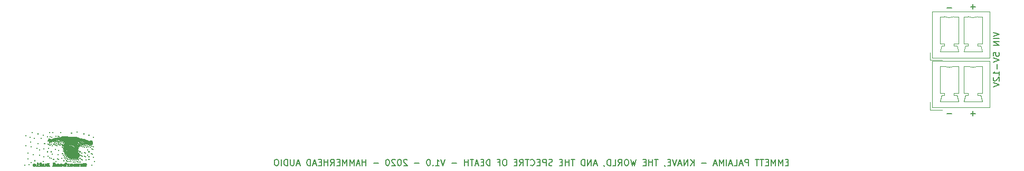
<source format=gbr>
G04 #@! TF.GenerationSoftware,KiCad,Pcbnew,(5.1.2-1)-1*
G04 #@! TF.CreationDate,2020-03-26T14:57:04-05:00*
G04 #@! TF.ProjectId,Knave+Death,4b6e6176-652b-4446-9561-74682e6b6963,rev?*
G04 #@! TF.SameCoordinates,Original*
G04 #@! TF.FileFunction,Legend,Bot*
G04 #@! TF.FilePolarity,Positive*
%FSLAX46Y46*%
G04 Gerber Fmt 4.6, Leading zero omitted, Abs format (unit mm)*
G04 Created by KiCad (PCBNEW (5.1.2-1)-1) date 2020-03-26 14:57:04*
%MOMM*%
%LPD*%
G04 APERTURE LIST*
%ADD10C,0.150000*%
%ADD11C,0.010000*%
%ADD12C,0.120000*%
G04 APERTURE END LIST*
D10*
X116190476Y-204928571D02*
X115857142Y-204928571D01*
X115714285Y-205452380D02*
X116190476Y-205452380D01*
X116190476Y-204452380D01*
X115714285Y-204452380D01*
X115285714Y-205452380D02*
X115285714Y-204452380D01*
X114952380Y-205166666D01*
X114619047Y-204452380D01*
X114619047Y-205452380D01*
X114142857Y-205452380D02*
X114142857Y-204452380D01*
X113809523Y-205166666D01*
X113476190Y-204452380D01*
X113476190Y-205452380D01*
X112999999Y-204928571D02*
X112666666Y-204928571D01*
X112523809Y-205452380D02*
X112999999Y-205452380D01*
X112999999Y-204452380D01*
X112523809Y-204452380D01*
X112238095Y-204452380D02*
X111666666Y-204452380D01*
X111952380Y-205452380D02*
X111952380Y-204452380D01*
X111476190Y-204452380D02*
X110904761Y-204452380D01*
X111190476Y-205452380D02*
X111190476Y-204452380D01*
X109809523Y-205452380D02*
X109809523Y-204452380D01*
X109428571Y-204452380D01*
X109333333Y-204500000D01*
X109285714Y-204547619D01*
X109238095Y-204642857D01*
X109238095Y-204785714D01*
X109285714Y-204880952D01*
X109333333Y-204928571D01*
X109428571Y-204976190D01*
X109809523Y-204976190D01*
X108857142Y-205166666D02*
X108380952Y-205166666D01*
X108952380Y-205452380D02*
X108619047Y-204452380D01*
X108285714Y-205452380D01*
X107476190Y-205452380D02*
X107952380Y-205452380D01*
X107952380Y-204452380D01*
X107190476Y-205166666D02*
X106714285Y-205166666D01*
X107285714Y-205452380D02*
X106952380Y-204452380D01*
X106619047Y-205452380D01*
X106285714Y-205452380D02*
X106285714Y-204452380D01*
X105809523Y-205452380D02*
X105809523Y-204452380D01*
X105476190Y-205166666D01*
X105142857Y-204452380D01*
X105142857Y-205452380D01*
X104714285Y-205166666D02*
X104238095Y-205166666D01*
X104809523Y-205452380D02*
X104476190Y-204452380D01*
X104142857Y-205452380D01*
X103047619Y-205071428D02*
X102285714Y-205071428D01*
X101047619Y-205452380D02*
X101047619Y-204452380D01*
X100476190Y-205452380D02*
X100904761Y-204880952D01*
X100476190Y-204452380D02*
X101047619Y-205023809D01*
X100047619Y-205452380D02*
X100047619Y-204452380D01*
X99476190Y-205452380D01*
X99476190Y-204452380D01*
X99047619Y-205166666D02*
X98571428Y-205166666D01*
X99142857Y-205452380D02*
X98809523Y-204452380D01*
X98476190Y-205452380D01*
X98285714Y-204452380D02*
X97952380Y-205452380D01*
X97619047Y-204452380D01*
X97285714Y-204928571D02*
X96952380Y-204928571D01*
X96809523Y-205452380D02*
X97285714Y-205452380D01*
X97285714Y-204452380D01*
X96809523Y-204452380D01*
X96333333Y-205404761D02*
X96333333Y-205452380D01*
X96380952Y-205547619D01*
X96428571Y-205595238D01*
X95285714Y-204452380D02*
X94714285Y-204452380D01*
X94999999Y-205452380D02*
X94999999Y-204452380D01*
X94380952Y-205452380D02*
X94380952Y-204452380D01*
X94380952Y-204928571D02*
X93809523Y-204928571D01*
X93809523Y-205452380D02*
X93809523Y-204452380D01*
X93333333Y-204928571D02*
X92999999Y-204928571D01*
X92857142Y-205452380D02*
X93333333Y-205452380D01*
X93333333Y-204452380D01*
X92857142Y-204452380D01*
X91761904Y-204452380D02*
X91523809Y-205452380D01*
X91333333Y-204738095D01*
X91142857Y-205452380D01*
X90904761Y-204452380D01*
X90333333Y-204452380D02*
X90142857Y-204452380D01*
X90047619Y-204500000D01*
X89952380Y-204595238D01*
X89904761Y-204785714D01*
X89904761Y-205119047D01*
X89952380Y-205309523D01*
X90047619Y-205404761D01*
X90142857Y-205452380D01*
X90333333Y-205452380D01*
X90428571Y-205404761D01*
X90523809Y-205309523D01*
X90571428Y-205119047D01*
X90571428Y-204785714D01*
X90523809Y-204595238D01*
X90428571Y-204500000D01*
X90333333Y-204452380D01*
X88904761Y-205452380D02*
X89238095Y-204976190D01*
X89476190Y-205452380D02*
X89476190Y-204452380D01*
X89095238Y-204452380D01*
X88999999Y-204500000D01*
X88952380Y-204547619D01*
X88904761Y-204642857D01*
X88904761Y-204785714D01*
X88952380Y-204880952D01*
X88999999Y-204928571D01*
X89095238Y-204976190D01*
X89476190Y-204976190D01*
X87999999Y-205452380D02*
X88476190Y-205452380D01*
X88476190Y-204452380D01*
X87666666Y-205452380D02*
X87666666Y-204452380D01*
X87428571Y-204452380D01*
X87285714Y-204500000D01*
X87190476Y-204595238D01*
X87142857Y-204690476D01*
X87095238Y-204880952D01*
X87095238Y-205023809D01*
X87142857Y-205214285D01*
X87190476Y-205309523D01*
X87285714Y-205404761D01*
X87428571Y-205452380D01*
X87666666Y-205452380D01*
X86619047Y-205404761D02*
X86619047Y-205452380D01*
X86666666Y-205547619D01*
X86714285Y-205595238D01*
X85476190Y-205166666D02*
X84999999Y-205166666D01*
X85571428Y-205452380D02*
X85238095Y-204452380D01*
X84904761Y-205452380D01*
X84571428Y-205452380D02*
X84571428Y-204452380D01*
X83999999Y-205452380D01*
X83999999Y-204452380D01*
X83523809Y-205452380D02*
X83523809Y-204452380D01*
X83285714Y-204452380D01*
X83142857Y-204500000D01*
X83047619Y-204595238D01*
X82999999Y-204690476D01*
X82952380Y-204880952D01*
X82952380Y-205023809D01*
X82999999Y-205214285D01*
X83047619Y-205309523D01*
X83142857Y-205404761D01*
X83285714Y-205452380D01*
X83523809Y-205452380D01*
X81904761Y-204452380D02*
X81333333Y-204452380D01*
X81619047Y-205452380D02*
X81619047Y-204452380D01*
X80999999Y-205452380D02*
X80999999Y-204452380D01*
X80999999Y-204928571D02*
X80428571Y-204928571D01*
X80428571Y-205452380D02*
X80428571Y-204452380D01*
X79952380Y-204928571D02*
X79619047Y-204928571D01*
X79476190Y-205452380D02*
X79952380Y-205452380D01*
X79952380Y-204452380D01*
X79476190Y-204452380D01*
X78333333Y-205404761D02*
X78190476Y-205452380D01*
X77952380Y-205452380D01*
X77857142Y-205404761D01*
X77809523Y-205357142D01*
X77761904Y-205261904D01*
X77761904Y-205166666D01*
X77809523Y-205071428D01*
X77857142Y-205023809D01*
X77952380Y-204976190D01*
X78142857Y-204928571D01*
X78238095Y-204880952D01*
X78285714Y-204833333D01*
X78333333Y-204738095D01*
X78333333Y-204642857D01*
X78285714Y-204547619D01*
X78238095Y-204500000D01*
X78142857Y-204452380D01*
X77904761Y-204452380D01*
X77761904Y-204500000D01*
X77333333Y-205452380D02*
X77333333Y-204452380D01*
X76952380Y-204452380D01*
X76857142Y-204500000D01*
X76809523Y-204547619D01*
X76761904Y-204642857D01*
X76761904Y-204785714D01*
X76809523Y-204880952D01*
X76857142Y-204928571D01*
X76952380Y-204976190D01*
X77333333Y-204976190D01*
X76333333Y-204928571D02*
X75999999Y-204928571D01*
X75857142Y-205452380D02*
X76333333Y-205452380D01*
X76333333Y-204452380D01*
X75857142Y-204452380D01*
X74857142Y-205357142D02*
X74904761Y-205404761D01*
X75047619Y-205452380D01*
X75142857Y-205452380D01*
X75285714Y-205404761D01*
X75380952Y-205309523D01*
X75428571Y-205214285D01*
X75476190Y-205023809D01*
X75476190Y-204880952D01*
X75428571Y-204690476D01*
X75380952Y-204595238D01*
X75285714Y-204500000D01*
X75142857Y-204452380D01*
X75047619Y-204452380D01*
X74904761Y-204500000D01*
X74857142Y-204547619D01*
X74571428Y-204452380D02*
X74000000Y-204452380D01*
X74285714Y-205452380D02*
X74285714Y-204452380D01*
X73095238Y-205452380D02*
X73428571Y-204976190D01*
X73666666Y-205452380D02*
X73666666Y-204452380D01*
X73285714Y-204452380D01*
X73190476Y-204500000D01*
X73142857Y-204547619D01*
X73095238Y-204642857D01*
X73095238Y-204785714D01*
X73142857Y-204880952D01*
X73190476Y-204928571D01*
X73285714Y-204976190D01*
X73666666Y-204976190D01*
X72666666Y-204928571D02*
X72333333Y-204928571D01*
X72190476Y-205452380D02*
X72666666Y-205452380D01*
X72666666Y-204452380D01*
X72190476Y-204452380D01*
X70809523Y-204452380D02*
X70619047Y-204452380D01*
X70523809Y-204500000D01*
X70428571Y-204595238D01*
X70380952Y-204785714D01*
X70380952Y-205119047D01*
X70428571Y-205309523D01*
X70523809Y-205404761D01*
X70619047Y-205452380D01*
X70809523Y-205452380D01*
X70904761Y-205404761D01*
X71000000Y-205309523D01*
X71047619Y-205119047D01*
X71047619Y-204785714D01*
X71000000Y-204595238D01*
X70904761Y-204500000D01*
X70809523Y-204452380D01*
X69619047Y-204928571D02*
X69952380Y-204928571D01*
X69952380Y-205452380D02*
X69952380Y-204452380D01*
X69476190Y-204452380D01*
X68333333Y-205452380D02*
X68333333Y-204452380D01*
X68095238Y-204452380D01*
X67952380Y-204500000D01*
X67857142Y-204595238D01*
X67809523Y-204690476D01*
X67761904Y-204880952D01*
X67761904Y-205023809D01*
X67809523Y-205214285D01*
X67857142Y-205309523D01*
X67952380Y-205404761D01*
X68095238Y-205452380D01*
X68333333Y-205452380D01*
X67333333Y-204928571D02*
X67000000Y-204928571D01*
X66857142Y-205452380D02*
X67333333Y-205452380D01*
X67333333Y-204452380D01*
X66857142Y-204452380D01*
X66476190Y-205166666D02*
X66000000Y-205166666D01*
X66571428Y-205452380D02*
X66238095Y-204452380D01*
X65904761Y-205452380D01*
X65714285Y-204452380D02*
X65142857Y-204452380D01*
X65428571Y-205452380D02*
X65428571Y-204452380D01*
X64809523Y-205452380D02*
X64809523Y-204452380D01*
X64809523Y-204928571D02*
X64238095Y-204928571D01*
X64238095Y-205452380D02*
X64238095Y-204452380D01*
X63000000Y-205071428D02*
X62238095Y-205071428D01*
X61142857Y-204452380D02*
X60809523Y-205452380D01*
X60476190Y-204452380D01*
X59619047Y-205452380D02*
X60190476Y-205452380D01*
X59904761Y-205452380D02*
X59904761Y-204452380D01*
X60000000Y-204595238D01*
X60095238Y-204690476D01*
X60190476Y-204738095D01*
X59190476Y-205357142D02*
X59142857Y-205404761D01*
X59190476Y-205452380D01*
X59238095Y-205404761D01*
X59190476Y-205357142D01*
X59190476Y-205452380D01*
X58523809Y-204452380D02*
X58428571Y-204452380D01*
X58333333Y-204500000D01*
X58285714Y-204547619D01*
X58238095Y-204642857D01*
X58190476Y-204833333D01*
X58190476Y-205071428D01*
X58238095Y-205261904D01*
X58285714Y-205357142D01*
X58333333Y-205404761D01*
X58428571Y-205452380D01*
X58523809Y-205452380D01*
X58619047Y-205404761D01*
X58666666Y-205357142D01*
X58714285Y-205261904D01*
X58761904Y-205071428D01*
X58761904Y-204833333D01*
X58714285Y-204642857D01*
X58666666Y-204547619D01*
X58619047Y-204500000D01*
X58523809Y-204452380D01*
X57000000Y-205071428D02*
X56238095Y-205071428D01*
X55047619Y-204547619D02*
X55000000Y-204500000D01*
X54904761Y-204452380D01*
X54666666Y-204452380D01*
X54571428Y-204500000D01*
X54523809Y-204547619D01*
X54476190Y-204642857D01*
X54476190Y-204738095D01*
X54523809Y-204880952D01*
X55095238Y-205452380D01*
X54476190Y-205452380D01*
X53857142Y-204452380D02*
X53761904Y-204452380D01*
X53666666Y-204500000D01*
X53619047Y-204547619D01*
X53571428Y-204642857D01*
X53523809Y-204833333D01*
X53523809Y-205071428D01*
X53571428Y-205261904D01*
X53619047Y-205357142D01*
X53666666Y-205404761D01*
X53761904Y-205452380D01*
X53857142Y-205452380D01*
X53952380Y-205404761D01*
X54000000Y-205357142D01*
X54047619Y-205261904D01*
X54095238Y-205071428D01*
X54095238Y-204833333D01*
X54047619Y-204642857D01*
X54000000Y-204547619D01*
X53952380Y-204500000D01*
X53857142Y-204452380D01*
X53142857Y-204547619D02*
X53095238Y-204500000D01*
X53000000Y-204452380D01*
X52761904Y-204452380D01*
X52666666Y-204500000D01*
X52619047Y-204547619D01*
X52571428Y-204642857D01*
X52571428Y-204738095D01*
X52619047Y-204880952D01*
X53190476Y-205452380D01*
X52571428Y-205452380D01*
X51952380Y-204452380D02*
X51857142Y-204452380D01*
X51761904Y-204500000D01*
X51714285Y-204547619D01*
X51666666Y-204642857D01*
X51619047Y-204833333D01*
X51619047Y-205071428D01*
X51666666Y-205261904D01*
X51714285Y-205357142D01*
X51761904Y-205404761D01*
X51857142Y-205452380D01*
X51952380Y-205452380D01*
X52047619Y-205404761D01*
X52095238Y-205357142D01*
X52142857Y-205261904D01*
X52190476Y-205071428D01*
X52190476Y-204833333D01*
X52142857Y-204642857D01*
X52095238Y-204547619D01*
X52047619Y-204500000D01*
X51952380Y-204452380D01*
X50428571Y-205071428D02*
X49666666Y-205071428D01*
X48428571Y-205452380D02*
X48428571Y-204452380D01*
X48428571Y-204928571D02*
X47857142Y-204928571D01*
X47857142Y-205452380D02*
X47857142Y-204452380D01*
X47428571Y-205166666D02*
X46952380Y-205166666D01*
X47523809Y-205452380D02*
X47190476Y-204452380D01*
X46857142Y-205452380D01*
X46523809Y-205452380D02*
X46523809Y-204452380D01*
X46190476Y-205166666D01*
X45857142Y-204452380D01*
X45857142Y-205452380D01*
X45380952Y-205452380D02*
X45380952Y-204452380D01*
X45047619Y-205166666D01*
X44714285Y-204452380D01*
X44714285Y-205452380D01*
X44238095Y-204928571D02*
X43904761Y-204928571D01*
X43761904Y-205452380D02*
X44238095Y-205452380D01*
X44238095Y-204452380D01*
X43761904Y-204452380D01*
X42761904Y-205452380D02*
X43095238Y-204976190D01*
X43333333Y-205452380D02*
X43333333Y-204452380D01*
X42952380Y-204452380D01*
X42857142Y-204500000D01*
X42809523Y-204547619D01*
X42761904Y-204642857D01*
X42761904Y-204785714D01*
X42809523Y-204880952D01*
X42857142Y-204928571D01*
X42952380Y-204976190D01*
X43333333Y-204976190D01*
X42333333Y-205452380D02*
X42333333Y-204452380D01*
X42333333Y-204928571D02*
X41761904Y-204928571D01*
X41761904Y-205452380D02*
X41761904Y-204452380D01*
X41285714Y-204928571D02*
X40952380Y-204928571D01*
X40809523Y-205452380D02*
X41285714Y-205452380D01*
X41285714Y-204452380D01*
X40809523Y-204452380D01*
X40428571Y-205166666D02*
X39952380Y-205166666D01*
X40523809Y-205452380D02*
X40190476Y-204452380D01*
X39857142Y-205452380D01*
X39523809Y-205452380D02*
X39523809Y-204452380D01*
X39285714Y-204452380D01*
X39142857Y-204500000D01*
X39047619Y-204595238D01*
X39000000Y-204690476D01*
X38952380Y-204880952D01*
X38952380Y-205023809D01*
X39000000Y-205214285D01*
X39047619Y-205309523D01*
X39142857Y-205404761D01*
X39285714Y-205452380D01*
X39523809Y-205452380D01*
X37809523Y-205166666D02*
X37333333Y-205166666D01*
X37904761Y-205452380D02*
X37571428Y-204452380D01*
X37238095Y-205452380D01*
X36904761Y-204452380D02*
X36904761Y-205261904D01*
X36857142Y-205357142D01*
X36809523Y-205404761D01*
X36714285Y-205452380D01*
X36523809Y-205452380D01*
X36428571Y-205404761D01*
X36380952Y-205357142D01*
X36333333Y-205261904D01*
X36333333Y-204452380D01*
X35857142Y-205452380D02*
X35857142Y-204452380D01*
X35619047Y-204452380D01*
X35476190Y-204500000D01*
X35380952Y-204595238D01*
X35333333Y-204690476D01*
X35285714Y-204880952D01*
X35285714Y-205023809D01*
X35333333Y-205214285D01*
X35380952Y-205309523D01*
X35476190Y-205404761D01*
X35619047Y-205452380D01*
X35857142Y-205452380D01*
X34857142Y-205452380D02*
X34857142Y-204452380D01*
X34190476Y-204452380D02*
X34000000Y-204452380D01*
X33904761Y-204500000D01*
X33809523Y-204595238D01*
X33761904Y-204785714D01*
X33761904Y-205119047D01*
X33809523Y-205309523D01*
X33904761Y-205404761D01*
X34000000Y-205452380D01*
X34190476Y-205452380D01*
X34285714Y-205404761D01*
X34380952Y-205309523D01*
X34428571Y-205119047D01*
X34428571Y-204785714D01*
X34380952Y-204595238D01*
X34285714Y-204500000D01*
X34190476Y-204452380D01*
X142380952Y-197071428D02*
X141619047Y-197071428D01*
X146190952Y-197071428D02*
X145429047Y-197071428D01*
X145810000Y-197452380D02*
X145810000Y-196690476D01*
X142380952Y-180071428D02*
X141619047Y-180071428D01*
X146180952Y-179871428D02*
X145419047Y-179871428D01*
X145800000Y-180252380D02*
X145800000Y-179490476D01*
X149052380Y-184019047D02*
X150052380Y-184352380D01*
X149052380Y-184685714D01*
X150052380Y-185019047D02*
X149052380Y-185019047D01*
X150052380Y-185495238D02*
X149052380Y-185495238D01*
X150052380Y-186066666D01*
X149052380Y-186066666D01*
X149052380Y-187780952D02*
X149052380Y-187304761D01*
X149528571Y-187257142D01*
X149480952Y-187304761D01*
X149433333Y-187400000D01*
X149433333Y-187638095D01*
X149480952Y-187733333D01*
X149528571Y-187780952D01*
X149623809Y-187828571D01*
X149861904Y-187828571D01*
X149957142Y-187780952D01*
X150004761Y-187733333D01*
X150052380Y-187638095D01*
X150052380Y-187400000D01*
X150004761Y-187304761D01*
X149957142Y-187257142D01*
X149052380Y-188114285D02*
X150052380Y-188447619D01*
X149052380Y-188780952D01*
X149671428Y-189114285D02*
X149671428Y-189876190D01*
X150052380Y-190876190D02*
X150052380Y-190304761D01*
X150052380Y-190590476D02*
X149052380Y-190590476D01*
X149195238Y-190495238D01*
X149290476Y-190400000D01*
X149338095Y-190304761D01*
X149147619Y-191257142D02*
X149100000Y-191304761D01*
X149052380Y-191400000D01*
X149052380Y-191638095D01*
X149100000Y-191733333D01*
X149147619Y-191780952D01*
X149242857Y-191828571D01*
X149338095Y-191828571D01*
X149480952Y-191780952D01*
X150052380Y-191209523D01*
X150052380Y-191828571D01*
X149052380Y-192114285D02*
X150052380Y-192447619D01*
X149052380Y-192780952D01*
D11*
G36*
X-4810000Y-205490000D02*
G01*
X-4900000Y-205490000D01*
X-4900000Y-205580000D01*
X-4810000Y-205580000D01*
X-4810000Y-205490000D01*
X-4810000Y-205490000D01*
G37*
X-4810000Y-205490000D02*
X-4900000Y-205490000D01*
X-4900000Y-205580000D01*
X-4810000Y-205580000D01*
X-4810000Y-205490000D01*
G36*
X-4720000Y-205490000D02*
G01*
X-4810000Y-205490000D01*
X-4810000Y-205580000D01*
X-4720000Y-205580000D01*
X-4720000Y-205490000D01*
X-4720000Y-205490000D01*
G37*
X-4720000Y-205490000D02*
X-4810000Y-205490000D01*
X-4810000Y-205580000D01*
X-4720000Y-205580000D01*
X-4720000Y-205490000D01*
G36*
X-4630000Y-205490000D02*
G01*
X-4720000Y-205490000D01*
X-4720000Y-205580000D01*
X-4630000Y-205580000D01*
X-4630000Y-205490000D01*
X-4630000Y-205490000D01*
G37*
X-4630000Y-205490000D02*
X-4720000Y-205490000D01*
X-4720000Y-205580000D01*
X-4630000Y-205580000D01*
X-4630000Y-205490000D01*
G36*
X-4450000Y-205490000D02*
G01*
X-4540000Y-205490000D01*
X-4540000Y-205580000D01*
X-4450000Y-205580000D01*
X-4450000Y-205490000D01*
X-4450000Y-205490000D01*
G37*
X-4450000Y-205490000D02*
X-4540000Y-205490000D01*
X-4540000Y-205580000D01*
X-4450000Y-205580000D01*
X-4450000Y-205490000D01*
G36*
X-4360000Y-205490000D02*
G01*
X-4450000Y-205490000D01*
X-4450000Y-205580000D01*
X-4360000Y-205580000D01*
X-4360000Y-205490000D01*
X-4360000Y-205490000D01*
G37*
X-4360000Y-205490000D02*
X-4450000Y-205490000D01*
X-4450000Y-205580000D01*
X-4360000Y-205580000D01*
X-4360000Y-205490000D01*
G36*
X-4270000Y-205490000D02*
G01*
X-4360000Y-205490000D01*
X-4360000Y-205580000D01*
X-4270000Y-205580000D01*
X-4270000Y-205490000D01*
X-4270000Y-205490000D01*
G37*
X-4270000Y-205490000D02*
X-4360000Y-205490000D01*
X-4360000Y-205580000D01*
X-4270000Y-205580000D01*
X-4270000Y-205490000D01*
G36*
X-4180000Y-205490000D02*
G01*
X-4270000Y-205490000D01*
X-4270000Y-205580000D01*
X-4180000Y-205580000D01*
X-4180000Y-205490000D01*
X-4180000Y-205490000D01*
G37*
X-4180000Y-205490000D02*
X-4270000Y-205490000D01*
X-4270000Y-205580000D01*
X-4180000Y-205580000D01*
X-4180000Y-205490000D01*
G36*
X-4090000Y-205490000D02*
G01*
X-4180000Y-205490000D01*
X-4180000Y-205580000D01*
X-4090000Y-205580000D01*
X-4090000Y-205490000D01*
X-4090000Y-205490000D01*
G37*
X-4090000Y-205490000D02*
X-4180000Y-205490000D01*
X-4180000Y-205580000D01*
X-4090000Y-205580000D01*
X-4090000Y-205490000D01*
G36*
X-4000000Y-205490000D02*
G01*
X-4090000Y-205490000D01*
X-4090000Y-205580000D01*
X-4000000Y-205580000D01*
X-4000000Y-205490000D01*
X-4000000Y-205490000D01*
G37*
X-4000000Y-205490000D02*
X-4090000Y-205490000D01*
X-4090000Y-205580000D01*
X-4000000Y-205580000D01*
X-4000000Y-205490000D01*
G36*
X-3910000Y-205490000D02*
G01*
X-4000000Y-205490000D01*
X-4000000Y-205580000D01*
X-3910000Y-205580000D01*
X-3910000Y-205490000D01*
X-3910000Y-205490000D01*
G37*
X-3910000Y-205490000D02*
X-4000000Y-205490000D01*
X-4000000Y-205580000D01*
X-3910000Y-205580000D01*
X-3910000Y-205490000D01*
G36*
X-3820000Y-205490000D02*
G01*
X-3910000Y-205490000D01*
X-3910000Y-205580000D01*
X-3820000Y-205580000D01*
X-3820000Y-205490000D01*
X-3820000Y-205490000D01*
G37*
X-3820000Y-205490000D02*
X-3910000Y-205490000D01*
X-3910000Y-205580000D01*
X-3820000Y-205580000D01*
X-3820000Y-205490000D01*
G36*
X-3730000Y-205490000D02*
G01*
X-3820000Y-205490000D01*
X-3820000Y-205580000D01*
X-3730000Y-205580000D01*
X-3730000Y-205490000D01*
X-3730000Y-205490000D01*
G37*
X-3730000Y-205490000D02*
X-3820000Y-205490000D01*
X-3820000Y-205580000D01*
X-3730000Y-205580000D01*
X-3730000Y-205490000D01*
G36*
X-3640000Y-205490000D02*
G01*
X-3730000Y-205490000D01*
X-3730000Y-205580000D01*
X-3640000Y-205580000D01*
X-3640000Y-205490000D01*
X-3640000Y-205490000D01*
G37*
X-3640000Y-205490000D02*
X-3730000Y-205490000D01*
X-3730000Y-205580000D01*
X-3640000Y-205580000D01*
X-3640000Y-205490000D01*
G36*
X-3550000Y-205490000D02*
G01*
X-3640000Y-205490000D01*
X-3640000Y-205580000D01*
X-3550000Y-205580000D01*
X-3550000Y-205490000D01*
X-3550000Y-205490000D01*
G37*
X-3550000Y-205490000D02*
X-3640000Y-205490000D01*
X-3640000Y-205580000D01*
X-3550000Y-205580000D01*
X-3550000Y-205490000D01*
G36*
X-3370000Y-205490000D02*
G01*
X-3460000Y-205490000D01*
X-3460000Y-205580000D01*
X-3370000Y-205580000D01*
X-3370000Y-205490000D01*
X-3370000Y-205490000D01*
G37*
X-3370000Y-205490000D02*
X-3460000Y-205490000D01*
X-3460000Y-205580000D01*
X-3370000Y-205580000D01*
X-3370000Y-205490000D01*
G36*
X-3280000Y-205490000D02*
G01*
X-3370000Y-205490000D01*
X-3370000Y-205580000D01*
X-3280000Y-205580000D01*
X-3280000Y-205490000D01*
X-3280000Y-205490000D01*
G37*
X-3280000Y-205490000D02*
X-3370000Y-205490000D01*
X-3370000Y-205580000D01*
X-3280000Y-205580000D01*
X-3280000Y-205490000D01*
G36*
X-3190000Y-205490000D02*
G01*
X-3280000Y-205490000D01*
X-3280000Y-205580000D01*
X-3190000Y-205580000D01*
X-3190000Y-205490000D01*
X-3190000Y-205490000D01*
G37*
X-3190000Y-205490000D02*
X-3280000Y-205490000D01*
X-3280000Y-205580000D01*
X-3190000Y-205580000D01*
X-3190000Y-205490000D01*
G36*
X-3100000Y-205490000D02*
G01*
X-3190000Y-205490000D01*
X-3190000Y-205580000D01*
X-3100000Y-205580000D01*
X-3100000Y-205490000D01*
X-3100000Y-205490000D01*
G37*
X-3100000Y-205490000D02*
X-3190000Y-205490000D01*
X-3190000Y-205580000D01*
X-3100000Y-205580000D01*
X-3100000Y-205490000D01*
G36*
X-3010000Y-205490000D02*
G01*
X-3100000Y-205490000D01*
X-3100000Y-205580000D01*
X-3010000Y-205580000D01*
X-3010000Y-205490000D01*
X-3010000Y-205490000D01*
G37*
X-3010000Y-205490000D02*
X-3100000Y-205490000D01*
X-3100000Y-205580000D01*
X-3010000Y-205580000D01*
X-3010000Y-205490000D01*
G36*
X-2740000Y-205490000D02*
G01*
X-2830000Y-205490000D01*
X-2830000Y-205580000D01*
X-2740000Y-205580000D01*
X-2740000Y-205490000D01*
X-2740000Y-205490000D01*
G37*
X-2740000Y-205490000D02*
X-2830000Y-205490000D01*
X-2830000Y-205580000D01*
X-2740000Y-205580000D01*
X-2740000Y-205490000D01*
G36*
X-2650000Y-205490000D02*
G01*
X-2740000Y-205490000D01*
X-2740000Y-205580000D01*
X-2650000Y-205580000D01*
X-2650000Y-205490000D01*
X-2650000Y-205490000D01*
G37*
X-2650000Y-205490000D02*
X-2740000Y-205490000D01*
X-2740000Y-205580000D01*
X-2650000Y-205580000D01*
X-2650000Y-205490000D01*
G36*
X-2470000Y-205490000D02*
G01*
X-2560000Y-205490000D01*
X-2560000Y-205580000D01*
X-2470000Y-205580000D01*
X-2470000Y-205490000D01*
X-2470000Y-205490000D01*
G37*
X-2470000Y-205490000D02*
X-2560000Y-205490000D01*
X-2560000Y-205580000D01*
X-2470000Y-205580000D01*
X-2470000Y-205490000D01*
G36*
X-2380000Y-205490000D02*
G01*
X-2470000Y-205490000D01*
X-2470000Y-205580000D01*
X-2380000Y-205580000D01*
X-2380000Y-205490000D01*
X-2380000Y-205490000D01*
G37*
X-2380000Y-205490000D02*
X-2470000Y-205490000D01*
X-2470000Y-205580000D01*
X-2380000Y-205580000D01*
X-2380000Y-205490000D01*
G36*
X-2290000Y-205490000D02*
G01*
X-2380000Y-205490000D01*
X-2380000Y-205580000D01*
X-2290000Y-205580000D01*
X-2290000Y-205490000D01*
X-2290000Y-205490000D01*
G37*
X-2290000Y-205490000D02*
X-2380000Y-205490000D01*
X-2380000Y-205580000D01*
X-2290000Y-205580000D01*
X-2290000Y-205490000D01*
G36*
X-1750000Y-205490000D02*
G01*
X-1840000Y-205490000D01*
X-1840000Y-205580000D01*
X-1750000Y-205580000D01*
X-1750000Y-205490000D01*
X-1750000Y-205490000D01*
G37*
X-1750000Y-205490000D02*
X-1840000Y-205490000D01*
X-1840000Y-205580000D01*
X-1750000Y-205580000D01*
X-1750000Y-205490000D01*
G36*
X-1660000Y-205490000D02*
G01*
X-1750000Y-205490000D01*
X-1750000Y-205580000D01*
X-1660000Y-205580000D01*
X-1660000Y-205490000D01*
X-1660000Y-205490000D01*
G37*
X-1660000Y-205490000D02*
X-1750000Y-205490000D01*
X-1750000Y-205580000D01*
X-1660000Y-205580000D01*
X-1660000Y-205490000D01*
G36*
X-1570000Y-205490000D02*
G01*
X-1660000Y-205490000D01*
X-1660000Y-205580000D01*
X-1570000Y-205580000D01*
X-1570000Y-205490000D01*
X-1570000Y-205490000D01*
G37*
X-1570000Y-205490000D02*
X-1660000Y-205490000D01*
X-1660000Y-205580000D01*
X-1570000Y-205580000D01*
X-1570000Y-205490000D01*
G36*
X-1480000Y-205490000D02*
G01*
X-1570000Y-205490000D01*
X-1570000Y-205580000D01*
X-1480000Y-205580000D01*
X-1480000Y-205490000D01*
X-1480000Y-205490000D01*
G37*
X-1480000Y-205490000D02*
X-1570000Y-205490000D01*
X-1570000Y-205580000D01*
X-1480000Y-205580000D01*
X-1480000Y-205490000D01*
G36*
X-1390000Y-205490000D02*
G01*
X-1480000Y-205490000D01*
X-1480000Y-205580000D01*
X-1390000Y-205580000D01*
X-1390000Y-205490000D01*
X-1390000Y-205490000D01*
G37*
X-1390000Y-205490000D02*
X-1480000Y-205490000D01*
X-1480000Y-205580000D01*
X-1390000Y-205580000D01*
X-1390000Y-205490000D01*
G36*
X-1210000Y-205490000D02*
G01*
X-1300000Y-205490000D01*
X-1300000Y-205580000D01*
X-1210000Y-205580000D01*
X-1210000Y-205490000D01*
X-1210000Y-205490000D01*
G37*
X-1210000Y-205490000D02*
X-1300000Y-205490000D01*
X-1300000Y-205580000D01*
X-1210000Y-205580000D01*
X-1210000Y-205490000D01*
G36*
X-1120000Y-205490000D02*
G01*
X-1210000Y-205490000D01*
X-1210000Y-205580000D01*
X-1120000Y-205580000D01*
X-1120000Y-205490000D01*
X-1120000Y-205490000D01*
G37*
X-1120000Y-205490000D02*
X-1210000Y-205490000D01*
X-1210000Y-205580000D01*
X-1120000Y-205580000D01*
X-1120000Y-205490000D01*
G36*
X-1030000Y-205490000D02*
G01*
X-1120000Y-205490000D01*
X-1120000Y-205580000D01*
X-1030000Y-205580000D01*
X-1030000Y-205490000D01*
X-1030000Y-205490000D01*
G37*
X-1030000Y-205490000D02*
X-1120000Y-205490000D01*
X-1120000Y-205580000D01*
X-1030000Y-205580000D01*
X-1030000Y-205490000D01*
G36*
X-940000Y-205490000D02*
G01*
X-1030000Y-205490000D01*
X-1030000Y-205580000D01*
X-940000Y-205580000D01*
X-940000Y-205490000D01*
X-940000Y-205490000D01*
G37*
X-940000Y-205490000D02*
X-1030000Y-205490000D01*
X-1030000Y-205580000D01*
X-940000Y-205580000D01*
X-940000Y-205490000D01*
G36*
X-850000Y-205490000D02*
G01*
X-940000Y-205490000D01*
X-940000Y-205580000D01*
X-850000Y-205580000D01*
X-850000Y-205490000D01*
X-850000Y-205490000D01*
G37*
X-850000Y-205490000D02*
X-940000Y-205490000D01*
X-940000Y-205580000D01*
X-850000Y-205580000D01*
X-850000Y-205490000D01*
G36*
X-760000Y-205490000D02*
G01*
X-850000Y-205490000D01*
X-850000Y-205580000D01*
X-760000Y-205580000D01*
X-760000Y-205490000D01*
X-760000Y-205490000D01*
G37*
X-760000Y-205490000D02*
X-850000Y-205490000D01*
X-850000Y-205580000D01*
X-760000Y-205580000D01*
X-760000Y-205490000D01*
G36*
X-580000Y-205490000D02*
G01*
X-670000Y-205490000D01*
X-670000Y-205580000D01*
X-580000Y-205580000D01*
X-580000Y-205490000D01*
X-580000Y-205490000D01*
G37*
X-580000Y-205490000D02*
X-670000Y-205490000D01*
X-670000Y-205580000D01*
X-580000Y-205580000D01*
X-580000Y-205490000D01*
G36*
X-490000Y-205490000D02*
G01*
X-580000Y-205490000D01*
X-580000Y-205580000D01*
X-490000Y-205580000D01*
X-490000Y-205490000D01*
X-490000Y-205490000D01*
G37*
X-490000Y-205490000D02*
X-580000Y-205490000D01*
X-580000Y-205580000D01*
X-490000Y-205580000D01*
X-490000Y-205490000D01*
G36*
X-400000Y-205490000D02*
G01*
X-490000Y-205490000D01*
X-490000Y-205580000D01*
X-400000Y-205580000D01*
X-400000Y-205490000D01*
X-400000Y-205490000D01*
G37*
X-400000Y-205490000D02*
X-490000Y-205490000D01*
X-490000Y-205580000D01*
X-400000Y-205580000D01*
X-400000Y-205490000D01*
G36*
X-310000Y-205490000D02*
G01*
X-400000Y-205490000D01*
X-400000Y-205580000D01*
X-310000Y-205580000D01*
X-310000Y-205490000D01*
X-310000Y-205490000D01*
G37*
X-310000Y-205490000D02*
X-400000Y-205490000D01*
X-400000Y-205580000D01*
X-310000Y-205580000D01*
X-310000Y-205490000D01*
G36*
X-40000Y-205490000D02*
G01*
X-130000Y-205490000D01*
X-130000Y-205580000D01*
X-40000Y-205580000D01*
X-40000Y-205490000D01*
X-40000Y-205490000D01*
G37*
X-40000Y-205490000D02*
X-130000Y-205490000D01*
X-130000Y-205580000D01*
X-40000Y-205580000D01*
X-40000Y-205490000D01*
G36*
X50000Y-205490000D02*
G01*
X-40000Y-205490000D01*
X-40000Y-205580000D01*
X50000Y-205580000D01*
X50000Y-205490000D01*
X50000Y-205490000D01*
G37*
X50000Y-205490000D02*
X-40000Y-205490000D01*
X-40000Y-205580000D01*
X50000Y-205580000D01*
X50000Y-205490000D01*
G36*
X230000Y-205490000D02*
G01*
X140000Y-205490000D01*
X140000Y-205580000D01*
X230000Y-205580000D01*
X230000Y-205490000D01*
X230000Y-205490000D01*
G37*
X230000Y-205490000D02*
X140000Y-205490000D01*
X140000Y-205580000D01*
X230000Y-205580000D01*
X230000Y-205490000D01*
G36*
X320000Y-205490000D02*
G01*
X230000Y-205490000D01*
X230000Y-205580000D01*
X320000Y-205580000D01*
X320000Y-205490000D01*
X320000Y-205490000D01*
G37*
X320000Y-205490000D02*
X230000Y-205490000D01*
X230000Y-205580000D01*
X320000Y-205580000D01*
X320000Y-205490000D01*
G36*
X590000Y-205490000D02*
G01*
X500000Y-205490000D01*
X500000Y-205580000D01*
X590000Y-205580000D01*
X590000Y-205490000D01*
X590000Y-205490000D01*
G37*
X590000Y-205490000D02*
X500000Y-205490000D01*
X500000Y-205580000D01*
X590000Y-205580000D01*
X590000Y-205490000D01*
G36*
X680000Y-205490000D02*
G01*
X590000Y-205490000D01*
X590000Y-205580000D01*
X680000Y-205580000D01*
X680000Y-205490000D01*
X680000Y-205490000D01*
G37*
X680000Y-205490000D02*
X590000Y-205490000D01*
X590000Y-205580000D01*
X680000Y-205580000D01*
X680000Y-205490000D01*
G36*
X770000Y-205490000D02*
G01*
X680000Y-205490000D01*
X680000Y-205580000D01*
X770000Y-205580000D01*
X770000Y-205490000D01*
X770000Y-205490000D01*
G37*
X770000Y-205490000D02*
X680000Y-205490000D01*
X680000Y-205580000D01*
X770000Y-205580000D01*
X770000Y-205490000D01*
G36*
X860000Y-205490000D02*
G01*
X770000Y-205490000D01*
X770000Y-205580000D01*
X860000Y-205580000D01*
X860000Y-205490000D01*
X860000Y-205490000D01*
G37*
X860000Y-205490000D02*
X770000Y-205490000D01*
X770000Y-205580000D01*
X860000Y-205580000D01*
X860000Y-205490000D01*
G36*
X1040000Y-205490000D02*
G01*
X950000Y-205490000D01*
X950000Y-205580000D01*
X1040000Y-205580000D01*
X1040000Y-205490000D01*
X1040000Y-205490000D01*
G37*
X1040000Y-205490000D02*
X950000Y-205490000D01*
X950000Y-205580000D01*
X1040000Y-205580000D01*
X1040000Y-205490000D01*
G36*
X1130000Y-205490000D02*
G01*
X1040000Y-205490000D01*
X1040000Y-205580000D01*
X1130000Y-205580000D01*
X1130000Y-205490000D01*
X1130000Y-205490000D01*
G37*
X1130000Y-205490000D02*
X1040000Y-205490000D01*
X1040000Y-205580000D01*
X1130000Y-205580000D01*
X1130000Y-205490000D01*
G36*
X1220000Y-205490000D02*
G01*
X1130000Y-205490000D01*
X1130000Y-205580000D01*
X1220000Y-205580000D01*
X1220000Y-205490000D01*
X1220000Y-205490000D01*
G37*
X1220000Y-205490000D02*
X1130000Y-205490000D01*
X1130000Y-205580000D01*
X1220000Y-205580000D01*
X1220000Y-205490000D01*
G36*
X1310000Y-205490000D02*
G01*
X1220000Y-205490000D01*
X1220000Y-205580000D01*
X1310000Y-205580000D01*
X1310000Y-205490000D01*
X1310000Y-205490000D01*
G37*
X1310000Y-205490000D02*
X1220000Y-205490000D01*
X1220000Y-205580000D01*
X1310000Y-205580000D01*
X1310000Y-205490000D01*
G36*
X1580000Y-205490000D02*
G01*
X1490000Y-205490000D01*
X1490000Y-205580000D01*
X1580000Y-205580000D01*
X1580000Y-205490000D01*
X1580000Y-205490000D01*
G37*
X1580000Y-205490000D02*
X1490000Y-205490000D01*
X1490000Y-205580000D01*
X1580000Y-205580000D01*
X1580000Y-205490000D01*
G36*
X1760000Y-205490000D02*
G01*
X1670000Y-205490000D01*
X1670000Y-205580000D01*
X1760000Y-205580000D01*
X1760000Y-205490000D01*
X1760000Y-205490000D01*
G37*
X1760000Y-205490000D02*
X1670000Y-205490000D01*
X1670000Y-205580000D01*
X1760000Y-205580000D01*
X1760000Y-205490000D01*
G36*
X1940000Y-205490000D02*
G01*
X1850000Y-205490000D01*
X1850000Y-205580000D01*
X1940000Y-205580000D01*
X1940000Y-205490000D01*
X1940000Y-205490000D01*
G37*
X1940000Y-205490000D02*
X1850000Y-205490000D01*
X1850000Y-205580000D01*
X1940000Y-205580000D01*
X1940000Y-205490000D01*
G36*
X2120000Y-205490000D02*
G01*
X2030000Y-205490000D01*
X2030000Y-205580000D01*
X2120000Y-205580000D01*
X2120000Y-205490000D01*
X2120000Y-205490000D01*
G37*
X2120000Y-205490000D02*
X2030000Y-205490000D01*
X2030000Y-205580000D01*
X2120000Y-205580000D01*
X2120000Y-205490000D01*
G36*
X2300000Y-205490000D02*
G01*
X2210000Y-205490000D01*
X2210000Y-205580000D01*
X2300000Y-205580000D01*
X2300000Y-205490000D01*
X2300000Y-205490000D01*
G37*
X2300000Y-205490000D02*
X2210000Y-205490000D01*
X2210000Y-205580000D01*
X2300000Y-205580000D01*
X2300000Y-205490000D01*
G36*
X2480000Y-205490000D02*
G01*
X2390000Y-205490000D01*
X2390000Y-205580000D01*
X2480000Y-205580000D01*
X2480000Y-205490000D01*
X2480000Y-205490000D01*
G37*
X2480000Y-205490000D02*
X2390000Y-205490000D01*
X2390000Y-205580000D01*
X2480000Y-205580000D01*
X2480000Y-205490000D01*
G36*
X2660000Y-205490000D02*
G01*
X2570000Y-205490000D01*
X2570000Y-205580000D01*
X2660000Y-205580000D01*
X2660000Y-205490000D01*
X2660000Y-205490000D01*
G37*
X2660000Y-205490000D02*
X2570000Y-205490000D01*
X2570000Y-205580000D01*
X2660000Y-205580000D01*
X2660000Y-205490000D01*
G36*
X2750000Y-205490000D02*
G01*
X2660000Y-205490000D01*
X2660000Y-205580000D01*
X2750000Y-205580000D01*
X2750000Y-205490000D01*
X2750000Y-205490000D01*
G37*
X2750000Y-205490000D02*
X2660000Y-205490000D01*
X2660000Y-205580000D01*
X2750000Y-205580000D01*
X2750000Y-205490000D01*
G36*
X2840000Y-205490000D02*
G01*
X2750000Y-205490000D01*
X2750000Y-205580000D01*
X2840000Y-205580000D01*
X2840000Y-205490000D01*
X2840000Y-205490000D01*
G37*
X2840000Y-205490000D02*
X2750000Y-205490000D01*
X2750000Y-205580000D01*
X2840000Y-205580000D01*
X2840000Y-205490000D01*
G36*
X2930000Y-205490000D02*
G01*
X2840000Y-205490000D01*
X2840000Y-205580000D01*
X2930000Y-205580000D01*
X2930000Y-205490000D01*
X2930000Y-205490000D01*
G37*
X2930000Y-205490000D02*
X2840000Y-205490000D01*
X2840000Y-205580000D01*
X2930000Y-205580000D01*
X2930000Y-205490000D01*
G36*
X3020000Y-205490000D02*
G01*
X2930000Y-205490000D01*
X2930000Y-205580000D01*
X3020000Y-205580000D01*
X3020000Y-205490000D01*
X3020000Y-205490000D01*
G37*
X3020000Y-205490000D02*
X2930000Y-205490000D01*
X2930000Y-205580000D01*
X3020000Y-205580000D01*
X3020000Y-205490000D01*
G36*
X3110000Y-205490000D02*
G01*
X3020000Y-205490000D01*
X3020000Y-205580000D01*
X3110000Y-205580000D01*
X3110000Y-205490000D01*
X3110000Y-205490000D01*
G37*
X3110000Y-205490000D02*
X3020000Y-205490000D01*
X3020000Y-205580000D01*
X3110000Y-205580000D01*
X3110000Y-205490000D01*
G36*
X3200000Y-205490000D02*
G01*
X3110000Y-205490000D01*
X3110000Y-205580000D01*
X3200000Y-205580000D01*
X3200000Y-205490000D01*
X3200000Y-205490000D01*
G37*
X3200000Y-205490000D02*
X3110000Y-205490000D01*
X3110000Y-205580000D01*
X3200000Y-205580000D01*
X3200000Y-205490000D01*
G36*
X3290000Y-205490000D02*
G01*
X3200000Y-205490000D01*
X3200000Y-205580000D01*
X3290000Y-205580000D01*
X3290000Y-205490000D01*
X3290000Y-205490000D01*
G37*
X3290000Y-205490000D02*
X3200000Y-205490000D01*
X3200000Y-205580000D01*
X3290000Y-205580000D01*
X3290000Y-205490000D01*
G36*
X3470000Y-205490000D02*
G01*
X3380000Y-205490000D01*
X3380000Y-205580000D01*
X3470000Y-205580000D01*
X3470000Y-205490000D01*
X3470000Y-205490000D01*
G37*
X3470000Y-205490000D02*
X3380000Y-205490000D01*
X3380000Y-205580000D01*
X3470000Y-205580000D01*
X3470000Y-205490000D01*
G36*
X3560000Y-205490000D02*
G01*
X3470000Y-205490000D01*
X3470000Y-205580000D01*
X3560000Y-205580000D01*
X3560000Y-205490000D01*
X3560000Y-205490000D01*
G37*
X3560000Y-205490000D02*
X3470000Y-205490000D01*
X3470000Y-205580000D01*
X3560000Y-205580000D01*
X3560000Y-205490000D01*
G36*
X-4900000Y-205400000D02*
G01*
X-4990000Y-205400000D01*
X-4990000Y-205490000D01*
X-4900000Y-205490000D01*
X-4900000Y-205400000D01*
X-4900000Y-205400000D01*
G37*
X-4900000Y-205400000D02*
X-4990000Y-205400000D01*
X-4990000Y-205490000D01*
X-4900000Y-205490000D01*
X-4900000Y-205400000D01*
G36*
X-4810000Y-205400000D02*
G01*
X-4900000Y-205400000D01*
X-4900000Y-205490000D01*
X-4810000Y-205490000D01*
X-4810000Y-205400000D01*
X-4810000Y-205400000D01*
G37*
X-4810000Y-205400000D02*
X-4900000Y-205400000D01*
X-4900000Y-205490000D01*
X-4810000Y-205490000D01*
X-4810000Y-205400000D01*
G36*
X-4630000Y-205400000D02*
G01*
X-4720000Y-205400000D01*
X-4720000Y-205490000D01*
X-4630000Y-205490000D01*
X-4630000Y-205400000D01*
X-4630000Y-205400000D01*
G37*
X-4630000Y-205400000D02*
X-4720000Y-205400000D01*
X-4720000Y-205490000D01*
X-4630000Y-205490000D01*
X-4630000Y-205400000D01*
G36*
X-4540000Y-205400000D02*
G01*
X-4630000Y-205400000D01*
X-4630000Y-205490000D01*
X-4540000Y-205490000D01*
X-4540000Y-205400000D01*
X-4540000Y-205400000D01*
G37*
X-4540000Y-205400000D02*
X-4630000Y-205400000D01*
X-4630000Y-205490000D01*
X-4540000Y-205490000D01*
X-4540000Y-205400000D01*
G36*
X-4270000Y-205400000D02*
G01*
X-4360000Y-205400000D01*
X-4360000Y-205490000D01*
X-4270000Y-205490000D01*
X-4270000Y-205400000D01*
X-4270000Y-205400000D01*
G37*
X-4270000Y-205400000D02*
X-4360000Y-205400000D01*
X-4360000Y-205490000D01*
X-4270000Y-205490000D01*
X-4270000Y-205400000D01*
G36*
X-4180000Y-205400000D02*
G01*
X-4270000Y-205400000D01*
X-4270000Y-205490000D01*
X-4180000Y-205490000D01*
X-4180000Y-205400000D01*
X-4180000Y-205400000D01*
G37*
X-4180000Y-205400000D02*
X-4270000Y-205400000D01*
X-4270000Y-205490000D01*
X-4180000Y-205490000D01*
X-4180000Y-205400000D01*
G36*
X-3820000Y-205400000D02*
G01*
X-3910000Y-205400000D01*
X-3910000Y-205490000D01*
X-3820000Y-205490000D01*
X-3820000Y-205400000D01*
X-3820000Y-205400000D01*
G37*
X-3820000Y-205400000D02*
X-3910000Y-205400000D01*
X-3910000Y-205490000D01*
X-3820000Y-205490000D01*
X-3820000Y-205400000D01*
G36*
X-3730000Y-205400000D02*
G01*
X-3820000Y-205400000D01*
X-3820000Y-205490000D01*
X-3730000Y-205490000D01*
X-3730000Y-205400000D01*
X-3730000Y-205400000D01*
G37*
X-3730000Y-205400000D02*
X-3820000Y-205400000D01*
X-3820000Y-205490000D01*
X-3730000Y-205490000D01*
X-3730000Y-205400000D01*
G36*
X-3550000Y-205400000D02*
G01*
X-3640000Y-205400000D01*
X-3640000Y-205490000D01*
X-3550000Y-205490000D01*
X-3550000Y-205400000D01*
X-3550000Y-205400000D01*
G37*
X-3550000Y-205400000D02*
X-3640000Y-205400000D01*
X-3640000Y-205490000D01*
X-3550000Y-205490000D01*
X-3550000Y-205400000D01*
G36*
X-3460000Y-205400000D02*
G01*
X-3550000Y-205400000D01*
X-3550000Y-205490000D01*
X-3460000Y-205490000D01*
X-3460000Y-205400000D01*
X-3460000Y-205400000D01*
G37*
X-3460000Y-205400000D02*
X-3550000Y-205400000D01*
X-3550000Y-205490000D01*
X-3460000Y-205490000D01*
X-3460000Y-205400000D01*
G36*
X-3280000Y-205400000D02*
G01*
X-3370000Y-205400000D01*
X-3370000Y-205490000D01*
X-3280000Y-205490000D01*
X-3280000Y-205400000D01*
X-3280000Y-205400000D01*
G37*
X-3280000Y-205400000D02*
X-3370000Y-205400000D01*
X-3370000Y-205490000D01*
X-3280000Y-205490000D01*
X-3280000Y-205400000D01*
G36*
X-3190000Y-205400000D02*
G01*
X-3280000Y-205400000D01*
X-3280000Y-205490000D01*
X-3190000Y-205490000D01*
X-3190000Y-205400000D01*
X-3190000Y-205400000D01*
G37*
X-3190000Y-205400000D02*
X-3280000Y-205400000D01*
X-3280000Y-205490000D01*
X-3190000Y-205490000D01*
X-3190000Y-205400000D01*
G36*
X-3010000Y-205400000D02*
G01*
X-3100000Y-205400000D01*
X-3100000Y-205490000D01*
X-3010000Y-205490000D01*
X-3010000Y-205400000D01*
X-3010000Y-205400000D01*
G37*
X-3010000Y-205400000D02*
X-3100000Y-205400000D01*
X-3100000Y-205490000D01*
X-3010000Y-205490000D01*
X-3010000Y-205400000D01*
G36*
X-2920000Y-205400000D02*
G01*
X-3010000Y-205400000D01*
X-3010000Y-205490000D01*
X-2920000Y-205490000D01*
X-2920000Y-205400000D01*
X-2920000Y-205400000D01*
G37*
X-2920000Y-205400000D02*
X-3010000Y-205400000D01*
X-3010000Y-205490000D01*
X-2920000Y-205490000D01*
X-2920000Y-205400000D01*
G36*
X-2740000Y-205400000D02*
G01*
X-2830000Y-205400000D01*
X-2830000Y-205490000D01*
X-2740000Y-205490000D01*
X-2740000Y-205400000D01*
X-2740000Y-205400000D01*
G37*
X-2740000Y-205400000D02*
X-2830000Y-205400000D01*
X-2830000Y-205490000D01*
X-2740000Y-205490000D01*
X-2740000Y-205400000D01*
G36*
X-2650000Y-205400000D02*
G01*
X-2740000Y-205400000D01*
X-2740000Y-205490000D01*
X-2650000Y-205490000D01*
X-2650000Y-205400000D01*
X-2650000Y-205400000D01*
G37*
X-2650000Y-205400000D02*
X-2740000Y-205400000D01*
X-2740000Y-205490000D01*
X-2650000Y-205490000D01*
X-2650000Y-205400000D01*
G36*
X-2470000Y-205400000D02*
G01*
X-2560000Y-205400000D01*
X-2560000Y-205490000D01*
X-2470000Y-205490000D01*
X-2470000Y-205400000D01*
X-2470000Y-205400000D01*
G37*
X-2470000Y-205400000D02*
X-2560000Y-205400000D01*
X-2560000Y-205490000D01*
X-2470000Y-205490000D01*
X-2470000Y-205400000D01*
G36*
X-2380000Y-205400000D02*
G01*
X-2470000Y-205400000D01*
X-2470000Y-205490000D01*
X-2380000Y-205490000D01*
X-2380000Y-205400000D01*
X-2380000Y-205400000D01*
G37*
X-2380000Y-205400000D02*
X-2470000Y-205400000D01*
X-2470000Y-205490000D01*
X-2380000Y-205490000D01*
X-2380000Y-205400000D01*
G36*
X-1660000Y-205400000D02*
G01*
X-1750000Y-205400000D01*
X-1750000Y-205490000D01*
X-1660000Y-205490000D01*
X-1660000Y-205400000D01*
X-1660000Y-205400000D01*
G37*
X-1660000Y-205400000D02*
X-1750000Y-205400000D01*
X-1750000Y-205490000D01*
X-1660000Y-205490000D01*
X-1660000Y-205400000D01*
G36*
X-1570000Y-205400000D02*
G01*
X-1660000Y-205400000D01*
X-1660000Y-205490000D01*
X-1570000Y-205490000D01*
X-1570000Y-205400000D01*
X-1570000Y-205400000D01*
G37*
X-1570000Y-205400000D02*
X-1660000Y-205400000D01*
X-1660000Y-205490000D01*
X-1570000Y-205490000D01*
X-1570000Y-205400000D01*
G36*
X-1390000Y-205400000D02*
G01*
X-1480000Y-205400000D01*
X-1480000Y-205490000D01*
X-1390000Y-205490000D01*
X-1390000Y-205400000D01*
X-1390000Y-205400000D01*
G37*
X-1390000Y-205400000D02*
X-1480000Y-205400000D01*
X-1480000Y-205490000D01*
X-1390000Y-205490000D01*
X-1390000Y-205400000D01*
G36*
X-1300000Y-205400000D02*
G01*
X-1390000Y-205400000D01*
X-1390000Y-205490000D01*
X-1300000Y-205490000D01*
X-1300000Y-205400000D01*
X-1300000Y-205400000D01*
G37*
X-1300000Y-205400000D02*
X-1390000Y-205400000D01*
X-1390000Y-205490000D01*
X-1300000Y-205490000D01*
X-1300000Y-205400000D01*
G36*
X-1120000Y-205400000D02*
G01*
X-1210000Y-205400000D01*
X-1210000Y-205490000D01*
X-1120000Y-205490000D01*
X-1120000Y-205400000D01*
X-1120000Y-205400000D01*
G37*
X-1120000Y-205400000D02*
X-1210000Y-205400000D01*
X-1210000Y-205490000D01*
X-1120000Y-205490000D01*
X-1120000Y-205400000D01*
G36*
X-1030000Y-205400000D02*
G01*
X-1120000Y-205400000D01*
X-1120000Y-205490000D01*
X-1030000Y-205490000D01*
X-1030000Y-205400000D01*
X-1030000Y-205400000D01*
G37*
X-1030000Y-205400000D02*
X-1120000Y-205400000D01*
X-1120000Y-205490000D01*
X-1030000Y-205490000D01*
X-1030000Y-205400000D01*
G36*
X-850000Y-205400000D02*
G01*
X-940000Y-205400000D01*
X-940000Y-205490000D01*
X-850000Y-205490000D01*
X-850000Y-205400000D01*
X-850000Y-205400000D01*
G37*
X-850000Y-205400000D02*
X-940000Y-205400000D01*
X-940000Y-205490000D01*
X-850000Y-205490000D01*
X-850000Y-205400000D01*
G36*
X-760000Y-205400000D02*
G01*
X-850000Y-205400000D01*
X-850000Y-205490000D01*
X-760000Y-205490000D01*
X-760000Y-205400000D01*
X-760000Y-205400000D01*
G37*
X-760000Y-205400000D02*
X-850000Y-205400000D01*
X-850000Y-205490000D01*
X-760000Y-205490000D01*
X-760000Y-205400000D01*
G36*
X-310000Y-205400000D02*
G01*
X-400000Y-205400000D01*
X-400000Y-205490000D01*
X-310000Y-205490000D01*
X-310000Y-205400000D01*
X-310000Y-205400000D01*
G37*
X-310000Y-205400000D02*
X-400000Y-205400000D01*
X-400000Y-205490000D01*
X-310000Y-205490000D01*
X-310000Y-205400000D01*
G36*
X-220000Y-205400000D02*
G01*
X-310000Y-205400000D01*
X-310000Y-205490000D01*
X-220000Y-205490000D01*
X-220000Y-205400000D01*
X-220000Y-205400000D01*
G37*
X-220000Y-205400000D02*
X-310000Y-205400000D01*
X-310000Y-205490000D01*
X-220000Y-205490000D01*
X-220000Y-205400000D01*
G36*
X-40000Y-205400000D02*
G01*
X-130000Y-205400000D01*
X-130000Y-205490000D01*
X-40000Y-205490000D01*
X-40000Y-205400000D01*
X-40000Y-205400000D01*
G37*
X-40000Y-205400000D02*
X-130000Y-205400000D01*
X-130000Y-205490000D01*
X-40000Y-205490000D01*
X-40000Y-205400000D01*
G36*
X50000Y-205400000D02*
G01*
X-40000Y-205400000D01*
X-40000Y-205490000D01*
X50000Y-205490000D01*
X50000Y-205400000D01*
X50000Y-205400000D01*
G37*
X50000Y-205400000D02*
X-40000Y-205400000D01*
X-40000Y-205490000D01*
X50000Y-205490000D01*
X50000Y-205400000D01*
G36*
X230000Y-205400000D02*
G01*
X140000Y-205400000D01*
X140000Y-205490000D01*
X230000Y-205490000D01*
X230000Y-205400000D01*
X230000Y-205400000D01*
G37*
X230000Y-205400000D02*
X140000Y-205400000D01*
X140000Y-205490000D01*
X230000Y-205490000D01*
X230000Y-205400000D01*
G36*
X320000Y-205400000D02*
G01*
X230000Y-205400000D01*
X230000Y-205490000D01*
X320000Y-205490000D01*
X320000Y-205400000D01*
X320000Y-205400000D01*
G37*
X320000Y-205400000D02*
X230000Y-205400000D01*
X230000Y-205490000D01*
X320000Y-205490000D01*
X320000Y-205400000D01*
G36*
X680000Y-205400000D02*
G01*
X590000Y-205400000D01*
X590000Y-205490000D01*
X680000Y-205490000D01*
X680000Y-205400000D01*
X680000Y-205400000D01*
G37*
X680000Y-205400000D02*
X590000Y-205400000D01*
X590000Y-205490000D01*
X680000Y-205490000D01*
X680000Y-205400000D01*
G36*
X770000Y-205400000D02*
G01*
X680000Y-205400000D01*
X680000Y-205490000D01*
X770000Y-205490000D01*
X770000Y-205400000D01*
X770000Y-205400000D01*
G37*
X770000Y-205400000D02*
X680000Y-205400000D01*
X680000Y-205490000D01*
X770000Y-205490000D01*
X770000Y-205400000D01*
G36*
X1310000Y-205400000D02*
G01*
X1220000Y-205400000D01*
X1220000Y-205490000D01*
X1310000Y-205490000D01*
X1310000Y-205400000D01*
X1310000Y-205400000D01*
G37*
X1310000Y-205400000D02*
X1220000Y-205400000D01*
X1220000Y-205490000D01*
X1310000Y-205490000D01*
X1310000Y-205400000D01*
G36*
X1400000Y-205400000D02*
G01*
X1310000Y-205400000D01*
X1310000Y-205490000D01*
X1400000Y-205490000D01*
X1400000Y-205400000D01*
X1400000Y-205400000D01*
G37*
X1400000Y-205400000D02*
X1310000Y-205400000D01*
X1310000Y-205490000D01*
X1400000Y-205490000D01*
X1400000Y-205400000D01*
G36*
X1580000Y-205400000D02*
G01*
X1490000Y-205400000D01*
X1490000Y-205490000D01*
X1580000Y-205490000D01*
X1580000Y-205400000D01*
X1580000Y-205400000D01*
G37*
X1580000Y-205400000D02*
X1490000Y-205400000D01*
X1490000Y-205490000D01*
X1580000Y-205490000D01*
X1580000Y-205400000D01*
G36*
X1760000Y-205400000D02*
G01*
X1670000Y-205400000D01*
X1670000Y-205490000D01*
X1760000Y-205490000D01*
X1760000Y-205400000D01*
X1760000Y-205400000D01*
G37*
X1760000Y-205400000D02*
X1670000Y-205400000D01*
X1670000Y-205490000D01*
X1760000Y-205490000D01*
X1760000Y-205400000D01*
G36*
X1940000Y-205400000D02*
G01*
X1850000Y-205400000D01*
X1850000Y-205490000D01*
X1940000Y-205490000D01*
X1940000Y-205400000D01*
X1940000Y-205400000D01*
G37*
X1940000Y-205400000D02*
X1850000Y-205400000D01*
X1850000Y-205490000D01*
X1940000Y-205490000D01*
X1940000Y-205400000D01*
G36*
X2120000Y-205400000D02*
G01*
X2030000Y-205400000D01*
X2030000Y-205490000D01*
X2120000Y-205490000D01*
X2120000Y-205400000D01*
X2120000Y-205400000D01*
G37*
X2120000Y-205400000D02*
X2030000Y-205400000D01*
X2030000Y-205490000D01*
X2120000Y-205490000D01*
X2120000Y-205400000D01*
G36*
X2300000Y-205400000D02*
G01*
X2210000Y-205400000D01*
X2210000Y-205490000D01*
X2300000Y-205490000D01*
X2300000Y-205400000D01*
X2300000Y-205400000D01*
G37*
X2300000Y-205400000D02*
X2210000Y-205400000D01*
X2210000Y-205490000D01*
X2300000Y-205490000D01*
X2300000Y-205400000D01*
G36*
X2480000Y-205400000D02*
G01*
X2390000Y-205400000D01*
X2390000Y-205490000D01*
X2480000Y-205490000D01*
X2480000Y-205400000D01*
X2480000Y-205400000D01*
G37*
X2480000Y-205400000D02*
X2390000Y-205400000D01*
X2390000Y-205490000D01*
X2480000Y-205490000D01*
X2480000Y-205400000D01*
G36*
X2660000Y-205400000D02*
G01*
X2570000Y-205400000D01*
X2570000Y-205490000D01*
X2660000Y-205490000D01*
X2660000Y-205400000D01*
X2660000Y-205400000D01*
G37*
X2660000Y-205400000D02*
X2570000Y-205400000D01*
X2570000Y-205490000D01*
X2660000Y-205490000D01*
X2660000Y-205400000D01*
G36*
X2750000Y-205400000D02*
G01*
X2660000Y-205400000D01*
X2660000Y-205490000D01*
X2750000Y-205490000D01*
X2750000Y-205400000D01*
X2750000Y-205400000D01*
G37*
X2750000Y-205400000D02*
X2660000Y-205400000D01*
X2660000Y-205490000D01*
X2750000Y-205490000D01*
X2750000Y-205400000D01*
G36*
X2930000Y-205400000D02*
G01*
X2840000Y-205400000D01*
X2840000Y-205490000D01*
X2930000Y-205490000D01*
X2930000Y-205400000D01*
X2930000Y-205400000D01*
G37*
X2930000Y-205400000D02*
X2840000Y-205400000D01*
X2840000Y-205490000D01*
X2930000Y-205490000D01*
X2930000Y-205400000D01*
G36*
X3020000Y-205400000D02*
G01*
X2930000Y-205400000D01*
X2930000Y-205490000D01*
X3020000Y-205490000D01*
X3020000Y-205400000D01*
X3020000Y-205400000D01*
G37*
X3020000Y-205400000D02*
X2930000Y-205400000D01*
X2930000Y-205490000D01*
X3020000Y-205490000D01*
X3020000Y-205400000D01*
G36*
X3200000Y-205400000D02*
G01*
X3110000Y-205400000D01*
X3110000Y-205490000D01*
X3200000Y-205490000D01*
X3200000Y-205400000D01*
X3200000Y-205400000D01*
G37*
X3200000Y-205400000D02*
X3110000Y-205400000D01*
X3110000Y-205490000D01*
X3200000Y-205490000D01*
X3200000Y-205400000D01*
G36*
X3290000Y-205400000D02*
G01*
X3200000Y-205400000D01*
X3200000Y-205490000D01*
X3290000Y-205490000D01*
X3290000Y-205400000D01*
X3290000Y-205400000D01*
G37*
X3290000Y-205400000D02*
X3200000Y-205400000D01*
X3200000Y-205490000D01*
X3290000Y-205490000D01*
X3290000Y-205400000D01*
G36*
X3470000Y-205400000D02*
G01*
X3380000Y-205400000D01*
X3380000Y-205490000D01*
X3470000Y-205490000D01*
X3470000Y-205400000D01*
X3470000Y-205400000D01*
G37*
X3470000Y-205400000D02*
X3380000Y-205400000D01*
X3380000Y-205490000D01*
X3470000Y-205490000D01*
X3470000Y-205400000D01*
G36*
X3560000Y-205400000D02*
G01*
X3470000Y-205400000D01*
X3470000Y-205490000D01*
X3560000Y-205490000D01*
X3560000Y-205400000D01*
X3560000Y-205400000D01*
G37*
X3560000Y-205400000D02*
X3470000Y-205400000D01*
X3470000Y-205490000D01*
X3560000Y-205490000D01*
X3560000Y-205400000D01*
G36*
X-6250000Y-205310000D02*
G01*
X-6340000Y-205310000D01*
X-6340000Y-205400000D01*
X-6250000Y-205400000D01*
X-6250000Y-205310000D01*
X-6250000Y-205310000D01*
G37*
X-6250000Y-205310000D02*
X-6340000Y-205310000D01*
X-6340000Y-205400000D01*
X-6250000Y-205400000D01*
X-6250000Y-205310000D01*
G36*
X-4900000Y-205310000D02*
G01*
X-4990000Y-205310000D01*
X-4990000Y-205400000D01*
X-4900000Y-205400000D01*
X-4900000Y-205310000D01*
X-4900000Y-205310000D01*
G37*
X-4900000Y-205310000D02*
X-4990000Y-205310000D01*
X-4990000Y-205400000D01*
X-4900000Y-205400000D01*
X-4900000Y-205310000D01*
G36*
X-4810000Y-205310000D02*
G01*
X-4900000Y-205310000D01*
X-4900000Y-205400000D01*
X-4810000Y-205400000D01*
X-4810000Y-205310000D01*
X-4810000Y-205310000D01*
G37*
X-4810000Y-205310000D02*
X-4900000Y-205310000D01*
X-4900000Y-205400000D01*
X-4810000Y-205400000D01*
X-4810000Y-205310000D01*
G36*
X-4630000Y-205310000D02*
G01*
X-4720000Y-205310000D01*
X-4720000Y-205400000D01*
X-4630000Y-205400000D01*
X-4630000Y-205310000D01*
X-4630000Y-205310000D01*
G37*
X-4630000Y-205310000D02*
X-4720000Y-205310000D01*
X-4720000Y-205400000D01*
X-4630000Y-205400000D01*
X-4630000Y-205310000D01*
G36*
X-4540000Y-205310000D02*
G01*
X-4630000Y-205310000D01*
X-4630000Y-205400000D01*
X-4540000Y-205400000D01*
X-4540000Y-205310000D01*
X-4540000Y-205310000D01*
G37*
X-4540000Y-205310000D02*
X-4630000Y-205310000D01*
X-4630000Y-205400000D01*
X-4540000Y-205400000D01*
X-4540000Y-205310000D01*
G36*
X-4270000Y-205310000D02*
G01*
X-4360000Y-205310000D01*
X-4360000Y-205400000D01*
X-4270000Y-205400000D01*
X-4270000Y-205310000D01*
X-4270000Y-205310000D01*
G37*
X-4270000Y-205310000D02*
X-4360000Y-205310000D01*
X-4360000Y-205400000D01*
X-4270000Y-205400000D01*
X-4270000Y-205310000D01*
G36*
X-4180000Y-205310000D02*
G01*
X-4270000Y-205310000D01*
X-4270000Y-205400000D01*
X-4180000Y-205400000D01*
X-4180000Y-205310000D01*
X-4180000Y-205310000D01*
G37*
X-4180000Y-205310000D02*
X-4270000Y-205310000D01*
X-4270000Y-205400000D01*
X-4180000Y-205400000D01*
X-4180000Y-205310000D01*
G36*
X-3820000Y-205310000D02*
G01*
X-3910000Y-205310000D01*
X-3910000Y-205400000D01*
X-3820000Y-205400000D01*
X-3820000Y-205310000D01*
X-3820000Y-205310000D01*
G37*
X-3820000Y-205310000D02*
X-3910000Y-205310000D01*
X-3910000Y-205400000D01*
X-3820000Y-205400000D01*
X-3820000Y-205310000D01*
G36*
X-3730000Y-205310000D02*
G01*
X-3820000Y-205310000D01*
X-3820000Y-205400000D01*
X-3730000Y-205400000D01*
X-3730000Y-205310000D01*
X-3730000Y-205310000D01*
G37*
X-3730000Y-205310000D02*
X-3820000Y-205310000D01*
X-3820000Y-205400000D01*
X-3730000Y-205400000D01*
X-3730000Y-205310000D01*
G36*
X-3550000Y-205310000D02*
G01*
X-3640000Y-205310000D01*
X-3640000Y-205400000D01*
X-3550000Y-205400000D01*
X-3550000Y-205310000D01*
X-3550000Y-205310000D01*
G37*
X-3550000Y-205310000D02*
X-3640000Y-205310000D01*
X-3640000Y-205400000D01*
X-3550000Y-205400000D01*
X-3550000Y-205310000D01*
G36*
X-3460000Y-205310000D02*
G01*
X-3550000Y-205310000D01*
X-3550000Y-205400000D01*
X-3460000Y-205400000D01*
X-3460000Y-205310000D01*
X-3460000Y-205310000D01*
G37*
X-3460000Y-205310000D02*
X-3550000Y-205310000D01*
X-3550000Y-205400000D01*
X-3460000Y-205400000D01*
X-3460000Y-205310000D01*
G36*
X-3280000Y-205310000D02*
G01*
X-3370000Y-205310000D01*
X-3370000Y-205400000D01*
X-3280000Y-205400000D01*
X-3280000Y-205310000D01*
X-3280000Y-205310000D01*
G37*
X-3280000Y-205310000D02*
X-3370000Y-205310000D01*
X-3370000Y-205400000D01*
X-3280000Y-205400000D01*
X-3280000Y-205310000D01*
G36*
X-3190000Y-205310000D02*
G01*
X-3280000Y-205310000D01*
X-3280000Y-205400000D01*
X-3190000Y-205400000D01*
X-3190000Y-205310000D01*
X-3190000Y-205310000D01*
G37*
X-3190000Y-205310000D02*
X-3280000Y-205310000D01*
X-3280000Y-205400000D01*
X-3190000Y-205400000D01*
X-3190000Y-205310000D01*
G36*
X-3010000Y-205310000D02*
G01*
X-3100000Y-205310000D01*
X-3100000Y-205400000D01*
X-3010000Y-205400000D01*
X-3010000Y-205310000D01*
X-3010000Y-205310000D01*
G37*
X-3010000Y-205310000D02*
X-3100000Y-205310000D01*
X-3100000Y-205400000D01*
X-3010000Y-205400000D01*
X-3010000Y-205310000D01*
G36*
X-2920000Y-205310000D02*
G01*
X-3010000Y-205310000D01*
X-3010000Y-205400000D01*
X-2920000Y-205400000D01*
X-2920000Y-205310000D01*
X-2920000Y-205310000D01*
G37*
X-2920000Y-205310000D02*
X-3010000Y-205310000D01*
X-3010000Y-205400000D01*
X-2920000Y-205400000D01*
X-2920000Y-205310000D01*
G36*
X-2740000Y-205310000D02*
G01*
X-2830000Y-205310000D01*
X-2830000Y-205400000D01*
X-2740000Y-205400000D01*
X-2740000Y-205310000D01*
X-2740000Y-205310000D01*
G37*
X-2740000Y-205310000D02*
X-2830000Y-205310000D01*
X-2830000Y-205400000D01*
X-2740000Y-205400000D01*
X-2740000Y-205310000D01*
G36*
X-2650000Y-205310000D02*
G01*
X-2740000Y-205310000D01*
X-2740000Y-205400000D01*
X-2650000Y-205400000D01*
X-2650000Y-205310000D01*
X-2650000Y-205310000D01*
G37*
X-2650000Y-205310000D02*
X-2740000Y-205310000D01*
X-2740000Y-205400000D01*
X-2650000Y-205400000D01*
X-2650000Y-205310000D01*
G36*
X-2560000Y-205310000D02*
G01*
X-2650000Y-205310000D01*
X-2650000Y-205400000D01*
X-2560000Y-205400000D01*
X-2560000Y-205310000D01*
X-2560000Y-205310000D01*
G37*
X-2560000Y-205310000D02*
X-2650000Y-205310000D01*
X-2650000Y-205400000D01*
X-2560000Y-205400000D01*
X-2560000Y-205310000D01*
G36*
X-2470000Y-205310000D02*
G01*
X-2560000Y-205310000D01*
X-2560000Y-205400000D01*
X-2470000Y-205400000D01*
X-2470000Y-205310000D01*
X-2470000Y-205310000D01*
G37*
X-2470000Y-205310000D02*
X-2560000Y-205310000D01*
X-2560000Y-205400000D01*
X-2470000Y-205400000D01*
X-2470000Y-205310000D01*
G36*
X-2380000Y-205310000D02*
G01*
X-2470000Y-205310000D01*
X-2470000Y-205400000D01*
X-2380000Y-205400000D01*
X-2380000Y-205310000D01*
X-2380000Y-205310000D01*
G37*
X-2380000Y-205310000D02*
X-2470000Y-205310000D01*
X-2470000Y-205400000D01*
X-2380000Y-205400000D01*
X-2380000Y-205310000D01*
G36*
X-1660000Y-205310000D02*
G01*
X-1750000Y-205310000D01*
X-1750000Y-205400000D01*
X-1660000Y-205400000D01*
X-1660000Y-205310000D01*
X-1660000Y-205310000D01*
G37*
X-1660000Y-205310000D02*
X-1750000Y-205310000D01*
X-1750000Y-205400000D01*
X-1660000Y-205400000D01*
X-1660000Y-205310000D01*
G36*
X-1570000Y-205310000D02*
G01*
X-1660000Y-205310000D01*
X-1660000Y-205400000D01*
X-1570000Y-205400000D01*
X-1570000Y-205310000D01*
X-1570000Y-205310000D01*
G37*
X-1570000Y-205310000D02*
X-1660000Y-205310000D01*
X-1660000Y-205400000D01*
X-1570000Y-205400000D01*
X-1570000Y-205310000D01*
G36*
X-1390000Y-205310000D02*
G01*
X-1480000Y-205310000D01*
X-1480000Y-205400000D01*
X-1390000Y-205400000D01*
X-1390000Y-205310000D01*
X-1390000Y-205310000D01*
G37*
X-1390000Y-205310000D02*
X-1480000Y-205310000D01*
X-1480000Y-205400000D01*
X-1390000Y-205400000D01*
X-1390000Y-205310000D01*
G36*
X-1300000Y-205310000D02*
G01*
X-1390000Y-205310000D01*
X-1390000Y-205400000D01*
X-1300000Y-205400000D01*
X-1300000Y-205310000D01*
X-1300000Y-205310000D01*
G37*
X-1300000Y-205310000D02*
X-1390000Y-205310000D01*
X-1390000Y-205400000D01*
X-1300000Y-205400000D01*
X-1300000Y-205310000D01*
G36*
X-1120000Y-205310000D02*
G01*
X-1210000Y-205310000D01*
X-1210000Y-205400000D01*
X-1120000Y-205400000D01*
X-1120000Y-205310000D01*
X-1120000Y-205310000D01*
G37*
X-1120000Y-205310000D02*
X-1210000Y-205310000D01*
X-1210000Y-205400000D01*
X-1120000Y-205400000D01*
X-1120000Y-205310000D01*
G36*
X-1030000Y-205310000D02*
G01*
X-1120000Y-205310000D01*
X-1120000Y-205400000D01*
X-1030000Y-205400000D01*
X-1030000Y-205310000D01*
X-1030000Y-205310000D01*
G37*
X-1030000Y-205310000D02*
X-1120000Y-205310000D01*
X-1120000Y-205400000D01*
X-1030000Y-205400000D01*
X-1030000Y-205310000D01*
G36*
X-940000Y-205310000D02*
G01*
X-1030000Y-205310000D01*
X-1030000Y-205400000D01*
X-940000Y-205400000D01*
X-940000Y-205310000D01*
X-940000Y-205310000D01*
G37*
X-940000Y-205310000D02*
X-1030000Y-205310000D01*
X-1030000Y-205400000D01*
X-940000Y-205400000D01*
X-940000Y-205310000D01*
G36*
X-850000Y-205310000D02*
G01*
X-940000Y-205310000D01*
X-940000Y-205400000D01*
X-850000Y-205400000D01*
X-850000Y-205310000D01*
X-850000Y-205310000D01*
G37*
X-850000Y-205310000D02*
X-940000Y-205310000D01*
X-940000Y-205400000D01*
X-850000Y-205400000D01*
X-850000Y-205310000D01*
G36*
X-580000Y-205310000D02*
G01*
X-670000Y-205310000D01*
X-670000Y-205400000D01*
X-580000Y-205400000D01*
X-580000Y-205310000D01*
X-580000Y-205310000D01*
G37*
X-580000Y-205310000D02*
X-670000Y-205310000D01*
X-670000Y-205400000D01*
X-580000Y-205400000D01*
X-580000Y-205310000D01*
G36*
X-490000Y-205310000D02*
G01*
X-580000Y-205310000D01*
X-580000Y-205400000D01*
X-490000Y-205400000D01*
X-490000Y-205310000D01*
X-490000Y-205310000D01*
G37*
X-490000Y-205310000D02*
X-580000Y-205310000D01*
X-580000Y-205400000D01*
X-490000Y-205400000D01*
X-490000Y-205310000D01*
G36*
X-400000Y-205310000D02*
G01*
X-490000Y-205310000D01*
X-490000Y-205400000D01*
X-400000Y-205400000D01*
X-400000Y-205310000D01*
X-400000Y-205310000D01*
G37*
X-400000Y-205310000D02*
X-490000Y-205310000D01*
X-490000Y-205400000D01*
X-400000Y-205400000D01*
X-400000Y-205310000D01*
G36*
X-310000Y-205310000D02*
G01*
X-400000Y-205310000D01*
X-400000Y-205400000D01*
X-310000Y-205400000D01*
X-310000Y-205310000D01*
X-310000Y-205310000D01*
G37*
X-310000Y-205310000D02*
X-400000Y-205310000D01*
X-400000Y-205400000D01*
X-310000Y-205400000D01*
X-310000Y-205310000D01*
G36*
X-220000Y-205310000D02*
G01*
X-310000Y-205310000D01*
X-310000Y-205400000D01*
X-220000Y-205400000D01*
X-220000Y-205310000D01*
X-220000Y-205310000D01*
G37*
X-220000Y-205310000D02*
X-310000Y-205310000D01*
X-310000Y-205400000D01*
X-220000Y-205400000D01*
X-220000Y-205310000D01*
G36*
X-40000Y-205310000D02*
G01*
X-130000Y-205310000D01*
X-130000Y-205400000D01*
X-40000Y-205400000D01*
X-40000Y-205310000D01*
X-40000Y-205310000D01*
G37*
X-40000Y-205310000D02*
X-130000Y-205310000D01*
X-130000Y-205400000D01*
X-40000Y-205400000D01*
X-40000Y-205310000D01*
G36*
X50000Y-205310000D02*
G01*
X-40000Y-205310000D01*
X-40000Y-205400000D01*
X50000Y-205400000D01*
X50000Y-205310000D01*
X50000Y-205310000D01*
G37*
X50000Y-205310000D02*
X-40000Y-205310000D01*
X-40000Y-205400000D01*
X50000Y-205400000D01*
X50000Y-205310000D01*
G36*
X230000Y-205310000D02*
G01*
X140000Y-205310000D01*
X140000Y-205400000D01*
X230000Y-205400000D01*
X230000Y-205310000D01*
X230000Y-205310000D01*
G37*
X230000Y-205310000D02*
X140000Y-205310000D01*
X140000Y-205400000D01*
X230000Y-205400000D01*
X230000Y-205310000D01*
G36*
X320000Y-205310000D02*
G01*
X230000Y-205310000D01*
X230000Y-205400000D01*
X320000Y-205400000D01*
X320000Y-205310000D01*
X320000Y-205310000D01*
G37*
X320000Y-205310000D02*
X230000Y-205310000D01*
X230000Y-205400000D01*
X320000Y-205400000D01*
X320000Y-205310000D01*
G36*
X680000Y-205310000D02*
G01*
X590000Y-205310000D01*
X590000Y-205400000D01*
X680000Y-205400000D01*
X680000Y-205310000D01*
X680000Y-205310000D01*
G37*
X680000Y-205310000D02*
X590000Y-205310000D01*
X590000Y-205400000D01*
X680000Y-205400000D01*
X680000Y-205310000D01*
G36*
X770000Y-205310000D02*
G01*
X680000Y-205310000D01*
X680000Y-205400000D01*
X770000Y-205400000D01*
X770000Y-205310000D01*
X770000Y-205310000D01*
G37*
X770000Y-205310000D02*
X680000Y-205310000D01*
X680000Y-205400000D01*
X770000Y-205400000D01*
X770000Y-205310000D01*
G36*
X1040000Y-205310000D02*
G01*
X950000Y-205310000D01*
X950000Y-205400000D01*
X1040000Y-205400000D01*
X1040000Y-205310000D01*
X1040000Y-205310000D01*
G37*
X1040000Y-205310000D02*
X950000Y-205310000D01*
X950000Y-205400000D01*
X1040000Y-205400000D01*
X1040000Y-205310000D01*
G36*
X1130000Y-205310000D02*
G01*
X1040000Y-205310000D01*
X1040000Y-205400000D01*
X1130000Y-205400000D01*
X1130000Y-205310000D01*
X1130000Y-205310000D01*
G37*
X1130000Y-205310000D02*
X1040000Y-205310000D01*
X1040000Y-205400000D01*
X1130000Y-205400000D01*
X1130000Y-205310000D01*
G36*
X1220000Y-205310000D02*
G01*
X1130000Y-205310000D01*
X1130000Y-205400000D01*
X1220000Y-205400000D01*
X1220000Y-205310000D01*
X1220000Y-205310000D01*
G37*
X1220000Y-205310000D02*
X1130000Y-205310000D01*
X1130000Y-205400000D01*
X1220000Y-205400000D01*
X1220000Y-205310000D01*
G36*
X1310000Y-205310000D02*
G01*
X1220000Y-205310000D01*
X1220000Y-205400000D01*
X1310000Y-205400000D01*
X1310000Y-205310000D01*
X1310000Y-205310000D01*
G37*
X1310000Y-205310000D02*
X1220000Y-205310000D01*
X1220000Y-205400000D01*
X1310000Y-205400000D01*
X1310000Y-205310000D01*
G36*
X1400000Y-205310000D02*
G01*
X1310000Y-205310000D01*
X1310000Y-205400000D01*
X1400000Y-205400000D01*
X1400000Y-205310000D01*
X1400000Y-205310000D01*
G37*
X1400000Y-205310000D02*
X1310000Y-205310000D01*
X1310000Y-205400000D01*
X1400000Y-205400000D01*
X1400000Y-205310000D01*
G36*
X1580000Y-205310000D02*
G01*
X1490000Y-205310000D01*
X1490000Y-205400000D01*
X1580000Y-205400000D01*
X1580000Y-205310000D01*
X1580000Y-205310000D01*
G37*
X1580000Y-205310000D02*
X1490000Y-205310000D01*
X1490000Y-205400000D01*
X1580000Y-205400000D01*
X1580000Y-205310000D01*
G36*
X1760000Y-205310000D02*
G01*
X1670000Y-205310000D01*
X1670000Y-205400000D01*
X1760000Y-205400000D01*
X1760000Y-205310000D01*
X1760000Y-205310000D01*
G37*
X1760000Y-205310000D02*
X1670000Y-205310000D01*
X1670000Y-205400000D01*
X1760000Y-205400000D01*
X1760000Y-205310000D01*
G36*
X1940000Y-205310000D02*
G01*
X1850000Y-205310000D01*
X1850000Y-205400000D01*
X1940000Y-205400000D01*
X1940000Y-205310000D01*
X1940000Y-205310000D01*
G37*
X1940000Y-205310000D02*
X1850000Y-205310000D01*
X1850000Y-205400000D01*
X1940000Y-205400000D01*
X1940000Y-205310000D01*
G36*
X2120000Y-205310000D02*
G01*
X2030000Y-205310000D01*
X2030000Y-205400000D01*
X2120000Y-205400000D01*
X2120000Y-205310000D01*
X2120000Y-205310000D01*
G37*
X2120000Y-205310000D02*
X2030000Y-205310000D01*
X2030000Y-205400000D01*
X2120000Y-205400000D01*
X2120000Y-205310000D01*
G36*
X2300000Y-205310000D02*
G01*
X2210000Y-205310000D01*
X2210000Y-205400000D01*
X2300000Y-205400000D01*
X2300000Y-205310000D01*
X2300000Y-205310000D01*
G37*
X2300000Y-205310000D02*
X2210000Y-205310000D01*
X2210000Y-205400000D01*
X2300000Y-205400000D01*
X2300000Y-205310000D01*
G36*
X2480000Y-205310000D02*
G01*
X2390000Y-205310000D01*
X2390000Y-205400000D01*
X2480000Y-205400000D01*
X2480000Y-205310000D01*
X2480000Y-205310000D01*
G37*
X2480000Y-205310000D02*
X2390000Y-205310000D01*
X2390000Y-205400000D01*
X2480000Y-205400000D01*
X2480000Y-205310000D01*
G36*
X2660000Y-205310000D02*
G01*
X2570000Y-205310000D01*
X2570000Y-205400000D01*
X2660000Y-205400000D01*
X2660000Y-205310000D01*
X2660000Y-205310000D01*
G37*
X2660000Y-205310000D02*
X2570000Y-205310000D01*
X2570000Y-205400000D01*
X2660000Y-205400000D01*
X2660000Y-205310000D01*
G36*
X2750000Y-205310000D02*
G01*
X2660000Y-205310000D01*
X2660000Y-205400000D01*
X2750000Y-205400000D01*
X2750000Y-205310000D01*
X2750000Y-205310000D01*
G37*
X2750000Y-205310000D02*
X2660000Y-205310000D01*
X2660000Y-205400000D01*
X2750000Y-205400000D01*
X2750000Y-205310000D01*
G36*
X2840000Y-205310000D02*
G01*
X2750000Y-205310000D01*
X2750000Y-205400000D01*
X2840000Y-205400000D01*
X2840000Y-205310000D01*
X2840000Y-205310000D01*
G37*
X2840000Y-205310000D02*
X2750000Y-205310000D01*
X2750000Y-205400000D01*
X2840000Y-205400000D01*
X2840000Y-205310000D01*
G36*
X2930000Y-205310000D02*
G01*
X2840000Y-205310000D01*
X2840000Y-205400000D01*
X2930000Y-205400000D01*
X2930000Y-205310000D01*
X2930000Y-205310000D01*
G37*
X2930000Y-205310000D02*
X2840000Y-205310000D01*
X2840000Y-205400000D01*
X2930000Y-205400000D01*
X2930000Y-205310000D01*
G36*
X3200000Y-205310000D02*
G01*
X3110000Y-205310000D01*
X3110000Y-205400000D01*
X3200000Y-205400000D01*
X3200000Y-205310000D01*
X3200000Y-205310000D01*
G37*
X3200000Y-205310000D02*
X3110000Y-205310000D01*
X3110000Y-205400000D01*
X3200000Y-205400000D01*
X3200000Y-205310000D01*
G36*
X3290000Y-205310000D02*
G01*
X3200000Y-205310000D01*
X3200000Y-205400000D01*
X3290000Y-205400000D01*
X3290000Y-205310000D01*
X3290000Y-205310000D01*
G37*
X3290000Y-205310000D02*
X3200000Y-205310000D01*
X3200000Y-205400000D01*
X3290000Y-205400000D01*
X3290000Y-205310000D01*
G36*
X3470000Y-205310000D02*
G01*
X3380000Y-205310000D01*
X3380000Y-205400000D01*
X3470000Y-205400000D01*
X3470000Y-205310000D01*
X3470000Y-205310000D01*
G37*
X3470000Y-205310000D02*
X3380000Y-205310000D01*
X3380000Y-205400000D01*
X3470000Y-205400000D01*
X3470000Y-205310000D01*
G36*
X3560000Y-205310000D02*
G01*
X3470000Y-205310000D01*
X3470000Y-205400000D01*
X3560000Y-205400000D01*
X3560000Y-205310000D01*
X3560000Y-205310000D01*
G37*
X3560000Y-205310000D02*
X3470000Y-205310000D01*
X3470000Y-205400000D01*
X3560000Y-205400000D01*
X3560000Y-205310000D01*
G36*
X4460000Y-205310000D02*
G01*
X4370000Y-205310000D01*
X4370000Y-205400000D01*
X4460000Y-205400000D01*
X4460000Y-205310000D01*
X4460000Y-205310000D01*
G37*
X4460000Y-205310000D02*
X4370000Y-205310000D01*
X4370000Y-205400000D01*
X4460000Y-205400000D01*
X4460000Y-205310000D01*
G36*
X-5620000Y-205220000D02*
G01*
X-5710000Y-205220000D01*
X-5710000Y-205310000D01*
X-5620000Y-205310000D01*
X-5620000Y-205220000D01*
X-5620000Y-205220000D01*
G37*
X-5620000Y-205220000D02*
X-5710000Y-205220000D01*
X-5710000Y-205310000D01*
X-5620000Y-205310000D01*
X-5620000Y-205220000D01*
G36*
X-4900000Y-205220000D02*
G01*
X-4990000Y-205220000D01*
X-4990000Y-205310000D01*
X-4900000Y-205310000D01*
X-4900000Y-205220000D01*
X-4900000Y-205220000D01*
G37*
X-4900000Y-205220000D02*
X-4990000Y-205220000D01*
X-4990000Y-205310000D01*
X-4900000Y-205310000D01*
X-4900000Y-205220000D01*
G36*
X-4810000Y-205220000D02*
G01*
X-4900000Y-205220000D01*
X-4900000Y-205310000D01*
X-4810000Y-205310000D01*
X-4810000Y-205220000D01*
X-4810000Y-205220000D01*
G37*
X-4810000Y-205220000D02*
X-4900000Y-205220000D01*
X-4900000Y-205310000D01*
X-4810000Y-205310000D01*
X-4810000Y-205220000D01*
G36*
X-4630000Y-205220000D02*
G01*
X-4720000Y-205220000D01*
X-4720000Y-205310000D01*
X-4630000Y-205310000D01*
X-4630000Y-205220000D01*
X-4630000Y-205220000D01*
G37*
X-4630000Y-205220000D02*
X-4720000Y-205220000D01*
X-4720000Y-205310000D01*
X-4630000Y-205310000D01*
X-4630000Y-205220000D01*
G36*
X-4540000Y-205220000D02*
G01*
X-4630000Y-205220000D01*
X-4630000Y-205310000D01*
X-4540000Y-205310000D01*
X-4540000Y-205220000D01*
X-4540000Y-205220000D01*
G37*
X-4540000Y-205220000D02*
X-4630000Y-205220000D01*
X-4630000Y-205310000D01*
X-4540000Y-205310000D01*
X-4540000Y-205220000D01*
G36*
X-4270000Y-205220000D02*
G01*
X-4360000Y-205220000D01*
X-4360000Y-205310000D01*
X-4270000Y-205310000D01*
X-4270000Y-205220000D01*
X-4270000Y-205220000D01*
G37*
X-4270000Y-205220000D02*
X-4360000Y-205220000D01*
X-4360000Y-205310000D01*
X-4270000Y-205310000D01*
X-4270000Y-205220000D01*
G36*
X-4180000Y-205220000D02*
G01*
X-4270000Y-205220000D01*
X-4270000Y-205310000D01*
X-4180000Y-205310000D01*
X-4180000Y-205220000D01*
X-4180000Y-205220000D01*
G37*
X-4180000Y-205220000D02*
X-4270000Y-205220000D01*
X-4270000Y-205310000D01*
X-4180000Y-205310000D01*
X-4180000Y-205220000D01*
G36*
X-3820000Y-205220000D02*
G01*
X-3910000Y-205220000D01*
X-3910000Y-205310000D01*
X-3820000Y-205310000D01*
X-3820000Y-205220000D01*
X-3820000Y-205220000D01*
G37*
X-3820000Y-205220000D02*
X-3910000Y-205220000D01*
X-3910000Y-205310000D01*
X-3820000Y-205310000D01*
X-3820000Y-205220000D01*
G36*
X-3730000Y-205220000D02*
G01*
X-3820000Y-205220000D01*
X-3820000Y-205310000D01*
X-3730000Y-205310000D01*
X-3730000Y-205220000D01*
X-3730000Y-205220000D01*
G37*
X-3730000Y-205220000D02*
X-3820000Y-205220000D01*
X-3820000Y-205310000D01*
X-3730000Y-205310000D01*
X-3730000Y-205220000D01*
G36*
X-3550000Y-205220000D02*
G01*
X-3640000Y-205220000D01*
X-3640000Y-205310000D01*
X-3550000Y-205310000D01*
X-3550000Y-205220000D01*
X-3550000Y-205220000D01*
G37*
X-3550000Y-205220000D02*
X-3640000Y-205220000D01*
X-3640000Y-205310000D01*
X-3550000Y-205310000D01*
X-3550000Y-205220000D01*
G36*
X-3460000Y-205220000D02*
G01*
X-3550000Y-205220000D01*
X-3550000Y-205310000D01*
X-3460000Y-205310000D01*
X-3460000Y-205220000D01*
X-3460000Y-205220000D01*
G37*
X-3460000Y-205220000D02*
X-3550000Y-205220000D01*
X-3550000Y-205310000D01*
X-3460000Y-205310000D01*
X-3460000Y-205220000D01*
G36*
X-3280000Y-205220000D02*
G01*
X-3370000Y-205220000D01*
X-3370000Y-205310000D01*
X-3280000Y-205310000D01*
X-3280000Y-205220000D01*
X-3280000Y-205220000D01*
G37*
X-3280000Y-205220000D02*
X-3370000Y-205220000D01*
X-3370000Y-205310000D01*
X-3280000Y-205310000D01*
X-3280000Y-205220000D01*
G36*
X-3190000Y-205220000D02*
G01*
X-3280000Y-205220000D01*
X-3280000Y-205310000D01*
X-3190000Y-205310000D01*
X-3190000Y-205220000D01*
X-3190000Y-205220000D01*
G37*
X-3190000Y-205220000D02*
X-3280000Y-205220000D01*
X-3280000Y-205310000D01*
X-3190000Y-205310000D01*
X-3190000Y-205220000D01*
G36*
X-3010000Y-205220000D02*
G01*
X-3100000Y-205220000D01*
X-3100000Y-205310000D01*
X-3010000Y-205310000D01*
X-3010000Y-205220000D01*
X-3010000Y-205220000D01*
G37*
X-3010000Y-205220000D02*
X-3100000Y-205220000D01*
X-3100000Y-205310000D01*
X-3010000Y-205310000D01*
X-3010000Y-205220000D01*
G36*
X-2920000Y-205220000D02*
G01*
X-3010000Y-205220000D01*
X-3010000Y-205310000D01*
X-2920000Y-205310000D01*
X-2920000Y-205220000D01*
X-2920000Y-205220000D01*
G37*
X-2920000Y-205220000D02*
X-3010000Y-205220000D01*
X-3010000Y-205310000D01*
X-2920000Y-205310000D01*
X-2920000Y-205220000D01*
G36*
X-2650000Y-205220000D02*
G01*
X-2740000Y-205220000D01*
X-2740000Y-205310000D01*
X-2650000Y-205310000D01*
X-2650000Y-205220000D01*
X-2650000Y-205220000D01*
G37*
X-2650000Y-205220000D02*
X-2740000Y-205220000D01*
X-2740000Y-205310000D01*
X-2650000Y-205310000D01*
X-2650000Y-205220000D01*
G36*
X-2470000Y-205220000D02*
G01*
X-2560000Y-205220000D01*
X-2560000Y-205310000D01*
X-2470000Y-205310000D01*
X-2470000Y-205220000D01*
X-2470000Y-205220000D01*
G37*
X-2470000Y-205220000D02*
X-2560000Y-205220000D01*
X-2560000Y-205310000D01*
X-2470000Y-205310000D01*
X-2470000Y-205220000D01*
G36*
X-1660000Y-205220000D02*
G01*
X-1750000Y-205220000D01*
X-1750000Y-205310000D01*
X-1660000Y-205310000D01*
X-1660000Y-205220000D01*
X-1660000Y-205220000D01*
G37*
X-1660000Y-205220000D02*
X-1750000Y-205220000D01*
X-1750000Y-205310000D01*
X-1660000Y-205310000D01*
X-1660000Y-205220000D01*
G36*
X-1570000Y-205220000D02*
G01*
X-1660000Y-205220000D01*
X-1660000Y-205310000D01*
X-1570000Y-205310000D01*
X-1570000Y-205220000D01*
X-1570000Y-205220000D01*
G37*
X-1570000Y-205220000D02*
X-1660000Y-205220000D01*
X-1660000Y-205310000D01*
X-1570000Y-205310000D01*
X-1570000Y-205220000D01*
G36*
X-1390000Y-205220000D02*
G01*
X-1480000Y-205220000D01*
X-1480000Y-205310000D01*
X-1390000Y-205310000D01*
X-1390000Y-205220000D01*
X-1390000Y-205220000D01*
G37*
X-1390000Y-205220000D02*
X-1480000Y-205220000D01*
X-1480000Y-205310000D01*
X-1390000Y-205310000D01*
X-1390000Y-205220000D01*
G36*
X-1300000Y-205220000D02*
G01*
X-1390000Y-205220000D01*
X-1390000Y-205310000D01*
X-1300000Y-205310000D01*
X-1300000Y-205220000D01*
X-1300000Y-205220000D01*
G37*
X-1300000Y-205220000D02*
X-1390000Y-205220000D01*
X-1390000Y-205310000D01*
X-1300000Y-205310000D01*
X-1300000Y-205220000D01*
G36*
X-1120000Y-205220000D02*
G01*
X-1210000Y-205220000D01*
X-1210000Y-205310000D01*
X-1120000Y-205310000D01*
X-1120000Y-205220000D01*
X-1120000Y-205220000D01*
G37*
X-1120000Y-205220000D02*
X-1210000Y-205220000D01*
X-1210000Y-205310000D01*
X-1120000Y-205310000D01*
X-1120000Y-205220000D01*
G36*
X-1030000Y-205220000D02*
G01*
X-1120000Y-205220000D01*
X-1120000Y-205310000D01*
X-1030000Y-205310000D01*
X-1030000Y-205220000D01*
X-1030000Y-205220000D01*
G37*
X-1030000Y-205220000D02*
X-1120000Y-205220000D01*
X-1120000Y-205310000D01*
X-1030000Y-205310000D01*
X-1030000Y-205220000D01*
G36*
X-850000Y-205220000D02*
G01*
X-940000Y-205220000D01*
X-940000Y-205310000D01*
X-850000Y-205310000D01*
X-850000Y-205220000D01*
X-850000Y-205220000D01*
G37*
X-850000Y-205220000D02*
X-940000Y-205220000D01*
X-940000Y-205310000D01*
X-850000Y-205310000D01*
X-850000Y-205220000D01*
G36*
X-760000Y-205220000D02*
G01*
X-850000Y-205220000D01*
X-850000Y-205310000D01*
X-760000Y-205310000D01*
X-760000Y-205220000D01*
X-760000Y-205220000D01*
G37*
X-760000Y-205220000D02*
X-850000Y-205220000D01*
X-850000Y-205310000D01*
X-760000Y-205310000D01*
X-760000Y-205220000D01*
G36*
X-580000Y-205220000D02*
G01*
X-670000Y-205220000D01*
X-670000Y-205310000D01*
X-580000Y-205310000D01*
X-580000Y-205220000D01*
X-580000Y-205220000D01*
G37*
X-580000Y-205220000D02*
X-670000Y-205220000D01*
X-670000Y-205310000D01*
X-580000Y-205310000D01*
X-580000Y-205220000D01*
G36*
X-490000Y-205220000D02*
G01*
X-580000Y-205220000D01*
X-580000Y-205310000D01*
X-490000Y-205310000D01*
X-490000Y-205220000D01*
X-490000Y-205220000D01*
G37*
X-490000Y-205220000D02*
X-580000Y-205220000D01*
X-580000Y-205310000D01*
X-490000Y-205310000D01*
X-490000Y-205220000D01*
G36*
X-310000Y-205220000D02*
G01*
X-400000Y-205220000D01*
X-400000Y-205310000D01*
X-310000Y-205310000D01*
X-310000Y-205220000D01*
X-310000Y-205220000D01*
G37*
X-310000Y-205220000D02*
X-400000Y-205220000D01*
X-400000Y-205310000D01*
X-310000Y-205310000D01*
X-310000Y-205220000D01*
G36*
X-220000Y-205220000D02*
G01*
X-310000Y-205220000D01*
X-310000Y-205310000D01*
X-220000Y-205310000D01*
X-220000Y-205220000D01*
X-220000Y-205220000D01*
G37*
X-220000Y-205220000D02*
X-310000Y-205220000D01*
X-310000Y-205310000D01*
X-220000Y-205310000D01*
X-220000Y-205220000D01*
G36*
X-40000Y-205220000D02*
G01*
X-130000Y-205220000D01*
X-130000Y-205310000D01*
X-40000Y-205310000D01*
X-40000Y-205220000D01*
X-40000Y-205220000D01*
G37*
X-40000Y-205220000D02*
X-130000Y-205220000D01*
X-130000Y-205310000D01*
X-40000Y-205310000D01*
X-40000Y-205220000D01*
G36*
X50000Y-205220000D02*
G01*
X-40000Y-205220000D01*
X-40000Y-205310000D01*
X50000Y-205310000D01*
X50000Y-205220000D01*
X50000Y-205220000D01*
G37*
X50000Y-205220000D02*
X-40000Y-205220000D01*
X-40000Y-205310000D01*
X50000Y-205310000D01*
X50000Y-205220000D01*
G36*
X230000Y-205220000D02*
G01*
X140000Y-205220000D01*
X140000Y-205310000D01*
X230000Y-205310000D01*
X230000Y-205220000D01*
X230000Y-205220000D01*
G37*
X230000Y-205220000D02*
X140000Y-205220000D01*
X140000Y-205310000D01*
X230000Y-205310000D01*
X230000Y-205220000D01*
G36*
X320000Y-205220000D02*
G01*
X230000Y-205220000D01*
X230000Y-205310000D01*
X320000Y-205310000D01*
X320000Y-205220000D01*
X320000Y-205220000D01*
G37*
X320000Y-205220000D02*
X230000Y-205220000D01*
X230000Y-205310000D01*
X320000Y-205310000D01*
X320000Y-205220000D01*
G36*
X590000Y-205220000D02*
G01*
X500000Y-205220000D01*
X500000Y-205310000D01*
X590000Y-205310000D01*
X590000Y-205220000D01*
X590000Y-205220000D01*
G37*
X590000Y-205220000D02*
X500000Y-205220000D01*
X500000Y-205310000D01*
X590000Y-205310000D01*
X590000Y-205220000D01*
G36*
X680000Y-205220000D02*
G01*
X590000Y-205220000D01*
X590000Y-205310000D01*
X680000Y-205310000D01*
X680000Y-205220000D01*
X680000Y-205220000D01*
G37*
X680000Y-205220000D02*
X590000Y-205220000D01*
X590000Y-205310000D01*
X680000Y-205310000D01*
X680000Y-205220000D01*
G36*
X770000Y-205220000D02*
G01*
X680000Y-205220000D01*
X680000Y-205310000D01*
X770000Y-205310000D01*
X770000Y-205220000D01*
X770000Y-205220000D01*
G37*
X770000Y-205220000D02*
X680000Y-205220000D01*
X680000Y-205310000D01*
X770000Y-205310000D01*
X770000Y-205220000D01*
G36*
X1040000Y-205220000D02*
G01*
X950000Y-205220000D01*
X950000Y-205310000D01*
X1040000Y-205310000D01*
X1040000Y-205220000D01*
X1040000Y-205220000D01*
G37*
X1040000Y-205220000D02*
X950000Y-205220000D01*
X950000Y-205310000D01*
X1040000Y-205310000D01*
X1040000Y-205220000D01*
G36*
X1130000Y-205220000D02*
G01*
X1040000Y-205220000D01*
X1040000Y-205310000D01*
X1130000Y-205310000D01*
X1130000Y-205220000D01*
X1130000Y-205220000D01*
G37*
X1130000Y-205220000D02*
X1040000Y-205220000D01*
X1040000Y-205310000D01*
X1130000Y-205310000D01*
X1130000Y-205220000D01*
G36*
X1310000Y-205220000D02*
G01*
X1220000Y-205220000D01*
X1220000Y-205310000D01*
X1310000Y-205310000D01*
X1310000Y-205220000D01*
X1310000Y-205220000D01*
G37*
X1310000Y-205220000D02*
X1220000Y-205220000D01*
X1220000Y-205310000D01*
X1310000Y-205310000D01*
X1310000Y-205220000D01*
G36*
X1400000Y-205220000D02*
G01*
X1310000Y-205220000D01*
X1310000Y-205310000D01*
X1400000Y-205310000D01*
X1400000Y-205220000D01*
X1400000Y-205220000D01*
G37*
X1400000Y-205220000D02*
X1310000Y-205220000D01*
X1310000Y-205310000D01*
X1400000Y-205310000D01*
X1400000Y-205220000D01*
G36*
X1580000Y-205220000D02*
G01*
X1490000Y-205220000D01*
X1490000Y-205310000D01*
X1580000Y-205310000D01*
X1580000Y-205220000D01*
X1580000Y-205220000D01*
G37*
X1580000Y-205220000D02*
X1490000Y-205220000D01*
X1490000Y-205310000D01*
X1580000Y-205310000D01*
X1580000Y-205220000D01*
G36*
X1670000Y-205220000D02*
G01*
X1580000Y-205220000D01*
X1580000Y-205310000D01*
X1670000Y-205310000D01*
X1670000Y-205220000D01*
X1670000Y-205220000D01*
G37*
X1670000Y-205220000D02*
X1580000Y-205220000D01*
X1580000Y-205310000D01*
X1670000Y-205310000D01*
X1670000Y-205220000D01*
G36*
X1760000Y-205220000D02*
G01*
X1670000Y-205220000D01*
X1670000Y-205310000D01*
X1760000Y-205310000D01*
X1760000Y-205220000D01*
X1760000Y-205220000D01*
G37*
X1760000Y-205220000D02*
X1670000Y-205220000D01*
X1670000Y-205310000D01*
X1760000Y-205310000D01*
X1760000Y-205220000D01*
G36*
X1850000Y-205220000D02*
G01*
X1760000Y-205220000D01*
X1760000Y-205310000D01*
X1850000Y-205310000D01*
X1850000Y-205220000D01*
X1850000Y-205220000D01*
G37*
X1850000Y-205220000D02*
X1760000Y-205220000D01*
X1760000Y-205310000D01*
X1850000Y-205310000D01*
X1850000Y-205220000D01*
G36*
X1940000Y-205220000D02*
G01*
X1850000Y-205220000D01*
X1850000Y-205310000D01*
X1940000Y-205310000D01*
X1940000Y-205220000D01*
X1940000Y-205220000D01*
G37*
X1940000Y-205220000D02*
X1850000Y-205220000D01*
X1850000Y-205310000D01*
X1940000Y-205310000D01*
X1940000Y-205220000D01*
G36*
X2120000Y-205220000D02*
G01*
X2030000Y-205220000D01*
X2030000Y-205310000D01*
X2120000Y-205310000D01*
X2120000Y-205220000D01*
X2120000Y-205220000D01*
G37*
X2120000Y-205220000D02*
X2030000Y-205220000D01*
X2030000Y-205310000D01*
X2120000Y-205310000D01*
X2120000Y-205220000D01*
G36*
X2210000Y-205220000D02*
G01*
X2120000Y-205220000D01*
X2120000Y-205310000D01*
X2210000Y-205310000D01*
X2210000Y-205220000D01*
X2210000Y-205220000D01*
G37*
X2210000Y-205220000D02*
X2120000Y-205220000D01*
X2120000Y-205310000D01*
X2210000Y-205310000D01*
X2210000Y-205220000D01*
G36*
X2300000Y-205220000D02*
G01*
X2210000Y-205220000D01*
X2210000Y-205310000D01*
X2300000Y-205310000D01*
X2300000Y-205220000D01*
X2300000Y-205220000D01*
G37*
X2300000Y-205220000D02*
X2210000Y-205220000D01*
X2210000Y-205310000D01*
X2300000Y-205310000D01*
X2300000Y-205220000D01*
G36*
X2390000Y-205220000D02*
G01*
X2300000Y-205220000D01*
X2300000Y-205310000D01*
X2390000Y-205310000D01*
X2390000Y-205220000D01*
X2390000Y-205220000D01*
G37*
X2390000Y-205220000D02*
X2300000Y-205220000D01*
X2300000Y-205310000D01*
X2390000Y-205310000D01*
X2390000Y-205220000D01*
G36*
X2480000Y-205220000D02*
G01*
X2390000Y-205220000D01*
X2390000Y-205310000D01*
X2480000Y-205310000D01*
X2480000Y-205220000D01*
X2480000Y-205220000D01*
G37*
X2480000Y-205220000D02*
X2390000Y-205220000D01*
X2390000Y-205310000D01*
X2480000Y-205310000D01*
X2480000Y-205220000D01*
G36*
X2660000Y-205220000D02*
G01*
X2570000Y-205220000D01*
X2570000Y-205310000D01*
X2660000Y-205310000D01*
X2660000Y-205220000D01*
X2660000Y-205220000D01*
G37*
X2660000Y-205220000D02*
X2570000Y-205220000D01*
X2570000Y-205310000D01*
X2660000Y-205310000D01*
X2660000Y-205220000D01*
G36*
X2750000Y-205220000D02*
G01*
X2660000Y-205220000D01*
X2660000Y-205310000D01*
X2750000Y-205310000D01*
X2750000Y-205220000D01*
X2750000Y-205220000D01*
G37*
X2750000Y-205220000D02*
X2660000Y-205220000D01*
X2660000Y-205310000D01*
X2750000Y-205310000D01*
X2750000Y-205220000D01*
G36*
X2930000Y-205220000D02*
G01*
X2840000Y-205220000D01*
X2840000Y-205310000D01*
X2930000Y-205310000D01*
X2930000Y-205220000D01*
X2930000Y-205220000D01*
G37*
X2930000Y-205220000D02*
X2840000Y-205220000D01*
X2840000Y-205310000D01*
X2930000Y-205310000D01*
X2930000Y-205220000D01*
G36*
X3020000Y-205220000D02*
G01*
X2930000Y-205220000D01*
X2930000Y-205310000D01*
X3020000Y-205310000D01*
X3020000Y-205220000D01*
X3020000Y-205220000D01*
G37*
X3020000Y-205220000D02*
X2930000Y-205220000D01*
X2930000Y-205310000D01*
X3020000Y-205310000D01*
X3020000Y-205220000D01*
G36*
X3200000Y-205220000D02*
G01*
X3110000Y-205220000D01*
X3110000Y-205310000D01*
X3200000Y-205310000D01*
X3200000Y-205220000D01*
X3200000Y-205220000D01*
G37*
X3200000Y-205220000D02*
X3110000Y-205220000D01*
X3110000Y-205310000D01*
X3200000Y-205310000D01*
X3200000Y-205220000D01*
G36*
X3290000Y-205220000D02*
G01*
X3200000Y-205220000D01*
X3200000Y-205310000D01*
X3290000Y-205310000D01*
X3290000Y-205220000D01*
X3290000Y-205220000D01*
G37*
X3290000Y-205220000D02*
X3200000Y-205220000D01*
X3200000Y-205310000D01*
X3290000Y-205310000D01*
X3290000Y-205220000D01*
G36*
X3380000Y-205220000D02*
G01*
X3290000Y-205220000D01*
X3290000Y-205310000D01*
X3380000Y-205310000D01*
X3380000Y-205220000D01*
X3380000Y-205220000D01*
G37*
X3380000Y-205220000D02*
X3290000Y-205220000D01*
X3290000Y-205310000D01*
X3380000Y-205310000D01*
X3380000Y-205220000D01*
G36*
X3470000Y-205220000D02*
G01*
X3380000Y-205220000D01*
X3380000Y-205310000D01*
X3470000Y-205310000D01*
X3470000Y-205220000D01*
X3470000Y-205220000D01*
G37*
X3470000Y-205220000D02*
X3380000Y-205220000D01*
X3380000Y-205310000D01*
X3470000Y-205310000D01*
X3470000Y-205220000D01*
G36*
X3560000Y-205220000D02*
G01*
X3470000Y-205220000D01*
X3470000Y-205310000D01*
X3560000Y-205310000D01*
X3560000Y-205220000D01*
X3560000Y-205220000D01*
G37*
X3560000Y-205220000D02*
X3470000Y-205220000D01*
X3470000Y-205310000D01*
X3560000Y-205310000D01*
X3560000Y-205220000D01*
G36*
X3650000Y-205220000D02*
G01*
X3560000Y-205220000D01*
X3560000Y-205310000D01*
X3650000Y-205310000D01*
X3650000Y-205220000D01*
X3650000Y-205220000D01*
G37*
X3650000Y-205220000D02*
X3560000Y-205220000D01*
X3560000Y-205310000D01*
X3650000Y-205310000D01*
X3650000Y-205220000D01*
G36*
X-4810000Y-205130000D02*
G01*
X-4900000Y-205130000D01*
X-4900000Y-205220000D01*
X-4810000Y-205220000D01*
X-4810000Y-205130000D01*
X-4810000Y-205130000D01*
G37*
X-4810000Y-205130000D02*
X-4900000Y-205130000D01*
X-4900000Y-205220000D01*
X-4810000Y-205220000D01*
X-4810000Y-205130000D01*
G36*
X-4720000Y-205130000D02*
G01*
X-4810000Y-205130000D01*
X-4810000Y-205220000D01*
X-4720000Y-205220000D01*
X-4720000Y-205130000D01*
X-4720000Y-205130000D01*
G37*
X-4720000Y-205130000D02*
X-4810000Y-205130000D01*
X-4810000Y-205220000D01*
X-4720000Y-205220000D01*
X-4720000Y-205130000D01*
G36*
X-4630000Y-205130000D02*
G01*
X-4720000Y-205130000D01*
X-4720000Y-205220000D01*
X-4630000Y-205220000D01*
X-4630000Y-205130000D01*
X-4630000Y-205130000D01*
G37*
X-4630000Y-205130000D02*
X-4720000Y-205130000D01*
X-4720000Y-205220000D01*
X-4630000Y-205220000D01*
X-4630000Y-205130000D01*
G36*
X-4270000Y-205130000D02*
G01*
X-4360000Y-205130000D01*
X-4360000Y-205220000D01*
X-4270000Y-205220000D01*
X-4270000Y-205130000D01*
X-4270000Y-205130000D01*
G37*
X-4270000Y-205130000D02*
X-4360000Y-205130000D01*
X-4360000Y-205220000D01*
X-4270000Y-205220000D01*
X-4270000Y-205130000D01*
G36*
X-4180000Y-205130000D02*
G01*
X-4270000Y-205130000D01*
X-4270000Y-205220000D01*
X-4180000Y-205220000D01*
X-4180000Y-205130000D01*
X-4180000Y-205130000D01*
G37*
X-4180000Y-205130000D02*
X-4270000Y-205130000D01*
X-4270000Y-205220000D01*
X-4180000Y-205220000D01*
X-4180000Y-205130000D01*
G36*
X-4090000Y-205130000D02*
G01*
X-4180000Y-205130000D01*
X-4180000Y-205220000D01*
X-4090000Y-205220000D01*
X-4090000Y-205130000D01*
X-4090000Y-205130000D01*
G37*
X-4090000Y-205130000D02*
X-4180000Y-205130000D01*
X-4180000Y-205220000D01*
X-4090000Y-205220000D01*
X-4090000Y-205130000D01*
G36*
X-4000000Y-205130000D02*
G01*
X-4090000Y-205130000D01*
X-4090000Y-205220000D01*
X-4000000Y-205220000D01*
X-4000000Y-205130000D01*
X-4000000Y-205130000D01*
G37*
X-4000000Y-205130000D02*
X-4090000Y-205130000D01*
X-4090000Y-205220000D01*
X-4000000Y-205220000D01*
X-4000000Y-205130000D01*
G36*
X-3820000Y-205130000D02*
G01*
X-3910000Y-205130000D01*
X-3910000Y-205220000D01*
X-3820000Y-205220000D01*
X-3820000Y-205130000D01*
X-3820000Y-205130000D01*
G37*
X-3820000Y-205130000D02*
X-3910000Y-205130000D01*
X-3910000Y-205220000D01*
X-3820000Y-205220000D01*
X-3820000Y-205130000D01*
G36*
X-3730000Y-205130000D02*
G01*
X-3820000Y-205130000D01*
X-3820000Y-205220000D01*
X-3730000Y-205220000D01*
X-3730000Y-205130000D01*
X-3730000Y-205130000D01*
G37*
X-3730000Y-205130000D02*
X-3820000Y-205130000D01*
X-3820000Y-205220000D01*
X-3730000Y-205220000D01*
X-3730000Y-205130000D01*
G36*
X-3640000Y-205130000D02*
G01*
X-3730000Y-205130000D01*
X-3730000Y-205220000D01*
X-3640000Y-205220000D01*
X-3640000Y-205130000D01*
X-3640000Y-205130000D01*
G37*
X-3640000Y-205130000D02*
X-3730000Y-205130000D01*
X-3730000Y-205220000D01*
X-3640000Y-205220000D01*
X-3640000Y-205130000D01*
G36*
X-3550000Y-205130000D02*
G01*
X-3640000Y-205130000D01*
X-3640000Y-205220000D01*
X-3550000Y-205220000D01*
X-3550000Y-205130000D01*
X-3550000Y-205130000D01*
G37*
X-3550000Y-205130000D02*
X-3640000Y-205130000D01*
X-3640000Y-205220000D01*
X-3550000Y-205220000D01*
X-3550000Y-205130000D01*
G36*
X-3280000Y-205130000D02*
G01*
X-3370000Y-205130000D01*
X-3370000Y-205220000D01*
X-3280000Y-205220000D01*
X-3280000Y-205130000D01*
X-3280000Y-205130000D01*
G37*
X-3280000Y-205130000D02*
X-3370000Y-205130000D01*
X-3370000Y-205220000D01*
X-3280000Y-205220000D01*
X-3280000Y-205130000D01*
G36*
X-3190000Y-205130000D02*
G01*
X-3280000Y-205130000D01*
X-3280000Y-205220000D01*
X-3190000Y-205220000D01*
X-3190000Y-205130000D01*
X-3190000Y-205130000D01*
G37*
X-3190000Y-205130000D02*
X-3280000Y-205130000D01*
X-3280000Y-205220000D01*
X-3190000Y-205220000D01*
X-3190000Y-205130000D01*
G36*
X-3010000Y-205130000D02*
G01*
X-3100000Y-205130000D01*
X-3100000Y-205220000D01*
X-3010000Y-205220000D01*
X-3010000Y-205130000D01*
X-3010000Y-205130000D01*
G37*
X-3010000Y-205130000D02*
X-3100000Y-205130000D01*
X-3100000Y-205220000D01*
X-3010000Y-205220000D01*
X-3010000Y-205130000D01*
G36*
X-2920000Y-205130000D02*
G01*
X-3010000Y-205130000D01*
X-3010000Y-205220000D01*
X-2920000Y-205220000D01*
X-2920000Y-205130000D01*
X-2920000Y-205130000D01*
G37*
X-2920000Y-205130000D02*
X-3010000Y-205130000D01*
X-3010000Y-205220000D01*
X-2920000Y-205220000D01*
X-2920000Y-205130000D01*
G36*
X-2830000Y-205130000D02*
G01*
X-2920000Y-205130000D01*
X-2920000Y-205220000D01*
X-2830000Y-205220000D01*
X-2830000Y-205130000D01*
X-2830000Y-205130000D01*
G37*
X-2830000Y-205130000D02*
X-2920000Y-205130000D01*
X-2920000Y-205220000D01*
X-2830000Y-205220000D01*
X-2830000Y-205130000D01*
G36*
X-2650000Y-205130000D02*
G01*
X-2740000Y-205130000D01*
X-2740000Y-205220000D01*
X-2650000Y-205220000D01*
X-2650000Y-205130000D01*
X-2650000Y-205130000D01*
G37*
X-2650000Y-205130000D02*
X-2740000Y-205130000D01*
X-2740000Y-205220000D01*
X-2650000Y-205220000D01*
X-2650000Y-205130000D01*
G36*
X-2560000Y-205130000D02*
G01*
X-2650000Y-205130000D01*
X-2650000Y-205220000D01*
X-2560000Y-205220000D01*
X-2560000Y-205130000D01*
X-2560000Y-205130000D01*
G37*
X-2560000Y-205130000D02*
X-2650000Y-205130000D01*
X-2650000Y-205220000D01*
X-2560000Y-205220000D01*
X-2560000Y-205130000D01*
G36*
X-2470000Y-205130000D02*
G01*
X-2560000Y-205130000D01*
X-2560000Y-205220000D01*
X-2470000Y-205220000D01*
X-2470000Y-205130000D01*
X-2470000Y-205130000D01*
G37*
X-2470000Y-205130000D02*
X-2560000Y-205130000D01*
X-2560000Y-205220000D01*
X-2470000Y-205220000D01*
X-2470000Y-205130000D01*
G36*
X-1660000Y-205130000D02*
G01*
X-1750000Y-205130000D01*
X-1750000Y-205220000D01*
X-1660000Y-205220000D01*
X-1660000Y-205130000D01*
X-1660000Y-205130000D01*
G37*
X-1660000Y-205130000D02*
X-1750000Y-205130000D01*
X-1750000Y-205220000D01*
X-1660000Y-205220000D01*
X-1660000Y-205130000D01*
G36*
X-1570000Y-205130000D02*
G01*
X-1660000Y-205130000D01*
X-1660000Y-205220000D01*
X-1570000Y-205220000D01*
X-1570000Y-205130000D01*
X-1570000Y-205130000D01*
G37*
X-1570000Y-205130000D02*
X-1660000Y-205130000D01*
X-1660000Y-205220000D01*
X-1570000Y-205220000D01*
X-1570000Y-205130000D01*
G36*
X-1480000Y-205130000D02*
G01*
X-1570000Y-205130000D01*
X-1570000Y-205220000D01*
X-1480000Y-205220000D01*
X-1480000Y-205130000D01*
X-1480000Y-205130000D01*
G37*
X-1480000Y-205130000D02*
X-1570000Y-205130000D01*
X-1570000Y-205220000D01*
X-1480000Y-205220000D01*
X-1480000Y-205130000D01*
G36*
X-1390000Y-205130000D02*
G01*
X-1480000Y-205130000D01*
X-1480000Y-205220000D01*
X-1390000Y-205220000D01*
X-1390000Y-205130000D01*
X-1390000Y-205130000D01*
G37*
X-1390000Y-205130000D02*
X-1480000Y-205130000D01*
X-1480000Y-205220000D01*
X-1390000Y-205220000D01*
X-1390000Y-205130000D01*
G36*
X-1030000Y-205130000D02*
G01*
X-1120000Y-205130000D01*
X-1120000Y-205220000D01*
X-1030000Y-205220000D01*
X-1030000Y-205130000D01*
X-1030000Y-205130000D01*
G37*
X-1030000Y-205130000D02*
X-1120000Y-205130000D01*
X-1120000Y-205220000D01*
X-1030000Y-205220000D01*
X-1030000Y-205130000D01*
G36*
X-940000Y-205130000D02*
G01*
X-1030000Y-205130000D01*
X-1030000Y-205220000D01*
X-940000Y-205220000D01*
X-940000Y-205130000D01*
X-940000Y-205130000D01*
G37*
X-940000Y-205130000D02*
X-1030000Y-205130000D01*
X-1030000Y-205220000D01*
X-940000Y-205220000D01*
X-940000Y-205130000D01*
G36*
X-850000Y-205130000D02*
G01*
X-940000Y-205130000D01*
X-940000Y-205220000D01*
X-850000Y-205220000D01*
X-850000Y-205130000D01*
X-850000Y-205130000D01*
G37*
X-850000Y-205130000D02*
X-940000Y-205130000D01*
X-940000Y-205220000D01*
X-850000Y-205220000D01*
X-850000Y-205130000D01*
G36*
X-490000Y-205130000D02*
G01*
X-580000Y-205130000D01*
X-580000Y-205220000D01*
X-490000Y-205220000D01*
X-490000Y-205130000D01*
X-490000Y-205130000D01*
G37*
X-490000Y-205130000D02*
X-580000Y-205130000D01*
X-580000Y-205220000D01*
X-490000Y-205220000D01*
X-490000Y-205130000D01*
G36*
X-400000Y-205130000D02*
G01*
X-490000Y-205130000D01*
X-490000Y-205220000D01*
X-400000Y-205220000D01*
X-400000Y-205130000D01*
X-400000Y-205130000D01*
G37*
X-400000Y-205130000D02*
X-490000Y-205130000D01*
X-490000Y-205220000D01*
X-400000Y-205220000D01*
X-400000Y-205130000D01*
G36*
X-310000Y-205130000D02*
G01*
X-400000Y-205130000D01*
X-400000Y-205220000D01*
X-310000Y-205220000D01*
X-310000Y-205130000D01*
X-310000Y-205130000D01*
G37*
X-310000Y-205130000D02*
X-400000Y-205130000D01*
X-400000Y-205220000D01*
X-310000Y-205220000D01*
X-310000Y-205130000D01*
G36*
X50000Y-205130000D02*
G01*
X-40000Y-205130000D01*
X-40000Y-205220000D01*
X50000Y-205220000D01*
X50000Y-205130000D01*
X50000Y-205130000D01*
G37*
X50000Y-205130000D02*
X-40000Y-205130000D01*
X-40000Y-205220000D01*
X50000Y-205220000D01*
X50000Y-205130000D01*
G36*
X140000Y-205130000D02*
G01*
X50000Y-205130000D01*
X50000Y-205220000D01*
X140000Y-205220000D01*
X140000Y-205130000D01*
X140000Y-205130000D01*
G37*
X140000Y-205130000D02*
X50000Y-205130000D01*
X50000Y-205220000D01*
X140000Y-205220000D01*
X140000Y-205130000D01*
G36*
X230000Y-205130000D02*
G01*
X140000Y-205130000D01*
X140000Y-205220000D01*
X230000Y-205220000D01*
X230000Y-205130000D01*
X230000Y-205130000D01*
G37*
X230000Y-205130000D02*
X140000Y-205130000D01*
X140000Y-205220000D01*
X230000Y-205220000D01*
X230000Y-205130000D01*
G36*
X320000Y-205130000D02*
G01*
X230000Y-205130000D01*
X230000Y-205220000D01*
X320000Y-205220000D01*
X320000Y-205130000D01*
X320000Y-205130000D01*
G37*
X320000Y-205130000D02*
X230000Y-205130000D01*
X230000Y-205220000D01*
X320000Y-205220000D01*
X320000Y-205130000D01*
G36*
X500000Y-205130000D02*
G01*
X410000Y-205130000D01*
X410000Y-205220000D01*
X500000Y-205220000D01*
X500000Y-205130000D01*
X500000Y-205130000D01*
G37*
X500000Y-205130000D02*
X410000Y-205130000D01*
X410000Y-205220000D01*
X500000Y-205220000D01*
X500000Y-205130000D01*
G36*
X590000Y-205130000D02*
G01*
X500000Y-205130000D01*
X500000Y-205220000D01*
X590000Y-205220000D01*
X590000Y-205130000D01*
X590000Y-205130000D01*
G37*
X590000Y-205130000D02*
X500000Y-205130000D01*
X500000Y-205220000D01*
X590000Y-205220000D01*
X590000Y-205130000D01*
G36*
X770000Y-205130000D02*
G01*
X680000Y-205130000D01*
X680000Y-205220000D01*
X770000Y-205220000D01*
X770000Y-205130000D01*
X770000Y-205130000D01*
G37*
X770000Y-205130000D02*
X680000Y-205130000D01*
X680000Y-205220000D01*
X770000Y-205220000D01*
X770000Y-205130000D01*
G36*
X860000Y-205130000D02*
G01*
X770000Y-205130000D01*
X770000Y-205220000D01*
X860000Y-205220000D01*
X860000Y-205130000D01*
X860000Y-205130000D01*
G37*
X860000Y-205130000D02*
X770000Y-205130000D01*
X770000Y-205220000D01*
X860000Y-205220000D01*
X860000Y-205130000D01*
G36*
X1130000Y-205130000D02*
G01*
X1040000Y-205130000D01*
X1040000Y-205220000D01*
X1130000Y-205220000D01*
X1130000Y-205130000D01*
X1130000Y-205130000D01*
G37*
X1130000Y-205130000D02*
X1040000Y-205130000D01*
X1040000Y-205220000D01*
X1130000Y-205220000D01*
X1130000Y-205130000D01*
G36*
X1220000Y-205130000D02*
G01*
X1130000Y-205130000D01*
X1130000Y-205220000D01*
X1220000Y-205220000D01*
X1220000Y-205130000D01*
X1220000Y-205130000D01*
G37*
X1220000Y-205130000D02*
X1130000Y-205130000D01*
X1130000Y-205220000D01*
X1220000Y-205220000D01*
X1220000Y-205130000D01*
G36*
X1310000Y-205130000D02*
G01*
X1220000Y-205130000D01*
X1220000Y-205220000D01*
X1310000Y-205220000D01*
X1310000Y-205130000D01*
X1310000Y-205130000D01*
G37*
X1310000Y-205130000D02*
X1220000Y-205130000D01*
X1220000Y-205220000D01*
X1310000Y-205220000D01*
X1310000Y-205130000D01*
G36*
X1670000Y-205130000D02*
G01*
X1580000Y-205130000D01*
X1580000Y-205220000D01*
X1670000Y-205220000D01*
X1670000Y-205130000D01*
X1670000Y-205130000D01*
G37*
X1670000Y-205130000D02*
X1580000Y-205130000D01*
X1580000Y-205220000D01*
X1670000Y-205220000D01*
X1670000Y-205130000D01*
G36*
X1760000Y-205130000D02*
G01*
X1670000Y-205130000D01*
X1670000Y-205220000D01*
X1760000Y-205220000D01*
X1760000Y-205130000D01*
X1760000Y-205130000D01*
G37*
X1760000Y-205130000D02*
X1670000Y-205130000D01*
X1670000Y-205220000D01*
X1760000Y-205220000D01*
X1760000Y-205130000D01*
G36*
X1850000Y-205130000D02*
G01*
X1760000Y-205130000D01*
X1760000Y-205220000D01*
X1850000Y-205220000D01*
X1850000Y-205130000D01*
X1850000Y-205130000D01*
G37*
X1850000Y-205130000D02*
X1760000Y-205130000D01*
X1760000Y-205220000D01*
X1850000Y-205220000D01*
X1850000Y-205130000D01*
G36*
X1940000Y-205130000D02*
G01*
X1850000Y-205130000D01*
X1850000Y-205220000D01*
X1940000Y-205220000D01*
X1940000Y-205130000D01*
X1940000Y-205130000D01*
G37*
X1940000Y-205130000D02*
X1850000Y-205130000D01*
X1850000Y-205220000D01*
X1940000Y-205220000D01*
X1940000Y-205130000D01*
G36*
X2030000Y-205130000D02*
G01*
X1940000Y-205130000D01*
X1940000Y-205220000D01*
X2030000Y-205220000D01*
X2030000Y-205130000D01*
X2030000Y-205130000D01*
G37*
X2030000Y-205130000D02*
X1940000Y-205130000D01*
X1940000Y-205220000D01*
X2030000Y-205220000D01*
X2030000Y-205130000D01*
G36*
X2210000Y-205130000D02*
G01*
X2120000Y-205130000D01*
X2120000Y-205220000D01*
X2210000Y-205220000D01*
X2210000Y-205130000D01*
X2210000Y-205130000D01*
G37*
X2210000Y-205130000D02*
X2120000Y-205130000D01*
X2120000Y-205220000D01*
X2210000Y-205220000D01*
X2210000Y-205130000D01*
G36*
X2300000Y-205130000D02*
G01*
X2210000Y-205130000D01*
X2210000Y-205220000D01*
X2300000Y-205220000D01*
X2300000Y-205130000D01*
X2300000Y-205130000D01*
G37*
X2300000Y-205130000D02*
X2210000Y-205130000D01*
X2210000Y-205220000D01*
X2300000Y-205220000D01*
X2300000Y-205130000D01*
G36*
X2390000Y-205130000D02*
G01*
X2300000Y-205130000D01*
X2300000Y-205220000D01*
X2390000Y-205220000D01*
X2390000Y-205130000D01*
X2390000Y-205130000D01*
G37*
X2390000Y-205130000D02*
X2300000Y-205130000D01*
X2300000Y-205220000D01*
X2390000Y-205220000D01*
X2390000Y-205130000D01*
G36*
X2480000Y-205130000D02*
G01*
X2390000Y-205130000D01*
X2390000Y-205220000D01*
X2480000Y-205220000D01*
X2480000Y-205130000D01*
X2480000Y-205130000D01*
G37*
X2480000Y-205130000D02*
X2390000Y-205130000D01*
X2390000Y-205220000D01*
X2480000Y-205220000D01*
X2480000Y-205130000D01*
G36*
X2570000Y-205130000D02*
G01*
X2480000Y-205130000D01*
X2480000Y-205220000D01*
X2570000Y-205220000D01*
X2570000Y-205130000D01*
X2570000Y-205130000D01*
G37*
X2570000Y-205130000D02*
X2480000Y-205130000D01*
X2480000Y-205220000D01*
X2570000Y-205220000D01*
X2570000Y-205130000D01*
G36*
X2750000Y-205130000D02*
G01*
X2660000Y-205130000D01*
X2660000Y-205220000D01*
X2750000Y-205220000D01*
X2750000Y-205130000D01*
X2750000Y-205130000D01*
G37*
X2750000Y-205130000D02*
X2660000Y-205130000D01*
X2660000Y-205220000D01*
X2750000Y-205220000D01*
X2750000Y-205130000D01*
G36*
X2840000Y-205130000D02*
G01*
X2750000Y-205130000D01*
X2750000Y-205220000D01*
X2840000Y-205220000D01*
X2840000Y-205130000D01*
X2840000Y-205130000D01*
G37*
X2840000Y-205130000D02*
X2750000Y-205130000D01*
X2750000Y-205220000D01*
X2840000Y-205220000D01*
X2840000Y-205130000D01*
G36*
X2930000Y-205130000D02*
G01*
X2840000Y-205130000D01*
X2840000Y-205220000D01*
X2930000Y-205220000D01*
X2930000Y-205130000D01*
X2930000Y-205130000D01*
G37*
X2930000Y-205130000D02*
X2840000Y-205130000D01*
X2840000Y-205220000D01*
X2930000Y-205220000D01*
X2930000Y-205130000D01*
G36*
X3200000Y-205130000D02*
G01*
X3110000Y-205130000D01*
X3110000Y-205220000D01*
X3200000Y-205220000D01*
X3200000Y-205130000D01*
X3200000Y-205130000D01*
G37*
X3200000Y-205130000D02*
X3110000Y-205130000D01*
X3110000Y-205220000D01*
X3200000Y-205220000D01*
X3200000Y-205130000D01*
G36*
X3290000Y-205130000D02*
G01*
X3200000Y-205130000D01*
X3200000Y-205220000D01*
X3290000Y-205220000D01*
X3290000Y-205130000D01*
X3290000Y-205130000D01*
G37*
X3290000Y-205130000D02*
X3200000Y-205130000D01*
X3200000Y-205220000D01*
X3290000Y-205220000D01*
X3290000Y-205130000D01*
G36*
X3470000Y-205130000D02*
G01*
X3380000Y-205130000D01*
X3380000Y-205220000D01*
X3470000Y-205220000D01*
X3470000Y-205130000D01*
X3470000Y-205130000D01*
G37*
X3470000Y-205130000D02*
X3380000Y-205130000D01*
X3380000Y-205220000D01*
X3470000Y-205220000D01*
X3470000Y-205130000D01*
G36*
X3560000Y-205130000D02*
G01*
X3470000Y-205130000D01*
X3470000Y-205220000D01*
X3560000Y-205220000D01*
X3560000Y-205130000D01*
X3560000Y-205130000D01*
G37*
X3560000Y-205130000D02*
X3470000Y-205130000D01*
X3470000Y-205220000D01*
X3560000Y-205220000D01*
X3560000Y-205130000D01*
G36*
X-3820000Y-205040000D02*
G01*
X-3910000Y-205040000D01*
X-3910000Y-205130000D01*
X-3820000Y-205130000D01*
X-3820000Y-205040000D01*
X-3820000Y-205040000D01*
G37*
X-3820000Y-205040000D02*
X-3910000Y-205040000D01*
X-3910000Y-205130000D01*
X-3820000Y-205130000D01*
X-3820000Y-205040000D01*
G36*
X-3730000Y-205040000D02*
G01*
X-3820000Y-205040000D01*
X-3820000Y-205130000D01*
X-3730000Y-205130000D01*
X-3730000Y-205040000D01*
X-3730000Y-205040000D01*
G37*
X-3730000Y-205040000D02*
X-3820000Y-205040000D01*
X-3820000Y-205130000D01*
X-3730000Y-205130000D01*
X-3730000Y-205040000D01*
G36*
X-2650000Y-205040000D02*
G01*
X-2740000Y-205040000D01*
X-2740000Y-205130000D01*
X-2650000Y-205130000D01*
X-2650000Y-205040000D01*
X-2650000Y-205040000D01*
G37*
X-2650000Y-205040000D02*
X-2740000Y-205040000D01*
X-2740000Y-205130000D01*
X-2650000Y-205130000D01*
X-2650000Y-205040000D01*
G36*
X-2560000Y-205040000D02*
G01*
X-2650000Y-205040000D01*
X-2650000Y-205130000D01*
X-2560000Y-205130000D01*
X-2560000Y-205040000D01*
X-2560000Y-205040000D01*
G37*
X-2560000Y-205040000D02*
X-2650000Y-205040000D01*
X-2650000Y-205130000D01*
X-2560000Y-205130000D01*
X-2560000Y-205040000D01*
G36*
X-2470000Y-205040000D02*
G01*
X-2560000Y-205040000D01*
X-2560000Y-205130000D01*
X-2470000Y-205130000D01*
X-2470000Y-205040000D01*
X-2470000Y-205040000D01*
G37*
X-2470000Y-205040000D02*
X-2560000Y-205040000D01*
X-2560000Y-205130000D01*
X-2470000Y-205130000D01*
X-2470000Y-205040000D01*
G36*
X-2380000Y-205040000D02*
G01*
X-2470000Y-205040000D01*
X-2470000Y-205130000D01*
X-2380000Y-205130000D01*
X-2380000Y-205040000D01*
X-2380000Y-205040000D01*
G37*
X-2380000Y-205040000D02*
X-2470000Y-205040000D01*
X-2470000Y-205130000D01*
X-2380000Y-205130000D01*
X-2380000Y-205040000D01*
G36*
X-1660000Y-205040000D02*
G01*
X-1750000Y-205040000D01*
X-1750000Y-205130000D01*
X-1660000Y-205130000D01*
X-1660000Y-205040000D01*
X-1660000Y-205040000D01*
G37*
X-1660000Y-205040000D02*
X-1750000Y-205040000D01*
X-1750000Y-205130000D01*
X-1660000Y-205130000D01*
X-1660000Y-205040000D01*
G36*
X-1570000Y-205040000D02*
G01*
X-1660000Y-205040000D01*
X-1660000Y-205130000D01*
X-1570000Y-205130000D01*
X-1570000Y-205040000D01*
X-1570000Y-205040000D01*
G37*
X-1570000Y-205040000D02*
X-1660000Y-205040000D01*
X-1660000Y-205130000D01*
X-1570000Y-205130000D01*
X-1570000Y-205040000D01*
G36*
X230000Y-205040000D02*
G01*
X140000Y-205040000D01*
X140000Y-205130000D01*
X230000Y-205130000D01*
X230000Y-205040000D01*
X230000Y-205040000D01*
G37*
X230000Y-205040000D02*
X140000Y-205040000D01*
X140000Y-205130000D01*
X230000Y-205130000D01*
X230000Y-205040000D01*
G36*
X320000Y-205040000D02*
G01*
X230000Y-205040000D01*
X230000Y-205130000D01*
X320000Y-205130000D01*
X320000Y-205040000D01*
X320000Y-205040000D01*
G37*
X320000Y-205040000D02*
X230000Y-205040000D01*
X230000Y-205130000D01*
X320000Y-205130000D01*
X320000Y-205040000D01*
G36*
X3110000Y-205040000D02*
G01*
X3020000Y-205040000D01*
X3020000Y-205130000D01*
X3110000Y-205130000D01*
X3110000Y-205040000D01*
X3110000Y-205040000D01*
G37*
X3110000Y-205040000D02*
X3020000Y-205040000D01*
X3020000Y-205130000D01*
X3110000Y-205130000D01*
X3110000Y-205040000D01*
G36*
X3200000Y-205040000D02*
G01*
X3110000Y-205040000D01*
X3110000Y-205130000D01*
X3200000Y-205130000D01*
X3200000Y-205040000D01*
X3200000Y-205040000D01*
G37*
X3200000Y-205040000D02*
X3110000Y-205040000D01*
X3110000Y-205130000D01*
X3200000Y-205130000D01*
X3200000Y-205040000D01*
G36*
X3290000Y-205040000D02*
G01*
X3200000Y-205040000D01*
X3200000Y-205130000D01*
X3290000Y-205130000D01*
X3290000Y-205040000D01*
X3290000Y-205040000D01*
G37*
X3290000Y-205040000D02*
X3200000Y-205040000D01*
X3200000Y-205130000D01*
X3290000Y-205130000D01*
X3290000Y-205040000D01*
G36*
X3470000Y-205040000D02*
G01*
X3380000Y-205040000D01*
X3380000Y-205130000D01*
X3470000Y-205130000D01*
X3470000Y-205040000D01*
X3470000Y-205040000D01*
G37*
X3470000Y-205040000D02*
X3380000Y-205040000D01*
X3380000Y-205130000D01*
X3470000Y-205130000D01*
X3470000Y-205040000D01*
G36*
X3560000Y-205040000D02*
G01*
X3470000Y-205040000D01*
X3470000Y-205130000D01*
X3560000Y-205130000D01*
X3560000Y-205040000D01*
X3560000Y-205040000D01*
G37*
X3560000Y-205040000D02*
X3470000Y-205040000D01*
X3470000Y-205130000D01*
X3560000Y-205130000D01*
X3560000Y-205040000D01*
G36*
X-4270000Y-204950000D02*
G01*
X-4360000Y-204950000D01*
X-4360000Y-205040000D01*
X-4270000Y-205040000D01*
X-4270000Y-204950000D01*
X-4270000Y-204950000D01*
G37*
X-4270000Y-204950000D02*
X-4360000Y-204950000D01*
X-4360000Y-205040000D01*
X-4270000Y-205040000D01*
X-4270000Y-204950000D01*
G36*
X-4180000Y-204950000D02*
G01*
X-4270000Y-204950000D01*
X-4270000Y-205040000D01*
X-4180000Y-205040000D01*
X-4180000Y-204950000D01*
X-4180000Y-204950000D01*
G37*
X-4180000Y-204950000D02*
X-4270000Y-204950000D01*
X-4270000Y-205040000D01*
X-4180000Y-205040000D01*
X-4180000Y-204950000D01*
G36*
X-3820000Y-204950000D02*
G01*
X-3910000Y-204950000D01*
X-3910000Y-205040000D01*
X-3820000Y-205040000D01*
X-3820000Y-204950000D01*
X-3820000Y-204950000D01*
G37*
X-3820000Y-204950000D02*
X-3910000Y-204950000D01*
X-3910000Y-205040000D01*
X-3820000Y-205040000D01*
X-3820000Y-204950000D01*
G36*
X-3730000Y-204950000D02*
G01*
X-3820000Y-204950000D01*
X-3820000Y-205040000D01*
X-3730000Y-205040000D01*
X-3730000Y-204950000D01*
X-3730000Y-204950000D01*
G37*
X-3730000Y-204950000D02*
X-3820000Y-204950000D01*
X-3820000Y-205040000D01*
X-3730000Y-205040000D01*
X-3730000Y-204950000D01*
G36*
X-3640000Y-204950000D02*
G01*
X-3730000Y-204950000D01*
X-3730000Y-205040000D01*
X-3640000Y-205040000D01*
X-3640000Y-204950000D01*
X-3640000Y-204950000D01*
G37*
X-3640000Y-204950000D02*
X-3730000Y-204950000D01*
X-3730000Y-205040000D01*
X-3640000Y-205040000D01*
X-3640000Y-204950000D01*
G36*
X-1660000Y-204950000D02*
G01*
X-1750000Y-204950000D01*
X-1750000Y-205040000D01*
X-1660000Y-205040000D01*
X-1660000Y-204950000D01*
X-1660000Y-204950000D01*
G37*
X-1660000Y-204950000D02*
X-1750000Y-204950000D01*
X-1750000Y-205040000D01*
X-1660000Y-205040000D01*
X-1660000Y-204950000D01*
G36*
X-1570000Y-204950000D02*
G01*
X-1660000Y-204950000D01*
X-1660000Y-205040000D01*
X-1570000Y-205040000D01*
X-1570000Y-204950000D01*
X-1570000Y-204950000D01*
G37*
X-1570000Y-204950000D02*
X-1660000Y-204950000D01*
X-1660000Y-205040000D01*
X-1570000Y-205040000D01*
X-1570000Y-204950000D01*
G36*
X-1480000Y-204950000D02*
G01*
X-1570000Y-204950000D01*
X-1570000Y-205040000D01*
X-1480000Y-205040000D01*
X-1480000Y-204950000D01*
X-1480000Y-204950000D01*
G37*
X-1480000Y-204950000D02*
X-1570000Y-204950000D01*
X-1570000Y-205040000D01*
X-1480000Y-205040000D01*
X-1480000Y-204950000D01*
G36*
X230000Y-204950000D02*
G01*
X140000Y-204950000D01*
X140000Y-205040000D01*
X230000Y-205040000D01*
X230000Y-204950000D01*
X230000Y-204950000D01*
G37*
X230000Y-204950000D02*
X140000Y-204950000D01*
X140000Y-205040000D01*
X230000Y-205040000D01*
X230000Y-204950000D01*
G36*
X320000Y-204950000D02*
G01*
X230000Y-204950000D01*
X230000Y-205040000D01*
X320000Y-205040000D01*
X320000Y-204950000D01*
X320000Y-204950000D01*
G37*
X320000Y-204950000D02*
X230000Y-204950000D01*
X230000Y-205040000D01*
X320000Y-205040000D01*
X320000Y-204950000D01*
G36*
X410000Y-204950000D02*
G01*
X320000Y-204950000D01*
X320000Y-205040000D01*
X410000Y-205040000D01*
X410000Y-204950000D01*
X410000Y-204950000D01*
G37*
X410000Y-204950000D02*
X320000Y-204950000D01*
X320000Y-205040000D01*
X410000Y-205040000D01*
X410000Y-204950000D01*
G36*
X-5260000Y-204860000D02*
G01*
X-5350000Y-204860000D01*
X-5350000Y-204950000D01*
X-5260000Y-204950000D01*
X-5260000Y-204860000D01*
X-5260000Y-204860000D01*
G37*
X-5260000Y-204860000D02*
X-5350000Y-204860000D01*
X-5350000Y-204950000D01*
X-5260000Y-204950000D01*
X-5260000Y-204860000D01*
G36*
X1490000Y-204770000D02*
G01*
X1400000Y-204770000D01*
X1400000Y-204860000D01*
X1490000Y-204860000D01*
X1490000Y-204770000D01*
X1490000Y-204770000D01*
G37*
X1490000Y-204770000D02*
X1400000Y-204770000D01*
X1400000Y-204860000D01*
X1490000Y-204860000D01*
X1490000Y-204770000D01*
G36*
X1760000Y-204770000D02*
G01*
X1670000Y-204770000D01*
X1670000Y-204860000D01*
X1760000Y-204860000D01*
X1760000Y-204770000D01*
X1760000Y-204770000D01*
G37*
X1760000Y-204770000D02*
X1670000Y-204770000D01*
X1670000Y-204860000D01*
X1760000Y-204860000D01*
X1760000Y-204770000D01*
G36*
X2300000Y-204770000D02*
G01*
X2210000Y-204770000D01*
X2210000Y-204860000D01*
X2300000Y-204860000D01*
X2300000Y-204770000D01*
X2300000Y-204770000D01*
G37*
X2300000Y-204770000D02*
X2210000Y-204770000D01*
X2210000Y-204860000D01*
X2300000Y-204860000D01*
X2300000Y-204770000D01*
G36*
X2570000Y-204770000D02*
G01*
X2480000Y-204770000D01*
X2480000Y-204860000D01*
X2570000Y-204860000D01*
X2570000Y-204770000D01*
X2570000Y-204770000D01*
G37*
X2570000Y-204770000D02*
X2480000Y-204770000D01*
X2480000Y-204860000D01*
X2570000Y-204860000D01*
X2570000Y-204770000D01*
G36*
X-3280000Y-204680000D02*
G01*
X-3370000Y-204680000D01*
X-3370000Y-204770000D01*
X-3280000Y-204770000D01*
X-3280000Y-204680000D01*
X-3280000Y-204680000D01*
G37*
X-3280000Y-204680000D02*
X-3370000Y-204680000D01*
X-3370000Y-204770000D01*
X-3280000Y-204770000D01*
X-3280000Y-204680000D01*
G36*
X-1300000Y-204680000D02*
G01*
X-1390000Y-204680000D01*
X-1390000Y-204770000D01*
X-1300000Y-204770000D01*
X-1300000Y-204680000D01*
X-1300000Y-204680000D01*
G37*
X-1300000Y-204680000D02*
X-1390000Y-204680000D01*
X-1390000Y-204770000D01*
X-1300000Y-204770000D01*
X-1300000Y-204680000D01*
G36*
X590000Y-204680000D02*
G01*
X500000Y-204680000D01*
X500000Y-204770000D01*
X590000Y-204770000D01*
X590000Y-204680000D01*
X590000Y-204680000D01*
G37*
X590000Y-204680000D02*
X500000Y-204680000D01*
X500000Y-204770000D01*
X590000Y-204770000D01*
X590000Y-204680000D01*
G36*
X860000Y-204680000D02*
G01*
X770000Y-204680000D01*
X770000Y-204770000D01*
X860000Y-204770000D01*
X860000Y-204680000D01*
X860000Y-204680000D01*
G37*
X860000Y-204680000D02*
X770000Y-204680000D01*
X770000Y-204770000D01*
X860000Y-204770000D01*
X860000Y-204680000D01*
G36*
X1130000Y-204680000D02*
G01*
X1040000Y-204680000D01*
X1040000Y-204770000D01*
X1130000Y-204770000D01*
X1130000Y-204680000D01*
X1130000Y-204680000D01*
G37*
X1130000Y-204680000D02*
X1040000Y-204680000D01*
X1040000Y-204770000D01*
X1130000Y-204770000D01*
X1130000Y-204680000D01*
G36*
X2120000Y-204680000D02*
G01*
X2030000Y-204680000D01*
X2030000Y-204770000D01*
X2120000Y-204770000D01*
X2120000Y-204680000D01*
X2120000Y-204680000D01*
G37*
X2120000Y-204680000D02*
X2030000Y-204680000D01*
X2030000Y-204770000D01*
X2120000Y-204770000D01*
X2120000Y-204680000D01*
G36*
X4910000Y-204680000D02*
G01*
X4820000Y-204680000D01*
X4820000Y-204770000D01*
X4910000Y-204770000D01*
X4910000Y-204680000D01*
X4910000Y-204680000D01*
G37*
X4910000Y-204680000D02*
X4820000Y-204680000D01*
X4820000Y-204770000D01*
X4910000Y-204770000D01*
X4910000Y-204680000D01*
G36*
X-4630000Y-204590000D02*
G01*
X-4720000Y-204590000D01*
X-4720000Y-204680000D01*
X-4630000Y-204680000D01*
X-4630000Y-204590000D01*
X-4630000Y-204590000D01*
G37*
X-4630000Y-204590000D02*
X-4720000Y-204590000D01*
X-4720000Y-204680000D01*
X-4630000Y-204680000D01*
X-4630000Y-204590000D01*
G36*
X-40000Y-204590000D02*
G01*
X-130000Y-204590000D01*
X-130000Y-204680000D01*
X-40000Y-204680000D01*
X-40000Y-204590000D01*
X-40000Y-204590000D01*
G37*
X-40000Y-204590000D02*
X-130000Y-204590000D01*
X-130000Y-204680000D01*
X-40000Y-204680000D01*
X-40000Y-204590000D01*
G36*
X410000Y-204590000D02*
G01*
X320000Y-204590000D01*
X320000Y-204680000D01*
X410000Y-204680000D01*
X410000Y-204590000D01*
X410000Y-204590000D01*
G37*
X410000Y-204590000D02*
X320000Y-204590000D01*
X320000Y-204680000D01*
X410000Y-204680000D01*
X410000Y-204590000D01*
G36*
X1130000Y-204500000D02*
G01*
X1040000Y-204500000D01*
X1040000Y-204590000D01*
X1130000Y-204590000D01*
X1130000Y-204500000D01*
X1130000Y-204500000D01*
G37*
X1130000Y-204500000D02*
X1040000Y-204500000D01*
X1040000Y-204590000D01*
X1130000Y-204590000D01*
X1130000Y-204500000D01*
G36*
X1400000Y-204500000D02*
G01*
X1310000Y-204500000D01*
X1310000Y-204590000D01*
X1400000Y-204590000D01*
X1400000Y-204500000D01*
X1400000Y-204500000D01*
G37*
X1400000Y-204500000D02*
X1310000Y-204500000D01*
X1310000Y-204590000D01*
X1400000Y-204590000D01*
X1400000Y-204500000D01*
G36*
X1670000Y-204500000D02*
G01*
X1580000Y-204500000D01*
X1580000Y-204590000D01*
X1670000Y-204590000D01*
X1670000Y-204500000D01*
X1670000Y-204500000D01*
G37*
X1670000Y-204500000D02*
X1580000Y-204500000D01*
X1580000Y-204590000D01*
X1670000Y-204590000D01*
X1670000Y-204500000D01*
G36*
X1940000Y-204500000D02*
G01*
X1850000Y-204500000D01*
X1850000Y-204590000D01*
X1940000Y-204590000D01*
X1940000Y-204500000D01*
X1940000Y-204500000D01*
G37*
X1940000Y-204500000D02*
X1850000Y-204500000D01*
X1850000Y-204590000D01*
X1940000Y-204590000D01*
X1940000Y-204500000D01*
G36*
X2390000Y-204500000D02*
G01*
X2300000Y-204500000D01*
X2300000Y-204590000D01*
X2390000Y-204590000D01*
X2390000Y-204500000D01*
X2390000Y-204500000D01*
G37*
X2390000Y-204500000D02*
X2300000Y-204500000D01*
X2300000Y-204590000D01*
X2390000Y-204590000D01*
X2390000Y-204500000D01*
G36*
X2930000Y-204500000D02*
G01*
X2840000Y-204500000D01*
X2840000Y-204590000D01*
X2930000Y-204590000D01*
X2930000Y-204500000D01*
X2930000Y-204500000D01*
G37*
X2930000Y-204500000D02*
X2840000Y-204500000D01*
X2840000Y-204590000D01*
X2930000Y-204590000D01*
X2930000Y-204500000D01*
G36*
X3560000Y-204500000D02*
G01*
X3470000Y-204500000D01*
X3470000Y-204590000D01*
X3560000Y-204590000D01*
X3560000Y-204500000D01*
X3560000Y-204500000D01*
G37*
X3560000Y-204500000D02*
X3470000Y-204500000D01*
X3470000Y-204590000D01*
X3560000Y-204590000D01*
X3560000Y-204500000D01*
G36*
X-1660000Y-204410000D02*
G01*
X-1750000Y-204410000D01*
X-1750000Y-204500000D01*
X-1660000Y-204500000D01*
X-1660000Y-204410000D01*
X-1660000Y-204410000D01*
G37*
X-1660000Y-204410000D02*
X-1750000Y-204410000D01*
X-1750000Y-204500000D01*
X-1660000Y-204500000D01*
X-1660000Y-204410000D01*
G36*
X-850000Y-204410000D02*
G01*
X-940000Y-204410000D01*
X-940000Y-204500000D01*
X-850000Y-204500000D01*
X-850000Y-204410000D01*
X-850000Y-204410000D01*
G37*
X-850000Y-204410000D02*
X-940000Y-204410000D01*
X-940000Y-204500000D01*
X-850000Y-204500000D01*
X-850000Y-204410000D01*
G36*
X590000Y-204410000D02*
G01*
X500000Y-204410000D01*
X500000Y-204500000D01*
X590000Y-204500000D01*
X590000Y-204410000D01*
X590000Y-204410000D01*
G37*
X590000Y-204410000D02*
X500000Y-204410000D01*
X500000Y-204500000D01*
X590000Y-204500000D01*
X590000Y-204410000D01*
G36*
X860000Y-204410000D02*
G01*
X770000Y-204410000D01*
X770000Y-204500000D01*
X860000Y-204500000D01*
X860000Y-204410000D01*
X860000Y-204410000D01*
G37*
X860000Y-204410000D02*
X770000Y-204410000D01*
X770000Y-204500000D01*
X860000Y-204500000D01*
X860000Y-204410000D01*
G36*
X2210000Y-204410000D02*
G01*
X2120000Y-204410000D01*
X2120000Y-204500000D01*
X2210000Y-204500000D01*
X2210000Y-204410000D01*
X2210000Y-204410000D01*
G37*
X2210000Y-204410000D02*
X2120000Y-204410000D01*
X2120000Y-204500000D01*
X2210000Y-204500000D01*
X2210000Y-204410000D01*
G36*
X2750000Y-204410000D02*
G01*
X2660000Y-204410000D01*
X2660000Y-204500000D01*
X2750000Y-204500000D01*
X2750000Y-204410000D01*
X2750000Y-204410000D01*
G37*
X2750000Y-204410000D02*
X2660000Y-204410000D01*
X2660000Y-204500000D01*
X2750000Y-204500000D01*
X2750000Y-204410000D01*
G36*
X4010000Y-204410000D02*
G01*
X3920000Y-204410000D01*
X3920000Y-204500000D01*
X4010000Y-204500000D01*
X4010000Y-204410000D01*
X4010000Y-204410000D01*
G37*
X4010000Y-204410000D02*
X3920000Y-204410000D01*
X3920000Y-204500000D01*
X4010000Y-204500000D01*
X4010000Y-204410000D01*
G36*
X-5800000Y-204320000D02*
G01*
X-5890000Y-204320000D01*
X-5890000Y-204410000D01*
X-5800000Y-204410000D01*
X-5800000Y-204320000D01*
X-5800000Y-204320000D01*
G37*
X-5800000Y-204320000D02*
X-5890000Y-204320000D01*
X-5890000Y-204410000D01*
X-5800000Y-204410000D01*
X-5800000Y-204320000D01*
G36*
X-1030000Y-204320000D02*
G01*
X-1120000Y-204320000D01*
X-1120000Y-204410000D01*
X-1030000Y-204410000D01*
X-1030000Y-204320000D01*
X-1030000Y-204320000D01*
G37*
X-1030000Y-204320000D02*
X-1120000Y-204320000D01*
X-1120000Y-204410000D01*
X-1030000Y-204410000D01*
X-1030000Y-204320000D01*
G36*
X230000Y-204320000D02*
G01*
X140000Y-204320000D01*
X140000Y-204410000D01*
X230000Y-204410000D01*
X230000Y-204320000D01*
X230000Y-204320000D01*
G37*
X230000Y-204320000D02*
X140000Y-204320000D01*
X140000Y-204410000D01*
X230000Y-204410000D01*
X230000Y-204320000D01*
G36*
X1220000Y-204320000D02*
G01*
X1130000Y-204320000D01*
X1130000Y-204410000D01*
X1220000Y-204410000D01*
X1220000Y-204320000D01*
X1220000Y-204320000D01*
G37*
X1220000Y-204320000D02*
X1130000Y-204320000D01*
X1130000Y-204410000D01*
X1220000Y-204410000D01*
X1220000Y-204320000D01*
G36*
X1580000Y-204320000D02*
G01*
X1490000Y-204320000D01*
X1490000Y-204410000D01*
X1580000Y-204410000D01*
X1580000Y-204320000D01*
X1580000Y-204320000D01*
G37*
X1580000Y-204320000D02*
X1490000Y-204320000D01*
X1490000Y-204410000D01*
X1580000Y-204410000D01*
X1580000Y-204320000D01*
G36*
X1940000Y-204320000D02*
G01*
X1850000Y-204320000D01*
X1850000Y-204410000D01*
X1940000Y-204410000D01*
X1940000Y-204320000D01*
X1940000Y-204320000D01*
G37*
X1940000Y-204320000D02*
X1850000Y-204320000D01*
X1850000Y-204410000D01*
X1940000Y-204410000D01*
X1940000Y-204320000D01*
G36*
X-2020000Y-204230000D02*
G01*
X-2110000Y-204230000D01*
X-2110000Y-204320000D01*
X-2020000Y-204320000D01*
X-2020000Y-204230000D01*
X-2020000Y-204230000D01*
G37*
X-2020000Y-204230000D02*
X-2110000Y-204230000D01*
X-2110000Y-204320000D01*
X-2020000Y-204320000D01*
X-2020000Y-204230000D01*
G36*
X-310000Y-204230000D02*
G01*
X-400000Y-204230000D01*
X-400000Y-204320000D01*
X-310000Y-204320000D01*
X-310000Y-204230000D01*
X-310000Y-204230000D01*
G37*
X-310000Y-204230000D02*
X-400000Y-204230000D01*
X-400000Y-204320000D01*
X-310000Y-204320000D01*
X-310000Y-204230000D01*
G36*
X500000Y-204230000D02*
G01*
X410000Y-204230000D01*
X410000Y-204320000D01*
X500000Y-204320000D01*
X500000Y-204230000D01*
X500000Y-204230000D01*
G37*
X500000Y-204230000D02*
X410000Y-204230000D01*
X410000Y-204320000D01*
X500000Y-204320000D01*
X500000Y-204230000D01*
G36*
X1040000Y-204230000D02*
G01*
X950000Y-204230000D01*
X950000Y-204320000D01*
X1040000Y-204320000D01*
X1040000Y-204230000D01*
X1040000Y-204230000D01*
G37*
X1040000Y-204230000D02*
X950000Y-204230000D01*
X950000Y-204320000D01*
X1040000Y-204320000D01*
X1040000Y-204230000D01*
G36*
X1400000Y-204230000D02*
G01*
X1310000Y-204230000D01*
X1310000Y-204320000D01*
X1400000Y-204320000D01*
X1400000Y-204230000D01*
X1400000Y-204230000D01*
G37*
X1400000Y-204230000D02*
X1310000Y-204230000D01*
X1310000Y-204320000D01*
X1400000Y-204320000D01*
X1400000Y-204230000D01*
G36*
X1760000Y-204230000D02*
G01*
X1670000Y-204230000D01*
X1670000Y-204320000D01*
X1760000Y-204320000D01*
X1760000Y-204230000D01*
X1760000Y-204230000D01*
G37*
X1760000Y-204230000D02*
X1670000Y-204230000D01*
X1670000Y-204320000D01*
X1760000Y-204320000D01*
X1760000Y-204230000D01*
G36*
X2120000Y-204230000D02*
G01*
X2030000Y-204230000D01*
X2030000Y-204320000D01*
X2120000Y-204320000D01*
X2120000Y-204230000D01*
X2120000Y-204230000D01*
G37*
X2120000Y-204230000D02*
X2030000Y-204230000D01*
X2030000Y-204320000D01*
X2120000Y-204320000D01*
X2120000Y-204230000D01*
G36*
X2300000Y-204230000D02*
G01*
X2210000Y-204230000D01*
X2210000Y-204320000D01*
X2300000Y-204320000D01*
X2300000Y-204230000D01*
X2300000Y-204230000D01*
G37*
X2300000Y-204230000D02*
X2210000Y-204230000D01*
X2210000Y-204320000D01*
X2300000Y-204320000D01*
X2300000Y-204230000D01*
G36*
X2570000Y-204230000D02*
G01*
X2480000Y-204230000D01*
X2480000Y-204320000D01*
X2570000Y-204320000D01*
X2570000Y-204230000D01*
X2570000Y-204230000D01*
G37*
X2570000Y-204230000D02*
X2480000Y-204230000D01*
X2480000Y-204320000D01*
X2570000Y-204320000D01*
X2570000Y-204230000D01*
G36*
X-2290000Y-204140000D02*
G01*
X-2380000Y-204140000D01*
X-2380000Y-204230000D01*
X-2290000Y-204230000D01*
X-2290000Y-204140000D01*
X-2290000Y-204140000D01*
G37*
X-2290000Y-204140000D02*
X-2380000Y-204140000D01*
X-2380000Y-204230000D01*
X-2290000Y-204230000D01*
X-2290000Y-204140000D01*
G36*
X50000Y-204140000D02*
G01*
X-40000Y-204140000D01*
X-40000Y-204230000D01*
X50000Y-204230000D01*
X50000Y-204140000D01*
X50000Y-204140000D01*
G37*
X50000Y-204140000D02*
X-40000Y-204140000D01*
X-40000Y-204230000D01*
X50000Y-204230000D01*
X50000Y-204140000D01*
G36*
X860000Y-204140000D02*
G01*
X770000Y-204140000D01*
X770000Y-204230000D01*
X860000Y-204230000D01*
X860000Y-204140000D01*
X860000Y-204140000D01*
G37*
X860000Y-204140000D02*
X770000Y-204140000D01*
X770000Y-204230000D01*
X860000Y-204230000D01*
X860000Y-204140000D01*
G36*
X1220000Y-204140000D02*
G01*
X1130000Y-204140000D01*
X1130000Y-204230000D01*
X1220000Y-204230000D01*
X1220000Y-204140000D01*
X1220000Y-204140000D01*
G37*
X1220000Y-204140000D02*
X1130000Y-204140000D01*
X1130000Y-204230000D01*
X1220000Y-204230000D01*
X1220000Y-204140000D01*
G36*
X1490000Y-204140000D02*
G01*
X1400000Y-204140000D01*
X1400000Y-204230000D01*
X1490000Y-204230000D01*
X1490000Y-204140000D01*
X1490000Y-204140000D01*
G37*
X1490000Y-204140000D02*
X1400000Y-204140000D01*
X1400000Y-204230000D01*
X1490000Y-204230000D01*
X1490000Y-204140000D01*
G36*
X1670000Y-204140000D02*
G01*
X1580000Y-204140000D01*
X1580000Y-204230000D01*
X1670000Y-204230000D01*
X1670000Y-204140000D01*
X1670000Y-204140000D01*
G37*
X1670000Y-204140000D02*
X1580000Y-204140000D01*
X1580000Y-204230000D01*
X1670000Y-204230000D01*
X1670000Y-204140000D01*
G36*
X1940000Y-204140000D02*
G01*
X1850000Y-204140000D01*
X1850000Y-204230000D01*
X1940000Y-204230000D01*
X1940000Y-204140000D01*
X1940000Y-204140000D01*
G37*
X1940000Y-204140000D02*
X1850000Y-204140000D01*
X1850000Y-204230000D01*
X1940000Y-204230000D01*
X1940000Y-204140000D01*
G36*
X320000Y-204050000D02*
G01*
X230000Y-204050000D01*
X230000Y-204140000D01*
X320000Y-204140000D01*
X320000Y-204050000D01*
X320000Y-204050000D01*
G37*
X320000Y-204050000D02*
X230000Y-204050000D01*
X230000Y-204140000D01*
X320000Y-204140000D01*
X320000Y-204050000D01*
G36*
X680000Y-204050000D02*
G01*
X590000Y-204050000D01*
X590000Y-204140000D01*
X680000Y-204140000D01*
X680000Y-204050000D01*
X680000Y-204050000D01*
G37*
X680000Y-204050000D02*
X590000Y-204050000D01*
X590000Y-204140000D01*
X680000Y-204140000D01*
X680000Y-204050000D01*
G36*
X950000Y-204050000D02*
G01*
X860000Y-204050000D01*
X860000Y-204140000D01*
X950000Y-204140000D01*
X950000Y-204050000D01*
X950000Y-204050000D01*
G37*
X950000Y-204050000D02*
X860000Y-204050000D01*
X860000Y-204140000D01*
X950000Y-204140000D01*
X950000Y-204050000D01*
G36*
X1130000Y-204050000D02*
G01*
X1040000Y-204050000D01*
X1040000Y-204140000D01*
X1130000Y-204140000D01*
X1130000Y-204050000D01*
X1130000Y-204050000D01*
G37*
X1130000Y-204050000D02*
X1040000Y-204050000D01*
X1040000Y-204140000D01*
X1130000Y-204140000D01*
X1130000Y-204050000D01*
G36*
X1310000Y-204050000D02*
G01*
X1220000Y-204050000D01*
X1220000Y-204140000D01*
X1310000Y-204140000D01*
X1310000Y-204050000D01*
X1310000Y-204050000D01*
G37*
X1310000Y-204050000D02*
X1220000Y-204050000D01*
X1220000Y-204140000D01*
X1310000Y-204140000D01*
X1310000Y-204050000D01*
G36*
X1850000Y-204050000D02*
G01*
X1760000Y-204050000D01*
X1760000Y-204140000D01*
X1850000Y-204140000D01*
X1850000Y-204050000D01*
X1850000Y-204050000D01*
G37*
X1850000Y-204050000D02*
X1760000Y-204050000D01*
X1760000Y-204140000D01*
X1850000Y-204140000D01*
X1850000Y-204050000D01*
G36*
X2030000Y-204050000D02*
G01*
X1940000Y-204050000D01*
X1940000Y-204140000D01*
X2030000Y-204140000D01*
X2030000Y-204050000D01*
X2030000Y-204050000D01*
G37*
X2030000Y-204050000D02*
X1940000Y-204050000D01*
X1940000Y-204140000D01*
X2030000Y-204140000D01*
X2030000Y-204050000D01*
G36*
X2120000Y-204050000D02*
G01*
X2030000Y-204050000D01*
X2030000Y-204140000D01*
X2120000Y-204140000D01*
X2120000Y-204050000D01*
X2120000Y-204050000D01*
G37*
X2120000Y-204050000D02*
X2030000Y-204050000D01*
X2030000Y-204140000D01*
X2120000Y-204140000D01*
X2120000Y-204050000D01*
G36*
X2300000Y-204050000D02*
G01*
X2210000Y-204050000D01*
X2210000Y-204140000D01*
X2300000Y-204140000D01*
X2300000Y-204050000D01*
X2300000Y-204050000D01*
G37*
X2300000Y-204050000D02*
X2210000Y-204050000D01*
X2210000Y-204140000D01*
X2300000Y-204140000D01*
X2300000Y-204050000D01*
G36*
X4730000Y-204050000D02*
G01*
X4640000Y-204050000D01*
X4640000Y-204140000D01*
X4730000Y-204140000D01*
X4730000Y-204050000D01*
X4730000Y-204050000D01*
G37*
X4730000Y-204050000D02*
X4640000Y-204050000D01*
X4640000Y-204140000D01*
X4730000Y-204140000D01*
X4730000Y-204050000D01*
G36*
X-3190000Y-203960000D02*
G01*
X-3280000Y-203960000D01*
X-3280000Y-204050000D01*
X-3190000Y-204050000D01*
X-3190000Y-203960000D01*
X-3190000Y-203960000D01*
G37*
X-3190000Y-203960000D02*
X-3280000Y-203960000D01*
X-3280000Y-204050000D01*
X-3190000Y-204050000D01*
X-3190000Y-203960000D01*
G36*
X770000Y-203960000D02*
G01*
X680000Y-203960000D01*
X680000Y-204050000D01*
X770000Y-204050000D01*
X770000Y-203960000D01*
X770000Y-203960000D01*
G37*
X770000Y-203960000D02*
X680000Y-203960000D01*
X680000Y-204050000D01*
X770000Y-204050000D01*
X770000Y-203960000D01*
G36*
X1040000Y-203960000D02*
G01*
X950000Y-203960000D01*
X950000Y-204050000D01*
X1040000Y-204050000D01*
X1040000Y-203960000D01*
X1040000Y-203960000D01*
G37*
X1040000Y-203960000D02*
X950000Y-203960000D01*
X950000Y-204050000D01*
X1040000Y-204050000D01*
X1040000Y-203960000D01*
G36*
X1220000Y-203960000D02*
G01*
X1130000Y-203960000D01*
X1130000Y-204050000D01*
X1220000Y-204050000D01*
X1220000Y-203960000D01*
X1220000Y-203960000D01*
G37*
X1220000Y-203960000D02*
X1130000Y-203960000D01*
X1130000Y-204050000D01*
X1220000Y-204050000D01*
X1220000Y-203960000D01*
G36*
X1400000Y-203960000D02*
G01*
X1310000Y-203960000D01*
X1310000Y-204050000D01*
X1400000Y-204050000D01*
X1400000Y-203960000D01*
X1400000Y-203960000D01*
G37*
X1400000Y-203960000D02*
X1310000Y-203960000D01*
X1310000Y-204050000D01*
X1400000Y-204050000D01*
X1400000Y-203960000D01*
G36*
X1580000Y-203960000D02*
G01*
X1490000Y-203960000D01*
X1490000Y-204050000D01*
X1580000Y-204050000D01*
X1580000Y-203960000D01*
X1580000Y-203960000D01*
G37*
X1580000Y-203960000D02*
X1490000Y-203960000D01*
X1490000Y-204050000D01*
X1580000Y-204050000D01*
X1580000Y-203960000D01*
G36*
X1760000Y-203960000D02*
G01*
X1670000Y-203960000D01*
X1670000Y-204050000D01*
X1760000Y-204050000D01*
X1760000Y-203960000D01*
X1760000Y-203960000D01*
G37*
X1760000Y-203960000D02*
X1670000Y-203960000D01*
X1670000Y-204050000D01*
X1760000Y-204050000D01*
X1760000Y-203960000D01*
G36*
X1940000Y-203960000D02*
G01*
X1850000Y-203960000D01*
X1850000Y-204050000D01*
X1940000Y-204050000D01*
X1940000Y-203960000D01*
X1940000Y-203960000D01*
G37*
X1940000Y-203960000D02*
X1850000Y-203960000D01*
X1850000Y-204050000D01*
X1940000Y-204050000D01*
X1940000Y-203960000D01*
G36*
X2120000Y-203960000D02*
G01*
X2030000Y-203960000D01*
X2030000Y-204050000D01*
X2120000Y-204050000D01*
X2120000Y-203960000D01*
X2120000Y-203960000D01*
G37*
X2120000Y-203960000D02*
X2030000Y-203960000D01*
X2030000Y-204050000D01*
X2120000Y-204050000D01*
X2120000Y-203960000D01*
G36*
X2210000Y-203960000D02*
G01*
X2120000Y-203960000D01*
X2120000Y-204050000D01*
X2210000Y-204050000D01*
X2210000Y-203960000D01*
X2210000Y-203960000D01*
G37*
X2210000Y-203960000D02*
X2120000Y-203960000D01*
X2120000Y-204050000D01*
X2210000Y-204050000D01*
X2210000Y-203960000D01*
G36*
X2390000Y-203960000D02*
G01*
X2300000Y-203960000D01*
X2300000Y-204050000D01*
X2390000Y-204050000D01*
X2390000Y-203960000D01*
X2390000Y-203960000D01*
G37*
X2390000Y-203960000D02*
X2300000Y-203960000D01*
X2300000Y-204050000D01*
X2390000Y-204050000D01*
X2390000Y-203960000D01*
G36*
X3470000Y-203960000D02*
G01*
X3380000Y-203960000D01*
X3380000Y-204050000D01*
X3470000Y-204050000D01*
X3470000Y-203960000D01*
X3470000Y-203960000D01*
G37*
X3470000Y-203960000D02*
X3380000Y-203960000D01*
X3380000Y-204050000D01*
X3470000Y-204050000D01*
X3470000Y-203960000D01*
G36*
X4010000Y-203960000D02*
G01*
X3920000Y-203960000D01*
X3920000Y-204050000D01*
X4010000Y-204050000D01*
X4010000Y-203960000D01*
X4010000Y-203960000D01*
G37*
X4010000Y-203960000D02*
X3920000Y-203960000D01*
X3920000Y-204050000D01*
X4010000Y-204050000D01*
X4010000Y-203960000D01*
G36*
X-2560000Y-203870000D02*
G01*
X-2650000Y-203870000D01*
X-2650000Y-203960000D01*
X-2560000Y-203960000D01*
X-2560000Y-203870000D01*
X-2560000Y-203870000D01*
G37*
X-2560000Y-203870000D02*
X-2650000Y-203870000D01*
X-2650000Y-203960000D01*
X-2560000Y-203960000D01*
X-2560000Y-203870000D01*
G36*
X50000Y-203870000D02*
G01*
X-40000Y-203870000D01*
X-40000Y-203960000D01*
X50000Y-203960000D01*
X50000Y-203870000D01*
X50000Y-203870000D01*
G37*
X50000Y-203870000D02*
X-40000Y-203870000D01*
X-40000Y-203960000D01*
X50000Y-203960000D01*
X50000Y-203870000D01*
G36*
X410000Y-203870000D02*
G01*
X320000Y-203870000D01*
X320000Y-203960000D01*
X410000Y-203960000D01*
X410000Y-203870000D01*
X410000Y-203870000D01*
G37*
X410000Y-203870000D02*
X320000Y-203870000D01*
X320000Y-203960000D01*
X410000Y-203960000D01*
X410000Y-203870000D01*
G36*
X590000Y-203870000D02*
G01*
X500000Y-203870000D01*
X500000Y-203960000D01*
X590000Y-203960000D01*
X590000Y-203870000D01*
X590000Y-203870000D01*
G37*
X590000Y-203870000D02*
X500000Y-203870000D01*
X500000Y-203960000D01*
X590000Y-203960000D01*
X590000Y-203870000D01*
G36*
X860000Y-203870000D02*
G01*
X770000Y-203870000D01*
X770000Y-203960000D01*
X860000Y-203960000D01*
X860000Y-203870000D01*
X860000Y-203870000D01*
G37*
X860000Y-203870000D02*
X770000Y-203870000D01*
X770000Y-203960000D01*
X860000Y-203960000D01*
X860000Y-203870000D01*
G36*
X950000Y-203870000D02*
G01*
X860000Y-203870000D01*
X860000Y-203960000D01*
X950000Y-203960000D01*
X950000Y-203870000D01*
X950000Y-203870000D01*
G37*
X950000Y-203870000D02*
X860000Y-203870000D01*
X860000Y-203960000D01*
X950000Y-203960000D01*
X950000Y-203870000D01*
G36*
X1130000Y-203870000D02*
G01*
X1040000Y-203870000D01*
X1040000Y-203960000D01*
X1130000Y-203960000D01*
X1130000Y-203870000D01*
X1130000Y-203870000D01*
G37*
X1130000Y-203870000D02*
X1040000Y-203870000D01*
X1040000Y-203960000D01*
X1130000Y-203960000D01*
X1130000Y-203870000D01*
G36*
X1220000Y-203870000D02*
G01*
X1130000Y-203870000D01*
X1130000Y-203960000D01*
X1220000Y-203960000D01*
X1220000Y-203870000D01*
X1220000Y-203870000D01*
G37*
X1220000Y-203870000D02*
X1130000Y-203870000D01*
X1130000Y-203960000D01*
X1220000Y-203960000D01*
X1220000Y-203870000D01*
G36*
X1400000Y-203870000D02*
G01*
X1310000Y-203870000D01*
X1310000Y-203960000D01*
X1400000Y-203960000D01*
X1400000Y-203870000D01*
X1400000Y-203870000D01*
G37*
X1400000Y-203870000D02*
X1310000Y-203870000D01*
X1310000Y-203960000D01*
X1400000Y-203960000D01*
X1400000Y-203870000D01*
G36*
X1580000Y-203870000D02*
G01*
X1490000Y-203870000D01*
X1490000Y-203960000D01*
X1580000Y-203960000D01*
X1580000Y-203870000D01*
X1580000Y-203870000D01*
G37*
X1580000Y-203870000D02*
X1490000Y-203870000D01*
X1490000Y-203960000D01*
X1580000Y-203960000D01*
X1580000Y-203870000D01*
G36*
X1760000Y-203870000D02*
G01*
X1670000Y-203870000D01*
X1670000Y-203960000D01*
X1760000Y-203960000D01*
X1760000Y-203870000D01*
X1760000Y-203870000D01*
G37*
X1760000Y-203870000D02*
X1670000Y-203870000D01*
X1670000Y-203960000D01*
X1760000Y-203960000D01*
X1760000Y-203870000D01*
G36*
X1850000Y-203870000D02*
G01*
X1760000Y-203870000D01*
X1760000Y-203960000D01*
X1850000Y-203960000D01*
X1850000Y-203870000D01*
X1850000Y-203870000D01*
G37*
X1850000Y-203870000D02*
X1760000Y-203870000D01*
X1760000Y-203960000D01*
X1850000Y-203960000D01*
X1850000Y-203870000D01*
G36*
X1940000Y-203870000D02*
G01*
X1850000Y-203870000D01*
X1850000Y-203960000D01*
X1940000Y-203960000D01*
X1940000Y-203870000D01*
X1940000Y-203870000D01*
G37*
X1940000Y-203870000D02*
X1850000Y-203870000D01*
X1850000Y-203960000D01*
X1940000Y-203960000D01*
X1940000Y-203870000D01*
G36*
X2030000Y-203870000D02*
G01*
X1940000Y-203870000D01*
X1940000Y-203960000D01*
X2030000Y-203960000D01*
X2030000Y-203870000D01*
X2030000Y-203870000D01*
G37*
X2030000Y-203870000D02*
X1940000Y-203870000D01*
X1940000Y-203960000D01*
X2030000Y-203960000D01*
X2030000Y-203870000D01*
G36*
X2120000Y-203870000D02*
G01*
X2030000Y-203870000D01*
X2030000Y-203960000D01*
X2120000Y-203960000D01*
X2120000Y-203870000D01*
X2120000Y-203870000D01*
G37*
X2120000Y-203870000D02*
X2030000Y-203870000D01*
X2030000Y-203960000D01*
X2120000Y-203960000D01*
X2120000Y-203870000D01*
G36*
X2300000Y-203870000D02*
G01*
X2210000Y-203870000D01*
X2210000Y-203960000D01*
X2300000Y-203960000D01*
X2300000Y-203870000D01*
X2300000Y-203870000D01*
G37*
X2300000Y-203870000D02*
X2210000Y-203870000D01*
X2210000Y-203960000D01*
X2300000Y-203960000D01*
X2300000Y-203870000D01*
G36*
X2480000Y-203870000D02*
G01*
X2390000Y-203870000D01*
X2390000Y-203960000D01*
X2480000Y-203960000D01*
X2480000Y-203870000D01*
X2480000Y-203870000D01*
G37*
X2480000Y-203870000D02*
X2390000Y-203870000D01*
X2390000Y-203960000D01*
X2480000Y-203960000D01*
X2480000Y-203870000D01*
G36*
X2930000Y-203870000D02*
G01*
X2840000Y-203870000D01*
X2840000Y-203960000D01*
X2930000Y-203960000D01*
X2930000Y-203870000D01*
X2930000Y-203870000D01*
G37*
X2930000Y-203870000D02*
X2840000Y-203870000D01*
X2840000Y-203960000D01*
X2930000Y-203960000D01*
X2930000Y-203870000D01*
G36*
X3290000Y-203870000D02*
G01*
X3200000Y-203870000D01*
X3200000Y-203960000D01*
X3290000Y-203960000D01*
X3290000Y-203870000D01*
X3290000Y-203870000D01*
G37*
X3290000Y-203870000D02*
X3200000Y-203870000D01*
X3200000Y-203960000D01*
X3290000Y-203960000D01*
X3290000Y-203870000D01*
G36*
X680000Y-203780000D02*
G01*
X590000Y-203780000D01*
X590000Y-203870000D01*
X680000Y-203870000D01*
X680000Y-203780000D01*
X680000Y-203780000D01*
G37*
X680000Y-203780000D02*
X590000Y-203780000D01*
X590000Y-203870000D01*
X680000Y-203870000D01*
X680000Y-203780000D01*
G36*
X860000Y-203780000D02*
G01*
X770000Y-203780000D01*
X770000Y-203870000D01*
X860000Y-203870000D01*
X860000Y-203780000D01*
X860000Y-203780000D01*
G37*
X860000Y-203780000D02*
X770000Y-203780000D01*
X770000Y-203870000D01*
X860000Y-203870000D01*
X860000Y-203780000D01*
G36*
X1040000Y-203780000D02*
G01*
X950000Y-203780000D01*
X950000Y-203870000D01*
X1040000Y-203870000D01*
X1040000Y-203780000D01*
X1040000Y-203780000D01*
G37*
X1040000Y-203780000D02*
X950000Y-203780000D01*
X950000Y-203870000D01*
X1040000Y-203870000D01*
X1040000Y-203780000D01*
G36*
X1310000Y-203780000D02*
G01*
X1220000Y-203780000D01*
X1220000Y-203870000D01*
X1310000Y-203870000D01*
X1310000Y-203780000D01*
X1310000Y-203780000D01*
G37*
X1310000Y-203780000D02*
X1220000Y-203780000D01*
X1220000Y-203870000D01*
X1310000Y-203870000D01*
X1310000Y-203780000D01*
G36*
X1490000Y-203780000D02*
G01*
X1400000Y-203780000D01*
X1400000Y-203870000D01*
X1490000Y-203870000D01*
X1490000Y-203780000D01*
X1490000Y-203780000D01*
G37*
X1490000Y-203780000D02*
X1400000Y-203780000D01*
X1400000Y-203870000D01*
X1490000Y-203870000D01*
X1490000Y-203780000D01*
G36*
X1580000Y-203780000D02*
G01*
X1490000Y-203780000D01*
X1490000Y-203870000D01*
X1580000Y-203870000D01*
X1580000Y-203780000D01*
X1580000Y-203780000D01*
G37*
X1580000Y-203780000D02*
X1490000Y-203780000D01*
X1490000Y-203870000D01*
X1580000Y-203870000D01*
X1580000Y-203780000D01*
G36*
X1670000Y-203780000D02*
G01*
X1580000Y-203780000D01*
X1580000Y-203870000D01*
X1670000Y-203870000D01*
X1670000Y-203780000D01*
X1670000Y-203780000D01*
G37*
X1670000Y-203780000D02*
X1580000Y-203780000D01*
X1580000Y-203870000D01*
X1670000Y-203870000D01*
X1670000Y-203780000D01*
G36*
X1760000Y-203780000D02*
G01*
X1670000Y-203780000D01*
X1670000Y-203870000D01*
X1760000Y-203870000D01*
X1760000Y-203780000D01*
X1760000Y-203780000D01*
G37*
X1760000Y-203780000D02*
X1670000Y-203780000D01*
X1670000Y-203870000D01*
X1760000Y-203870000D01*
X1760000Y-203780000D01*
G36*
X1940000Y-203780000D02*
G01*
X1850000Y-203780000D01*
X1850000Y-203870000D01*
X1940000Y-203870000D01*
X1940000Y-203780000D01*
X1940000Y-203780000D01*
G37*
X1940000Y-203780000D02*
X1850000Y-203780000D01*
X1850000Y-203870000D01*
X1940000Y-203870000D01*
X1940000Y-203780000D01*
G36*
X2030000Y-203780000D02*
G01*
X1940000Y-203780000D01*
X1940000Y-203870000D01*
X2030000Y-203870000D01*
X2030000Y-203780000D01*
X2030000Y-203780000D01*
G37*
X2030000Y-203780000D02*
X1940000Y-203780000D01*
X1940000Y-203870000D01*
X2030000Y-203870000D01*
X2030000Y-203780000D01*
G36*
X2210000Y-203780000D02*
G01*
X2120000Y-203780000D01*
X2120000Y-203870000D01*
X2210000Y-203870000D01*
X2210000Y-203780000D01*
X2210000Y-203780000D01*
G37*
X2210000Y-203780000D02*
X2120000Y-203780000D01*
X2120000Y-203870000D01*
X2210000Y-203870000D01*
X2210000Y-203780000D01*
G36*
X2300000Y-203780000D02*
G01*
X2210000Y-203780000D01*
X2210000Y-203870000D01*
X2300000Y-203870000D01*
X2300000Y-203780000D01*
X2300000Y-203780000D01*
G37*
X2300000Y-203780000D02*
X2210000Y-203780000D01*
X2210000Y-203870000D01*
X2300000Y-203870000D01*
X2300000Y-203780000D01*
G36*
X2390000Y-203780000D02*
G01*
X2300000Y-203780000D01*
X2300000Y-203870000D01*
X2390000Y-203870000D01*
X2390000Y-203780000D01*
X2390000Y-203780000D01*
G37*
X2390000Y-203780000D02*
X2300000Y-203780000D01*
X2300000Y-203870000D01*
X2390000Y-203870000D01*
X2390000Y-203780000D01*
G36*
X2750000Y-203780000D02*
G01*
X2660000Y-203780000D01*
X2660000Y-203870000D01*
X2750000Y-203870000D01*
X2750000Y-203780000D01*
X2750000Y-203780000D01*
G37*
X2750000Y-203780000D02*
X2660000Y-203780000D01*
X2660000Y-203870000D01*
X2750000Y-203870000D01*
X2750000Y-203780000D01*
G36*
X-3910000Y-203690000D02*
G01*
X-4000000Y-203690000D01*
X-4000000Y-203780000D01*
X-3910000Y-203780000D01*
X-3910000Y-203690000D01*
X-3910000Y-203690000D01*
G37*
X-3910000Y-203690000D02*
X-4000000Y-203690000D01*
X-4000000Y-203780000D01*
X-3910000Y-203780000D01*
X-3910000Y-203690000D01*
G36*
X-130000Y-203690000D02*
G01*
X-220000Y-203690000D01*
X-220000Y-203780000D01*
X-130000Y-203780000D01*
X-130000Y-203690000D01*
X-130000Y-203690000D01*
G37*
X-130000Y-203690000D02*
X-220000Y-203690000D01*
X-220000Y-203780000D01*
X-130000Y-203780000D01*
X-130000Y-203690000D01*
G36*
X230000Y-203690000D02*
G01*
X140000Y-203690000D01*
X140000Y-203780000D01*
X230000Y-203780000D01*
X230000Y-203690000D01*
X230000Y-203690000D01*
G37*
X230000Y-203690000D02*
X140000Y-203690000D01*
X140000Y-203780000D01*
X230000Y-203780000D01*
X230000Y-203690000D01*
G36*
X500000Y-203690000D02*
G01*
X410000Y-203690000D01*
X410000Y-203780000D01*
X500000Y-203780000D01*
X500000Y-203690000D01*
X500000Y-203690000D01*
G37*
X500000Y-203690000D02*
X410000Y-203690000D01*
X410000Y-203780000D01*
X500000Y-203780000D01*
X500000Y-203690000D01*
G36*
X680000Y-203690000D02*
G01*
X590000Y-203690000D01*
X590000Y-203780000D01*
X680000Y-203780000D01*
X680000Y-203690000D01*
X680000Y-203690000D01*
G37*
X680000Y-203690000D02*
X590000Y-203690000D01*
X590000Y-203780000D01*
X680000Y-203780000D01*
X680000Y-203690000D01*
G36*
X770000Y-203690000D02*
G01*
X680000Y-203690000D01*
X680000Y-203780000D01*
X770000Y-203780000D01*
X770000Y-203690000D01*
X770000Y-203690000D01*
G37*
X770000Y-203690000D02*
X680000Y-203690000D01*
X680000Y-203780000D01*
X770000Y-203780000D01*
X770000Y-203690000D01*
G36*
X950000Y-203690000D02*
G01*
X860000Y-203690000D01*
X860000Y-203780000D01*
X950000Y-203780000D01*
X950000Y-203690000D01*
X950000Y-203690000D01*
G37*
X950000Y-203690000D02*
X860000Y-203690000D01*
X860000Y-203780000D01*
X950000Y-203780000D01*
X950000Y-203690000D01*
G36*
X1040000Y-203690000D02*
G01*
X950000Y-203690000D01*
X950000Y-203780000D01*
X1040000Y-203780000D01*
X1040000Y-203690000D01*
X1040000Y-203690000D01*
G37*
X1040000Y-203690000D02*
X950000Y-203690000D01*
X950000Y-203780000D01*
X1040000Y-203780000D01*
X1040000Y-203690000D01*
G36*
X1130000Y-203690000D02*
G01*
X1040000Y-203690000D01*
X1040000Y-203780000D01*
X1130000Y-203780000D01*
X1130000Y-203690000D01*
X1130000Y-203690000D01*
G37*
X1130000Y-203690000D02*
X1040000Y-203690000D01*
X1040000Y-203780000D01*
X1130000Y-203780000D01*
X1130000Y-203690000D01*
G36*
X1220000Y-203690000D02*
G01*
X1130000Y-203690000D01*
X1130000Y-203780000D01*
X1220000Y-203780000D01*
X1220000Y-203690000D01*
X1220000Y-203690000D01*
G37*
X1220000Y-203690000D02*
X1130000Y-203690000D01*
X1130000Y-203780000D01*
X1220000Y-203780000D01*
X1220000Y-203690000D01*
G36*
X1310000Y-203690000D02*
G01*
X1220000Y-203690000D01*
X1220000Y-203780000D01*
X1310000Y-203780000D01*
X1310000Y-203690000D01*
X1310000Y-203690000D01*
G37*
X1310000Y-203690000D02*
X1220000Y-203690000D01*
X1220000Y-203780000D01*
X1310000Y-203780000D01*
X1310000Y-203690000D01*
G36*
X1400000Y-203690000D02*
G01*
X1310000Y-203690000D01*
X1310000Y-203780000D01*
X1400000Y-203780000D01*
X1400000Y-203690000D01*
X1400000Y-203690000D01*
G37*
X1400000Y-203690000D02*
X1310000Y-203690000D01*
X1310000Y-203780000D01*
X1400000Y-203780000D01*
X1400000Y-203690000D01*
G36*
X1490000Y-203690000D02*
G01*
X1400000Y-203690000D01*
X1400000Y-203780000D01*
X1490000Y-203780000D01*
X1490000Y-203690000D01*
X1490000Y-203690000D01*
G37*
X1490000Y-203690000D02*
X1400000Y-203690000D01*
X1400000Y-203780000D01*
X1490000Y-203780000D01*
X1490000Y-203690000D01*
G36*
X1670000Y-203690000D02*
G01*
X1580000Y-203690000D01*
X1580000Y-203780000D01*
X1670000Y-203780000D01*
X1670000Y-203690000D01*
X1670000Y-203690000D01*
G37*
X1670000Y-203690000D02*
X1580000Y-203690000D01*
X1580000Y-203780000D01*
X1670000Y-203780000D01*
X1670000Y-203690000D01*
G36*
X1760000Y-203690000D02*
G01*
X1670000Y-203690000D01*
X1670000Y-203780000D01*
X1760000Y-203780000D01*
X1760000Y-203690000D01*
X1760000Y-203690000D01*
G37*
X1760000Y-203690000D02*
X1670000Y-203690000D01*
X1670000Y-203780000D01*
X1760000Y-203780000D01*
X1760000Y-203690000D01*
G36*
X1850000Y-203690000D02*
G01*
X1760000Y-203690000D01*
X1760000Y-203780000D01*
X1850000Y-203780000D01*
X1850000Y-203690000D01*
X1850000Y-203690000D01*
G37*
X1850000Y-203690000D02*
X1760000Y-203690000D01*
X1760000Y-203780000D01*
X1850000Y-203780000D01*
X1850000Y-203690000D01*
G36*
X1940000Y-203690000D02*
G01*
X1850000Y-203690000D01*
X1850000Y-203780000D01*
X1940000Y-203780000D01*
X1940000Y-203690000D01*
X1940000Y-203690000D01*
G37*
X1940000Y-203690000D02*
X1850000Y-203690000D01*
X1850000Y-203780000D01*
X1940000Y-203780000D01*
X1940000Y-203690000D01*
G36*
X2030000Y-203690000D02*
G01*
X1940000Y-203690000D01*
X1940000Y-203780000D01*
X2030000Y-203780000D01*
X2030000Y-203690000D01*
X2030000Y-203690000D01*
G37*
X2030000Y-203690000D02*
X1940000Y-203690000D01*
X1940000Y-203780000D01*
X2030000Y-203780000D01*
X2030000Y-203690000D01*
G36*
X2120000Y-203690000D02*
G01*
X2030000Y-203690000D01*
X2030000Y-203780000D01*
X2120000Y-203780000D01*
X2120000Y-203690000D01*
X2120000Y-203690000D01*
G37*
X2120000Y-203690000D02*
X2030000Y-203690000D01*
X2030000Y-203780000D01*
X2120000Y-203780000D01*
X2120000Y-203690000D01*
G36*
X2210000Y-203690000D02*
G01*
X2120000Y-203690000D01*
X2120000Y-203780000D01*
X2210000Y-203780000D01*
X2210000Y-203690000D01*
X2210000Y-203690000D01*
G37*
X2210000Y-203690000D02*
X2120000Y-203690000D01*
X2120000Y-203780000D01*
X2210000Y-203780000D01*
X2210000Y-203690000D01*
G36*
X2390000Y-203690000D02*
G01*
X2300000Y-203690000D01*
X2300000Y-203780000D01*
X2390000Y-203780000D01*
X2390000Y-203690000D01*
X2390000Y-203690000D01*
G37*
X2390000Y-203690000D02*
X2300000Y-203690000D01*
X2300000Y-203780000D01*
X2390000Y-203780000D01*
X2390000Y-203690000D01*
G36*
X2570000Y-203690000D02*
G01*
X2480000Y-203690000D01*
X2480000Y-203780000D01*
X2570000Y-203780000D01*
X2570000Y-203690000D01*
X2570000Y-203690000D01*
G37*
X2570000Y-203690000D02*
X2480000Y-203690000D01*
X2480000Y-203780000D01*
X2570000Y-203780000D01*
X2570000Y-203690000D01*
G36*
X3830000Y-203690000D02*
G01*
X3740000Y-203690000D01*
X3740000Y-203780000D01*
X3830000Y-203780000D01*
X3830000Y-203690000D01*
X3830000Y-203690000D01*
G37*
X3830000Y-203690000D02*
X3740000Y-203690000D01*
X3740000Y-203780000D01*
X3830000Y-203780000D01*
X3830000Y-203690000D01*
G36*
X-4900000Y-203600000D02*
G01*
X-4990000Y-203600000D01*
X-4990000Y-203690000D01*
X-4900000Y-203690000D01*
X-4900000Y-203600000D01*
X-4900000Y-203600000D01*
G37*
X-4900000Y-203600000D02*
X-4990000Y-203600000D01*
X-4990000Y-203690000D01*
X-4900000Y-203690000D01*
X-4900000Y-203600000D01*
G36*
X-940000Y-203600000D02*
G01*
X-1030000Y-203600000D01*
X-1030000Y-203690000D01*
X-940000Y-203690000D01*
X-940000Y-203600000D01*
X-940000Y-203600000D01*
G37*
X-940000Y-203600000D02*
X-1030000Y-203600000D01*
X-1030000Y-203690000D01*
X-940000Y-203690000D01*
X-940000Y-203600000D01*
G36*
X410000Y-203600000D02*
G01*
X320000Y-203600000D01*
X320000Y-203690000D01*
X410000Y-203690000D01*
X410000Y-203600000D01*
X410000Y-203600000D01*
G37*
X410000Y-203600000D02*
X320000Y-203600000D01*
X320000Y-203690000D01*
X410000Y-203690000D01*
X410000Y-203600000D01*
G36*
X590000Y-203600000D02*
G01*
X500000Y-203600000D01*
X500000Y-203690000D01*
X590000Y-203690000D01*
X590000Y-203600000D01*
X590000Y-203600000D01*
G37*
X590000Y-203600000D02*
X500000Y-203600000D01*
X500000Y-203690000D01*
X590000Y-203690000D01*
X590000Y-203600000D01*
G36*
X860000Y-203600000D02*
G01*
X770000Y-203600000D01*
X770000Y-203690000D01*
X860000Y-203690000D01*
X860000Y-203600000D01*
X860000Y-203600000D01*
G37*
X860000Y-203600000D02*
X770000Y-203600000D01*
X770000Y-203690000D01*
X860000Y-203690000D01*
X860000Y-203600000D01*
G36*
X1040000Y-203600000D02*
G01*
X950000Y-203600000D01*
X950000Y-203690000D01*
X1040000Y-203690000D01*
X1040000Y-203600000D01*
X1040000Y-203600000D01*
G37*
X1040000Y-203600000D02*
X950000Y-203600000D01*
X950000Y-203690000D01*
X1040000Y-203690000D01*
X1040000Y-203600000D01*
G36*
X1220000Y-203600000D02*
G01*
X1130000Y-203600000D01*
X1130000Y-203690000D01*
X1220000Y-203690000D01*
X1220000Y-203600000D01*
X1220000Y-203600000D01*
G37*
X1220000Y-203600000D02*
X1130000Y-203600000D01*
X1130000Y-203690000D01*
X1220000Y-203690000D01*
X1220000Y-203600000D01*
G36*
X1310000Y-203600000D02*
G01*
X1220000Y-203600000D01*
X1220000Y-203690000D01*
X1310000Y-203690000D01*
X1310000Y-203600000D01*
X1310000Y-203600000D01*
G37*
X1310000Y-203600000D02*
X1220000Y-203600000D01*
X1220000Y-203690000D01*
X1310000Y-203690000D01*
X1310000Y-203600000D01*
G36*
X1490000Y-203600000D02*
G01*
X1400000Y-203600000D01*
X1400000Y-203690000D01*
X1490000Y-203690000D01*
X1490000Y-203600000D01*
X1490000Y-203600000D01*
G37*
X1490000Y-203600000D02*
X1400000Y-203600000D01*
X1400000Y-203690000D01*
X1490000Y-203690000D01*
X1490000Y-203600000D01*
G36*
X1580000Y-203600000D02*
G01*
X1490000Y-203600000D01*
X1490000Y-203690000D01*
X1580000Y-203690000D01*
X1580000Y-203600000D01*
X1580000Y-203600000D01*
G37*
X1580000Y-203600000D02*
X1490000Y-203600000D01*
X1490000Y-203690000D01*
X1580000Y-203690000D01*
X1580000Y-203600000D01*
G36*
X1670000Y-203600000D02*
G01*
X1580000Y-203600000D01*
X1580000Y-203690000D01*
X1670000Y-203690000D01*
X1670000Y-203600000D01*
X1670000Y-203600000D01*
G37*
X1670000Y-203600000D02*
X1580000Y-203600000D01*
X1580000Y-203690000D01*
X1670000Y-203690000D01*
X1670000Y-203600000D01*
G36*
X1760000Y-203600000D02*
G01*
X1670000Y-203600000D01*
X1670000Y-203690000D01*
X1760000Y-203690000D01*
X1760000Y-203600000D01*
X1760000Y-203600000D01*
G37*
X1760000Y-203600000D02*
X1670000Y-203600000D01*
X1670000Y-203690000D01*
X1760000Y-203690000D01*
X1760000Y-203600000D01*
G36*
X1850000Y-203600000D02*
G01*
X1760000Y-203600000D01*
X1760000Y-203690000D01*
X1850000Y-203690000D01*
X1850000Y-203600000D01*
X1850000Y-203600000D01*
G37*
X1850000Y-203600000D02*
X1760000Y-203600000D01*
X1760000Y-203690000D01*
X1850000Y-203690000D01*
X1850000Y-203600000D01*
G36*
X1940000Y-203600000D02*
G01*
X1850000Y-203600000D01*
X1850000Y-203690000D01*
X1940000Y-203690000D01*
X1940000Y-203600000D01*
X1940000Y-203600000D01*
G37*
X1940000Y-203600000D02*
X1850000Y-203600000D01*
X1850000Y-203690000D01*
X1940000Y-203690000D01*
X1940000Y-203600000D01*
G36*
X2030000Y-203600000D02*
G01*
X1940000Y-203600000D01*
X1940000Y-203690000D01*
X2030000Y-203690000D01*
X2030000Y-203600000D01*
X2030000Y-203600000D01*
G37*
X2030000Y-203600000D02*
X1940000Y-203600000D01*
X1940000Y-203690000D01*
X2030000Y-203690000D01*
X2030000Y-203600000D01*
G36*
X2120000Y-203600000D02*
G01*
X2030000Y-203600000D01*
X2030000Y-203690000D01*
X2120000Y-203690000D01*
X2120000Y-203600000D01*
X2120000Y-203600000D01*
G37*
X2120000Y-203600000D02*
X2030000Y-203600000D01*
X2030000Y-203690000D01*
X2120000Y-203690000D01*
X2120000Y-203600000D01*
G36*
X2210000Y-203600000D02*
G01*
X2120000Y-203600000D01*
X2120000Y-203690000D01*
X2210000Y-203690000D01*
X2210000Y-203600000D01*
X2210000Y-203600000D01*
G37*
X2210000Y-203600000D02*
X2120000Y-203600000D01*
X2120000Y-203690000D01*
X2210000Y-203690000D01*
X2210000Y-203600000D01*
G36*
X2390000Y-203600000D02*
G01*
X2300000Y-203600000D01*
X2300000Y-203690000D01*
X2390000Y-203690000D01*
X2390000Y-203600000D01*
X2390000Y-203600000D01*
G37*
X2390000Y-203600000D02*
X2300000Y-203600000D01*
X2300000Y-203690000D01*
X2390000Y-203690000D01*
X2390000Y-203600000D01*
G36*
X-1840000Y-203510000D02*
G01*
X-1930000Y-203510000D01*
X-1930000Y-203600000D01*
X-1840000Y-203600000D01*
X-1840000Y-203510000D01*
X-1840000Y-203510000D01*
G37*
X-1840000Y-203510000D02*
X-1930000Y-203510000D01*
X-1930000Y-203600000D01*
X-1840000Y-203600000D01*
X-1840000Y-203510000D01*
G36*
X140000Y-203510000D02*
G01*
X50000Y-203510000D01*
X50000Y-203600000D01*
X140000Y-203600000D01*
X140000Y-203510000D01*
X140000Y-203510000D01*
G37*
X140000Y-203510000D02*
X50000Y-203510000D01*
X50000Y-203600000D01*
X140000Y-203600000D01*
X140000Y-203510000D01*
G36*
X410000Y-203510000D02*
G01*
X320000Y-203510000D01*
X320000Y-203600000D01*
X410000Y-203600000D01*
X410000Y-203510000D01*
X410000Y-203510000D01*
G37*
X410000Y-203510000D02*
X320000Y-203510000D01*
X320000Y-203600000D01*
X410000Y-203600000D01*
X410000Y-203510000D01*
G36*
X590000Y-203510000D02*
G01*
X500000Y-203510000D01*
X500000Y-203600000D01*
X590000Y-203600000D01*
X590000Y-203510000D01*
X590000Y-203510000D01*
G37*
X590000Y-203510000D02*
X500000Y-203510000D01*
X500000Y-203600000D01*
X590000Y-203600000D01*
X590000Y-203510000D01*
G36*
X680000Y-203510000D02*
G01*
X590000Y-203510000D01*
X590000Y-203600000D01*
X680000Y-203600000D01*
X680000Y-203510000D01*
X680000Y-203510000D01*
G37*
X680000Y-203510000D02*
X590000Y-203510000D01*
X590000Y-203600000D01*
X680000Y-203600000D01*
X680000Y-203510000D01*
G36*
X770000Y-203510000D02*
G01*
X680000Y-203510000D01*
X680000Y-203600000D01*
X770000Y-203600000D01*
X770000Y-203510000D01*
X770000Y-203510000D01*
G37*
X770000Y-203510000D02*
X680000Y-203510000D01*
X680000Y-203600000D01*
X770000Y-203600000D01*
X770000Y-203510000D01*
G36*
X860000Y-203510000D02*
G01*
X770000Y-203510000D01*
X770000Y-203600000D01*
X860000Y-203600000D01*
X860000Y-203510000D01*
X860000Y-203510000D01*
G37*
X860000Y-203510000D02*
X770000Y-203510000D01*
X770000Y-203600000D01*
X860000Y-203600000D01*
X860000Y-203510000D01*
G36*
X950000Y-203510000D02*
G01*
X860000Y-203510000D01*
X860000Y-203600000D01*
X950000Y-203600000D01*
X950000Y-203510000D01*
X950000Y-203510000D01*
G37*
X950000Y-203510000D02*
X860000Y-203510000D01*
X860000Y-203600000D01*
X950000Y-203600000D01*
X950000Y-203510000D01*
G36*
X1040000Y-203510000D02*
G01*
X950000Y-203510000D01*
X950000Y-203600000D01*
X1040000Y-203600000D01*
X1040000Y-203510000D01*
X1040000Y-203510000D01*
G37*
X1040000Y-203510000D02*
X950000Y-203510000D01*
X950000Y-203600000D01*
X1040000Y-203600000D01*
X1040000Y-203510000D01*
G36*
X1130000Y-203510000D02*
G01*
X1040000Y-203510000D01*
X1040000Y-203600000D01*
X1130000Y-203600000D01*
X1130000Y-203510000D01*
X1130000Y-203510000D01*
G37*
X1130000Y-203510000D02*
X1040000Y-203510000D01*
X1040000Y-203600000D01*
X1130000Y-203600000D01*
X1130000Y-203510000D01*
G36*
X1220000Y-203510000D02*
G01*
X1130000Y-203510000D01*
X1130000Y-203600000D01*
X1220000Y-203600000D01*
X1220000Y-203510000D01*
X1220000Y-203510000D01*
G37*
X1220000Y-203510000D02*
X1130000Y-203510000D01*
X1130000Y-203600000D01*
X1220000Y-203600000D01*
X1220000Y-203510000D01*
G36*
X1310000Y-203510000D02*
G01*
X1220000Y-203510000D01*
X1220000Y-203600000D01*
X1310000Y-203600000D01*
X1310000Y-203510000D01*
X1310000Y-203510000D01*
G37*
X1310000Y-203510000D02*
X1220000Y-203510000D01*
X1220000Y-203600000D01*
X1310000Y-203600000D01*
X1310000Y-203510000D01*
G36*
X1400000Y-203510000D02*
G01*
X1310000Y-203510000D01*
X1310000Y-203600000D01*
X1400000Y-203600000D01*
X1400000Y-203510000D01*
X1400000Y-203510000D01*
G37*
X1400000Y-203510000D02*
X1310000Y-203510000D01*
X1310000Y-203600000D01*
X1400000Y-203600000D01*
X1400000Y-203510000D01*
G36*
X1490000Y-203510000D02*
G01*
X1400000Y-203510000D01*
X1400000Y-203600000D01*
X1490000Y-203600000D01*
X1490000Y-203510000D01*
X1490000Y-203510000D01*
G37*
X1490000Y-203510000D02*
X1400000Y-203510000D01*
X1400000Y-203600000D01*
X1490000Y-203600000D01*
X1490000Y-203510000D01*
G36*
X1580000Y-203510000D02*
G01*
X1490000Y-203510000D01*
X1490000Y-203600000D01*
X1580000Y-203600000D01*
X1580000Y-203510000D01*
X1580000Y-203510000D01*
G37*
X1580000Y-203510000D02*
X1490000Y-203510000D01*
X1490000Y-203600000D01*
X1580000Y-203600000D01*
X1580000Y-203510000D01*
G36*
X1670000Y-203510000D02*
G01*
X1580000Y-203510000D01*
X1580000Y-203600000D01*
X1670000Y-203600000D01*
X1670000Y-203510000D01*
X1670000Y-203510000D01*
G37*
X1670000Y-203510000D02*
X1580000Y-203510000D01*
X1580000Y-203600000D01*
X1670000Y-203600000D01*
X1670000Y-203510000D01*
G36*
X1760000Y-203510000D02*
G01*
X1670000Y-203510000D01*
X1670000Y-203600000D01*
X1760000Y-203600000D01*
X1760000Y-203510000D01*
X1760000Y-203510000D01*
G37*
X1760000Y-203510000D02*
X1670000Y-203510000D01*
X1670000Y-203600000D01*
X1760000Y-203600000D01*
X1760000Y-203510000D01*
G36*
X1850000Y-203510000D02*
G01*
X1760000Y-203510000D01*
X1760000Y-203600000D01*
X1850000Y-203600000D01*
X1850000Y-203510000D01*
X1850000Y-203510000D01*
G37*
X1850000Y-203510000D02*
X1760000Y-203510000D01*
X1760000Y-203600000D01*
X1850000Y-203600000D01*
X1850000Y-203510000D01*
G36*
X1940000Y-203510000D02*
G01*
X1850000Y-203510000D01*
X1850000Y-203600000D01*
X1940000Y-203600000D01*
X1940000Y-203510000D01*
X1940000Y-203510000D01*
G37*
X1940000Y-203510000D02*
X1850000Y-203510000D01*
X1850000Y-203600000D01*
X1940000Y-203600000D01*
X1940000Y-203510000D01*
G36*
X2120000Y-203510000D02*
G01*
X2030000Y-203510000D01*
X2030000Y-203600000D01*
X2120000Y-203600000D01*
X2120000Y-203510000D01*
X2120000Y-203510000D01*
G37*
X2120000Y-203510000D02*
X2030000Y-203510000D01*
X2030000Y-203600000D01*
X2120000Y-203600000D01*
X2120000Y-203510000D01*
G36*
X2210000Y-203510000D02*
G01*
X2120000Y-203510000D01*
X2120000Y-203600000D01*
X2210000Y-203600000D01*
X2210000Y-203510000D01*
X2210000Y-203510000D01*
G37*
X2210000Y-203510000D02*
X2120000Y-203510000D01*
X2120000Y-203600000D01*
X2210000Y-203600000D01*
X2210000Y-203510000D01*
G36*
X2300000Y-203510000D02*
G01*
X2210000Y-203510000D01*
X2210000Y-203600000D01*
X2300000Y-203600000D01*
X2300000Y-203510000D01*
X2300000Y-203510000D01*
G37*
X2300000Y-203510000D02*
X2210000Y-203510000D01*
X2210000Y-203600000D01*
X2300000Y-203600000D01*
X2300000Y-203510000D01*
G36*
X2480000Y-203510000D02*
G01*
X2390000Y-203510000D01*
X2390000Y-203600000D01*
X2480000Y-203600000D01*
X2480000Y-203510000D01*
X2480000Y-203510000D01*
G37*
X2480000Y-203510000D02*
X2390000Y-203510000D01*
X2390000Y-203600000D01*
X2480000Y-203600000D01*
X2480000Y-203510000D01*
G36*
X4550000Y-203510000D02*
G01*
X4460000Y-203510000D01*
X4460000Y-203600000D01*
X4550000Y-203600000D01*
X4550000Y-203510000D01*
X4550000Y-203510000D01*
G37*
X4550000Y-203510000D02*
X4460000Y-203510000D01*
X4460000Y-203600000D01*
X4550000Y-203600000D01*
X4550000Y-203510000D01*
G36*
X-220000Y-203420000D02*
G01*
X-310000Y-203420000D01*
X-310000Y-203510000D01*
X-220000Y-203510000D01*
X-220000Y-203420000D01*
X-220000Y-203420000D01*
G37*
X-220000Y-203420000D02*
X-310000Y-203420000D01*
X-310000Y-203510000D01*
X-220000Y-203510000D01*
X-220000Y-203420000D01*
G36*
X320000Y-203420000D02*
G01*
X230000Y-203420000D01*
X230000Y-203510000D01*
X320000Y-203510000D01*
X320000Y-203420000D01*
X320000Y-203420000D01*
G37*
X320000Y-203420000D02*
X230000Y-203420000D01*
X230000Y-203510000D01*
X320000Y-203510000D01*
X320000Y-203420000D01*
G36*
X500000Y-203420000D02*
G01*
X410000Y-203420000D01*
X410000Y-203510000D01*
X500000Y-203510000D01*
X500000Y-203420000D01*
X500000Y-203420000D01*
G37*
X500000Y-203420000D02*
X410000Y-203420000D01*
X410000Y-203510000D01*
X500000Y-203510000D01*
X500000Y-203420000D01*
G36*
X680000Y-203420000D02*
G01*
X590000Y-203420000D01*
X590000Y-203510000D01*
X680000Y-203510000D01*
X680000Y-203420000D01*
X680000Y-203420000D01*
G37*
X680000Y-203420000D02*
X590000Y-203420000D01*
X590000Y-203510000D01*
X680000Y-203510000D01*
X680000Y-203420000D01*
G36*
X860000Y-203420000D02*
G01*
X770000Y-203420000D01*
X770000Y-203510000D01*
X860000Y-203510000D01*
X860000Y-203420000D01*
X860000Y-203420000D01*
G37*
X860000Y-203420000D02*
X770000Y-203420000D01*
X770000Y-203510000D01*
X860000Y-203510000D01*
X860000Y-203420000D01*
G36*
X950000Y-203420000D02*
G01*
X860000Y-203420000D01*
X860000Y-203510000D01*
X950000Y-203510000D01*
X950000Y-203420000D01*
X950000Y-203420000D01*
G37*
X950000Y-203420000D02*
X860000Y-203420000D01*
X860000Y-203510000D01*
X950000Y-203510000D01*
X950000Y-203420000D01*
G36*
X1040000Y-203420000D02*
G01*
X950000Y-203420000D01*
X950000Y-203510000D01*
X1040000Y-203510000D01*
X1040000Y-203420000D01*
X1040000Y-203420000D01*
G37*
X1040000Y-203420000D02*
X950000Y-203420000D01*
X950000Y-203510000D01*
X1040000Y-203510000D01*
X1040000Y-203420000D01*
G36*
X1130000Y-203420000D02*
G01*
X1040000Y-203420000D01*
X1040000Y-203510000D01*
X1130000Y-203510000D01*
X1130000Y-203420000D01*
X1130000Y-203420000D01*
G37*
X1130000Y-203420000D02*
X1040000Y-203420000D01*
X1040000Y-203510000D01*
X1130000Y-203510000D01*
X1130000Y-203420000D01*
G36*
X1220000Y-203420000D02*
G01*
X1130000Y-203420000D01*
X1130000Y-203510000D01*
X1220000Y-203510000D01*
X1220000Y-203420000D01*
X1220000Y-203420000D01*
G37*
X1220000Y-203420000D02*
X1130000Y-203420000D01*
X1130000Y-203510000D01*
X1220000Y-203510000D01*
X1220000Y-203420000D01*
G36*
X1310000Y-203420000D02*
G01*
X1220000Y-203420000D01*
X1220000Y-203510000D01*
X1310000Y-203510000D01*
X1310000Y-203420000D01*
X1310000Y-203420000D01*
G37*
X1310000Y-203420000D02*
X1220000Y-203420000D01*
X1220000Y-203510000D01*
X1310000Y-203510000D01*
X1310000Y-203420000D01*
G36*
X1400000Y-203420000D02*
G01*
X1310000Y-203420000D01*
X1310000Y-203510000D01*
X1400000Y-203510000D01*
X1400000Y-203420000D01*
X1400000Y-203420000D01*
G37*
X1400000Y-203420000D02*
X1310000Y-203420000D01*
X1310000Y-203510000D01*
X1400000Y-203510000D01*
X1400000Y-203420000D01*
G36*
X1490000Y-203420000D02*
G01*
X1400000Y-203420000D01*
X1400000Y-203510000D01*
X1490000Y-203510000D01*
X1490000Y-203420000D01*
X1490000Y-203420000D01*
G37*
X1490000Y-203420000D02*
X1400000Y-203420000D01*
X1400000Y-203510000D01*
X1490000Y-203510000D01*
X1490000Y-203420000D01*
G36*
X1580000Y-203420000D02*
G01*
X1490000Y-203420000D01*
X1490000Y-203510000D01*
X1580000Y-203510000D01*
X1580000Y-203420000D01*
X1580000Y-203420000D01*
G37*
X1580000Y-203420000D02*
X1490000Y-203420000D01*
X1490000Y-203510000D01*
X1580000Y-203510000D01*
X1580000Y-203420000D01*
G36*
X1670000Y-203420000D02*
G01*
X1580000Y-203420000D01*
X1580000Y-203510000D01*
X1670000Y-203510000D01*
X1670000Y-203420000D01*
X1670000Y-203420000D01*
G37*
X1670000Y-203420000D02*
X1580000Y-203420000D01*
X1580000Y-203510000D01*
X1670000Y-203510000D01*
X1670000Y-203420000D01*
G36*
X1760000Y-203420000D02*
G01*
X1670000Y-203420000D01*
X1670000Y-203510000D01*
X1760000Y-203510000D01*
X1760000Y-203420000D01*
X1760000Y-203420000D01*
G37*
X1760000Y-203420000D02*
X1670000Y-203420000D01*
X1670000Y-203510000D01*
X1760000Y-203510000D01*
X1760000Y-203420000D01*
G36*
X1850000Y-203420000D02*
G01*
X1760000Y-203420000D01*
X1760000Y-203510000D01*
X1850000Y-203510000D01*
X1850000Y-203420000D01*
X1850000Y-203420000D01*
G37*
X1850000Y-203420000D02*
X1760000Y-203420000D01*
X1760000Y-203510000D01*
X1850000Y-203510000D01*
X1850000Y-203420000D01*
G36*
X1940000Y-203420000D02*
G01*
X1850000Y-203420000D01*
X1850000Y-203510000D01*
X1940000Y-203510000D01*
X1940000Y-203420000D01*
X1940000Y-203420000D01*
G37*
X1940000Y-203420000D02*
X1850000Y-203420000D01*
X1850000Y-203510000D01*
X1940000Y-203510000D01*
X1940000Y-203420000D01*
G36*
X2030000Y-203420000D02*
G01*
X1940000Y-203420000D01*
X1940000Y-203510000D01*
X2030000Y-203510000D01*
X2030000Y-203420000D01*
X2030000Y-203420000D01*
G37*
X2030000Y-203420000D02*
X1940000Y-203420000D01*
X1940000Y-203510000D01*
X2030000Y-203510000D01*
X2030000Y-203420000D01*
G36*
X2120000Y-203420000D02*
G01*
X2030000Y-203420000D01*
X2030000Y-203510000D01*
X2120000Y-203510000D01*
X2120000Y-203420000D01*
X2120000Y-203420000D01*
G37*
X2120000Y-203420000D02*
X2030000Y-203420000D01*
X2030000Y-203510000D01*
X2120000Y-203510000D01*
X2120000Y-203420000D01*
G36*
X2300000Y-203420000D02*
G01*
X2210000Y-203420000D01*
X2210000Y-203510000D01*
X2300000Y-203510000D01*
X2300000Y-203420000D01*
X2300000Y-203420000D01*
G37*
X2300000Y-203420000D02*
X2210000Y-203420000D01*
X2210000Y-203510000D01*
X2300000Y-203510000D01*
X2300000Y-203420000D01*
G36*
X4370000Y-203420000D02*
G01*
X4280000Y-203420000D01*
X4280000Y-203510000D01*
X4370000Y-203510000D01*
X4370000Y-203420000D01*
X4370000Y-203420000D01*
G37*
X4370000Y-203420000D02*
X4280000Y-203420000D01*
X4280000Y-203510000D01*
X4370000Y-203510000D01*
X4370000Y-203420000D01*
G36*
X-5800000Y-203330000D02*
G01*
X-5890000Y-203330000D01*
X-5890000Y-203420000D01*
X-5800000Y-203420000D01*
X-5800000Y-203330000D01*
X-5800000Y-203330000D01*
G37*
X-5800000Y-203330000D02*
X-5890000Y-203330000D01*
X-5890000Y-203420000D01*
X-5800000Y-203420000D01*
X-5800000Y-203330000D01*
G36*
X140000Y-203330000D02*
G01*
X50000Y-203330000D01*
X50000Y-203420000D01*
X140000Y-203420000D01*
X140000Y-203330000D01*
X140000Y-203330000D01*
G37*
X140000Y-203330000D02*
X50000Y-203330000D01*
X50000Y-203420000D01*
X140000Y-203420000D01*
X140000Y-203330000D01*
G36*
X320000Y-203330000D02*
G01*
X230000Y-203330000D01*
X230000Y-203420000D01*
X320000Y-203420000D01*
X320000Y-203330000D01*
X320000Y-203330000D01*
G37*
X320000Y-203330000D02*
X230000Y-203330000D01*
X230000Y-203420000D01*
X320000Y-203420000D01*
X320000Y-203330000D01*
G36*
X500000Y-203330000D02*
G01*
X410000Y-203330000D01*
X410000Y-203420000D01*
X500000Y-203420000D01*
X500000Y-203330000D01*
X500000Y-203330000D01*
G37*
X500000Y-203330000D02*
X410000Y-203330000D01*
X410000Y-203420000D01*
X500000Y-203420000D01*
X500000Y-203330000D01*
G36*
X680000Y-203330000D02*
G01*
X590000Y-203330000D01*
X590000Y-203420000D01*
X680000Y-203420000D01*
X680000Y-203330000D01*
X680000Y-203330000D01*
G37*
X680000Y-203330000D02*
X590000Y-203330000D01*
X590000Y-203420000D01*
X680000Y-203420000D01*
X680000Y-203330000D01*
G36*
X770000Y-203330000D02*
G01*
X680000Y-203330000D01*
X680000Y-203420000D01*
X770000Y-203420000D01*
X770000Y-203330000D01*
X770000Y-203330000D01*
G37*
X770000Y-203330000D02*
X680000Y-203330000D01*
X680000Y-203420000D01*
X770000Y-203420000D01*
X770000Y-203330000D01*
G36*
X950000Y-203330000D02*
G01*
X860000Y-203330000D01*
X860000Y-203420000D01*
X950000Y-203420000D01*
X950000Y-203330000D01*
X950000Y-203330000D01*
G37*
X950000Y-203330000D02*
X860000Y-203330000D01*
X860000Y-203420000D01*
X950000Y-203420000D01*
X950000Y-203330000D01*
G36*
X1040000Y-203330000D02*
G01*
X950000Y-203330000D01*
X950000Y-203420000D01*
X1040000Y-203420000D01*
X1040000Y-203330000D01*
X1040000Y-203330000D01*
G37*
X1040000Y-203330000D02*
X950000Y-203330000D01*
X950000Y-203420000D01*
X1040000Y-203420000D01*
X1040000Y-203330000D01*
G36*
X1130000Y-203330000D02*
G01*
X1040000Y-203330000D01*
X1040000Y-203420000D01*
X1130000Y-203420000D01*
X1130000Y-203330000D01*
X1130000Y-203330000D01*
G37*
X1130000Y-203330000D02*
X1040000Y-203330000D01*
X1040000Y-203420000D01*
X1130000Y-203420000D01*
X1130000Y-203330000D01*
G36*
X1220000Y-203330000D02*
G01*
X1130000Y-203330000D01*
X1130000Y-203420000D01*
X1220000Y-203420000D01*
X1220000Y-203330000D01*
X1220000Y-203330000D01*
G37*
X1220000Y-203330000D02*
X1130000Y-203330000D01*
X1130000Y-203420000D01*
X1220000Y-203420000D01*
X1220000Y-203330000D01*
G36*
X1310000Y-203330000D02*
G01*
X1220000Y-203330000D01*
X1220000Y-203420000D01*
X1310000Y-203420000D01*
X1310000Y-203330000D01*
X1310000Y-203330000D01*
G37*
X1310000Y-203330000D02*
X1220000Y-203330000D01*
X1220000Y-203420000D01*
X1310000Y-203420000D01*
X1310000Y-203330000D01*
G36*
X1400000Y-203330000D02*
G01*
X1310000Y-203330000D01*
X1310000Y-203420000D01*
X1400000Y-203420000D01*
X1400000Y-203330000D01*
X1400000Y-203330000D01*
G37*
X1400000Y-203330000D02*
X1310000Y-203330000D01*
X1310000Y-203420000D01*
X1400000Y-203420000D01*
X1400000Y-203330000D01*
G36*
X1490000Y-203330000D02*
G01*
X1400000Y-203330000D01*
X1400000Y-203420000D01*
X1490000Y-203420000D01*
X1490000Y-203330000D01*
X1490000Y-203330000D01*
G37*
X1490000Y-203330000D02*
X1400000Y-203330000D01*
X1400000Y-203420000D01*
X1490000Y-203420000D01*
X1490000Y-203330000D01*
G36*
X1580000Y-203330000D02*
G01*
X1490000Y-203330000D01*
X1490000Y-203420000D01*
X1580000Y-203420000D01*
X1580000Y-203330000D01*
X1580000Y-203330000D01*
G37*
X1580000Y-203330000D02*
X1490000Y-203330000D01*
X1490000Y-203420000D01*
X1580000Y-203420000D01*
X1580000Y-203330000D01*
G36*
X1670000Y-203330000D02*
G01*
X1580000Y-203330000D01*
X1580000Y-203420000D01*
X1670000Y-203420000D01*
X1670000Y-203330000D01*
X1670000Y-203330000D01*
G37*
X1670000Y-203330000D02*
X1580000Y-203330000D01*
X1580000Y-203420000D01*
X1670000Y-203420000D01*
X1670000Y-203330000D01*
G36*
X1760000Y-203330000D02*
G01*
X1670000Y-203330000D01*
X1670000Y-203420000D01*
X1760000Y-203420000D01*
X1760000Y-203330000D01*
X1760000Y-203330000D01*
G37*
X1760000Y-203330000D02*
X1670000Y-203330000D01*
X1670000Y-203420000D01*
X1760000Y-203420000D01*
X1760000Y-203330000D01*
G36*
X1850000Y-203330000D02*
G01*
X1760000Y-203330000D01*
X1760000Y-203420000D01*
X1850000Y-203420000D01*
X1850000Y-203330000D01*
X1850000Y-203330000D01*
G37*
X1850000Y-203330000D02*
X1760000Y-203330000D01*
X1760000Y-203420000D01*
X1850000Y-203420000D01*
X1850000Y-203330000D01*
G36*
X1940000Y-203330000D02*
G01*
X1850000Y-203330000D01*
X1850000Y-203420000D01*
X1940000Y-203420000D01*
X1940000Y-203330000D01*
X1940000Y-203330000D01*
G37*
X1940000Y-203330000D02*
X1850000Y-203330000D01*
X1850000Y-203420000D01*
X1940000Y-203420000D01*
X1940000Y-203330000D01*
G36*
X2030000Y-203330000D02*
G01*
X1940000Y-203330000D01*
X1940000Y-203420000D01*
X2030000Y-203420000D01*
X2030000Y-203330000D01*
X2030000Y-203330000D01*
G37*
X2030000Y-203330000D02*
X1940000Y-203330000D01*
X1940000Y-203420000D01*
X2030000Y-203420000D01*
X2030000Y-203330000D01*
G36*
X2120000Y-203330000D02*
G01*
X2030000Y-203330000D01*
X2030000Y-203420000D01*
X2120000Y-203420000D01*
X2120000Y-203330000D01*
X2120000Y-203330000D01*
G37*
X2120000Y-203330000D02*
X2030000Y-203330000D01*
X2030000Y-203420000D01*
X2120000Y-203420000D01*
X2120000Y-203330000D01*
G36*
X2210000Y-203330000D02*
G01*
X2120000Y-203330000D01*
X2120000Y-203420000D01*
X2210000Y-203420000D01*
X2210000Y-203330000D01*
X2210000Y-203330000D01*
G37*
X2210000Y-203330000D02*
X2120000Y-203330000D01*
X2120000Y-203420000D01*
X2210000Y-203420000D01*
X2210000Y-203330000D01*
G36*
X2390000Y-203330000D02*
G01*
X2300000Y-203330000D01*
X2300000Y-203420000D01*
X2390000Y-203420000D01*
X2390000Y-203330000D01*
X2390000Y-203330000D01*
G37*
X2390000Y-203330000D02*
X2300000Y-203330000D01*
X2300000Y-203420000D01*
X2390000Y-203420000D01*
X2390000Y-203330000D01*
G36*
X2840000Y-203330000D02*
G01*
X2750000Y-203330000D01*
X2750000Y-203420000D01*
X2840000Y-203420000D01*
X2840000Y-203330000D01*
X2840000Y-203330000D01*
G37*
X2840000Y-203330000D02*
X2750000Y-203330000D01*
X2750000Y-203420000D01*
X2840000Y-203420000D01*
X2840000Y-203330000D01*
G36*
X3470000Y-203330000D02*
G01*
X3380000Y-203330000D01*
X3380000Y-203420000D01*
X3470000Y-203420000D01*
X3470000Y-203330000D01*
X3470000Y-203330000D01*
G37*
X3470000Y-203330000D02*
X3380000Y-203330000D01*
X3380000Y-203420000D01*
X3470000Y-203420000D01*
X3470000Y-203330000D01*
G36*
X230000Y-203240000D02*
G01*
X140000Y-203240000D01*
X140000Y-203330000D01*
X230000Y-203330000D01*
X230000Y-203240000D01*
X230000Y-203240000D01*
G37*
X230000Y-203240000D02*
X140000Y-203240000D01*
X140000Y-203330000D01*
X230000Y-203330000D01*
X230000Y-203240000D01*
G36*
X410000Y-203240000D02*
G01*
X320000Y-203240000D01*
X320000Y-203330000D01*
X410000Y-203330000D01*
X410000Y-203240000D01*
X410000Y-203240000D01*
G37*
X410000Y-203240000D02*
X320000Y-203240000D01*
X320000Y-203330000D01*
X410000Y-203330000D01*
X410000Y-203240000D01*
G36*
X590000Y-203240000D02*
G01*
X500000Y-203240000D01*
X500000Y-203330000D01*
X590000Y-203330000D01*
X590000Y-203240000D01*
X590000Y-203240000D01*
G37*
X590000Y-203240000D02*
X500000Y-203240000D01*
X500000Y-203330000D01*
X590000Y-203330000D01*
X590000Y-203240000D01*
G36*
X770000Y-203240000D02*
G01*
X680000Y-203240000D01*
X680000Y-203330000D01*
X770000Y-203330000D01*
X770000Y-203240000D01*
X770000Y-203240000D01*
G37*
X770000Y-203240000D02*
X680000Y-203240000D01*
X680000Y-203330000D01*
X770000Y-203330000D01*
X770000Y-203240000D01*
G36*
X860000Y-203240000D02*
G01*
X770000Y-203240000D01*
X770000Y-203330000D01*
X860000Y-203330000D01*
X860000Y-203240000D01*
X860000Y-203240000D01*
G37*
X860000Y-203240000D02*
X770000Y-203240000D01*
X770000Y-203330000D01*
X860000Y-203330000D01*
X860000Y-203240000D01*
G36*
X950000Y-203240000D02*
G01*
X860000Y-203240000D01*
X860000Y-203330000D01*
X950000Y-203330000D01*
X950000Y-203240000D01*
X950000Y-203240000D01*
G37*
X950000Y-203240000D02*
X860000Y-203240000D01*
X860000Y-203330000D01*
X950000Y-203330000D01*
X950000Y-203240000D01*
G36*
X1040000Y-203240000D02*
G01*
X950000Y-203240000D01*
X950000Y-203330000D01*
X1040000Y-203330000D01*
X1040000Y-203240000D01*
X1040000Y-203240000D01*
G37*
X1040000Y-203240000D02*
X950000Y-203240000D01*
X950000Y-203330000D01*
X1040000Y-203330000D01*
X1040000Y-203240000D01*
G36*
X1130000Y-203240000D02*
G01*
X1040000Y-203240000D01*
X1040000Y-203330000D01*
X1130000Y-203330000D01*
X1130000Y-203240000D01*
X1130000Y-203240000D01*
G37*
X1130000Y-203240000D02*
X1040000Y-203240000D01*
X1040000Y-203330000D01*
X1130000Y-203330000D01*
X1130000Y-203240000D01*
G36*
X1220000Y-203240000D02*
G01*
X1130000Y-203240000D01*
X1130000Y-203330000D01*
X1220000Y-203330000D01*
X1220000Y-203240000D01*
X1220000Y-203240000D01*
G37*
X1220000Y-203240000D02*
X1130000Y-203240000D01*
X1130000Y-203330000D01*
X1220000Y-203330000D01*
X1220000Y-203240000D01*
G36*
X1400000Y-203240000D02*
G01*
X1310000Y-203240000D01*
X1310000Y-203330000D01*
X1400000Y-203330000D01*
X1400000Y-203240000D01*
X1400000Y-203240000D01*
G37*
X1400000Y-203240000D02*
X1310000Y-203240000D01*
X1310000Y-203330000D01*
X1400000Y-203330000D01*
X1400000Y-203240000D01*
G36*
X1490000Y-203240000D02*
G01*
X1400000Y-203240000D01*
X1400000Y-203330000D01*
X1490000Y-203330000D01*
X1490000Y-203240000D01*
X1490000Y-203240000D01*
G37*
X1490000Y-203240000D02*
X1400000Y-203240000D01*
X1400000Y-203330000D01*
X1490000Y-203330000D01*
X1490000Y-203240000D01*
G36*
X1580000Y-203240000D02*
G01*
X1490000Y-203240000D01*
X1490000Y-203330000D01*
X1580000Y-203330000D01*
X1580000Y-203240000D01*
X1580000Y-203240000D01*
G37*
X1580000Y-203240000D02*
X1490000Y-203240000D01*
X1490000Y-203330000D01*
X1580000Y-203330000D01*
X1580000Y-203240000D01*
G36*
X1670000Y-203240000D02*
G01*
X1580000Y-203240000D01*
X1580000Y-203330000D01*
X1670000Y-203330000D01*
X1670000Y-203240000D01*
X1670000Y-203240000D01*
G37*
X1670000Y-203240000D02*
X1580000Y-203240000D01*
X1580000Y-203330000D01*
X1670000Y-203330000D01*
X1670000Y-203240000D01*
G36*
X1760000Y-203240000D02*
G01*
X1670000Y-203240000D01*
X1670000Y-203330000D01*
X1760000Y-203330000D01*
X1760000Y-203240000D01*
X1760000Y-203240000D01*
G37*
X1760000Y-203240000D02*
X1670000Y-203240000D01*
X1670000Y-203330000D01*
X1760000Y-203330000D01*
X1760000Y-203240000D01*
G36*
X1850000Y-203240000D02*
G01*
X1760000Y-203240000D01*
X1760000Y-203330000D01*
X1850000Y-203330000D01*
X1850000Y-203240000D01*
X1850000Y-203240000D01*
G37*
X1850000Y-203240000D02*
X1760000Y-203240000D01*
X1760000Y-203330000D01*
X1850000Y-203330000D01*
X1850000Y-203240000D01*
G36*
X1940000Y-203240000D02*
G01*
X1850000Y-203240000D01*
X1850000Y-203330000D01*
X1940000Y-203330000D01*
X1940000Y-203240000D01*
X1940000Y-203240000D01*
G37*
X1940000Y-203240000D02*
X1850000Y-203240000D01*
X1850000Y-203330000D01*
X1940000Y-203330000D01*
X1940000Y-203240000D01*
G36*
X2030000Y-203240000D02*
G01*
X1940000Y-203240000D01*
X1940000Y-203330000D01*
X2030000Y-203330000D01*
X2030000Y-203240000D01*
X2030000Y-203240000D01*
G37*
X2030000Y-203240000D02*
X1940000Y-203240000D01*
X1940000Y-203330000D01*
X2030000Y-203330000D01*
X2030000Y-203240000D01*
G36*
X2120000Y-203240000D02*
G01*
X2030000Y-203240000D01*
X2030000Y-203330000D01*
X2120000Y-203330000D01*
X2120000Y-203240000D01*
X2120000Y-203240000D01*
G37*
X2120000Y-203240000D02*
X2030000Y-203240000D01*
X2030000Y-203330000D01*
X2120000Y-203330000D01*
X2120000Y-203240000D01*
G36*
X2210000Y-203240000D02*
G01*
X2120000Y-203240000D01*
X2120000Y-203330000D01*
X2210000Y-203330000D01*
X2210000Y-203240000D01*
X2210000Y-203240000D01*
G37*
X2210000Y-203240000D02*
X2120000Y-203240000D01*
X2120000Y-203330000D01*
X2210000Y-203330000D01*
X2210000Y-203240000D01*
G36*
X3290000Y-203240000D02*
G01*
X3200000Y-203240000D01*
X3200000Y-203330000D01*
X3290000Y-203330000D01*
X3290000Y-203240000D01*
X3290000Y-203240000D01*
G37*
X3290000Y-203240000D02*
X3200000Y-203240000D01*
X3200000Y-203330000D01*
X3290000Y-203330000D01*
X3290000Y-203240000D01*
G36*
X-2650000Y-203150000D02*
G01*
X-2740000Y-203150000D01*
X-2740000Y-203240000D01*
X-2650000Y-203240000D01*
X-2650000Y-203150000D01*
X-2650000Y-203150000D01*
G37*
X-2650000Y-203150000D02*
X-2740000Y-203150000D01*
X-2740000Y-203240000D01*
X-2650000Y-203240000D01*
X-2650000Y-203150000D01*
G36*
X-2020000Y-203150000D02*
G01*
X-2110000Y-203150000D01*
X-2110000Y-203240000D01*
X-2020000Y-203240000D01*
X-2020000Y-203150000D01*
X-2020000Y-203150000D01*
G37*
X-2020000Y-203150000D02*
X-2110000Y-203150000D01*
X-2110000Y-203240000D01*
X-2020000Y-203240000D01*
X-2020000Y-203150000D01*
G36*
X50000Y-203150000D02*
G01*
X-40000Y-203150000D01*
X-40000Y-203240000D01*
X50000Y-203240000D01*
X50000Y-203150000D01*
X50000Y-203150000D01*
G37*
X50000Y-203150000D02*
X-40000Y-203150000D01*
X-40000Y-203240000D01*
X50000Y-203240000D01*
X50000Y-203150000D01*
G36*
X230000Y-203150000D02*
G01*
X140000Y-203150000D01*
X140000Y-203240000D01*
X230000Y-203240000D01*
X230000Y-203150000D01*
X230000Y-203150000D01*
G37*
X230000Y-203150000D02*
X140000Y-203150000D01*
X140000Y-203240000D01*
X230000Y-203240000D01*
X230000Y-203150000D01*
G36*
X410000Y-203150000D02*
G01*
X320000Y-203150000D01*
X320000Y-203240000D01*
X410000Y-203240000D01*
X410000Y-203150000D01*
X410000Y-203150000D01*
G37*
X410000Y-203150000D02*
X320000Y-203150000D01*
X320000Y-203240000D01*
X410000Y-203240000D01*
X410000Y-203150000D01*
G36*
X590000Y-203150000D02*
G01*
X500000Y-203150000D01*
X500000Y-203240000D01*
X590000Y-203240000D01*
X590000Y-203150000D01*
X590000Y-203150000D01*
G37*
X590000Y-203150000D02*
X500000Y-203150000D01*
X500000Y-203240000D01*
X590000Y-203240000D01*
X590000Y-203150000D01*
G36*
X770000Y-203150000D02*
G01*
X680000Y-203150000D01*
X680000Y-203240000D01*
X770000Y-203240000D01*
X770000Y-203150000D01*
X770000Y-203150000D01*
G37*
X770000Y-203150000D02*
X680000Y-203150000D01*
X680000Y-203240000D01*
X770000Y-203240000D01*
X770000Y-203150000D01*
G36*
X950000Y-203150000D02*
G01*
X860000Y-203150000D01*
X860000Y-203240000D01*
X950000Y-203240000D01*
X950000Y-203150000D01*
X950000Y-203150000D01*
G37*
X950000Y-203150000D02*
X860000Y-203150000D01*
X860000Y-203240000D01*
X950000Y-203240000D01*
X950000Y-203150000D01*
G36*
X1040000Y-203150000D02*
G01*
X950000Y-203150000D01*
X950000Y-203240000D01*
X1040000Y-203240000D01*
X1040000Y-203150000D01*
X1040000Y-203150000D01*
G37*
X1040000Y-203150000D02*
X950000Y-203150000D01*
X950000Y-203240000D01*
X1040000Y-203240000D01*
X1040000Y-203150000D01*
G36*
X1220000Y-203150000D02*
G01*
X1130000Y-203150000D01*
X1130000Y-203240000D01*
X1220000Y-203240000D01*
X1220000Y-203150000D01*
X1220000Y-203150000D01*
G37*
X1220000Y-203150000D02*
X1130000Y-203150000D01*
X1130000Y-203240000D01*
X1220000Y-203240000D01*
X1220000Y-203150000D01*
G36*
X1310000Y-203150000D02*
G01*
X1220000Y-203150000D01*
X1220000Y-203240000D01*
X1310000Y-203240000D01*
X1310000Y-203150000D01*
X1310000Y-203150000D01*
G37*
X1310000Y-203150000D02*
X1220000Y-203150000D01*
X1220000Y-203240000D01*
X1310000Y-203240000D01*
X1310000Y-203150000D01*
G36*
X1400000Y-203150000D02*
G01*
X1310000Y-203150000D01*
X1310000Y-203240000D01*
X1400000Y-203240000D01*
X1400000Y-203150000D01*
X1400000Y-203150000D01*
G37*
X1400000Y-203150000D02*
X1310000Y-203150000D01*
X1310000Y-203240000D01*
X1400000Y-203240000D01*
X1400000Y-203150000D01*
G36*
X1490000Y-203150000D02*
G01*
X1400000Y-203150000D01*
X1400000Y-203240000D01*
X1490000Y-203240000D01*
X1490000Y-203150000D01*
X1490000Y-203150000D01*
G37*
X1490000Y-203150000D02*
X1400000Y-203150000D01*
X1400000Y-203240000D01*
X1490000Y-203240000D01*
X1490000Y-203150000D01*
G36*
X1580000Y-203150000D02*
G01*
X1490000Y-203150000D01*
X1490000Y-203240000D01*
X1580000Y-203240000D01*
X1580000Y-203150000D01*
X1580000Y-203150000D01*
G37*
X1580000Y-203150000D02*
X1490000Y-203150000D01*
X1490000Y-203240000D01*
X1580000Y-203240000D01*
X1580000Y-203150000D01*
G36*
X1670000Y-203150000D02*
G01*
X1580000Y-203150000D01*
X1580000Y-203240000D01*
X1670000Y-203240000D01*
X1670000Y-203150000D01*
X1670000Y-203150000D01*
G37*
X1670000Y-203150000D02*
X1580000Y-203150000D01*
X1580000Y-203240000D01*
X1670000Y-203240000D01*
X1670000Y-203150000D01*
G36*
X1760000Y-203150000D02*
G01*
X1670000Y-203150000D01*
X1670000Y-203240000D01*
X1760000Y-203240000D01*
X1760000Y-203150000D01*
X1760000Y-203150000D01*
G37*
X1760000Y-203150000D02*
X1670000Y-203150000D01*
X1670000Y-203240000D01*
X1760000Y-203240000D01*
X1760000Y-203150000D01*
G36*
X1940000Y-203150000D02*
G01*
X1850000Y-203150000D01*
X1850000Y-203240000D01*
X1940000Y-203240000D01*
X1940000Y-203150000D01*
X1940000Y-203150000D01*
G37*
X1940000Y-203150000D02*
X1850000Y-203150000D01*
X1850000Y-203240000D01*
X1940000Y-203240000D01*
X1940000Y-203150000D01*
G36*
X2030000Y-203150000D02*
G01*
X1940000Y-203150000D01*
X1940000Y-203240000D01*
X2030000Y-203240000D01*
X2030000Y-203150000D01*
X2030000Y-203150000D01*
G37*
X2030000Y-203150000D02*
X1940000Y-203150000D01*
X1940000Y-203240000D01*
X2030000Y-203240000D01*
X2030000Y-203150000D01*
G36*
X2120000Y-203150000D02*
G01*
X2030000Y-203150000D01*
X2030000Y-203240000D01*
X2120000Y-203240000D01*
X2120000Y-203150000D01*
X2120000Y-203150000D01*
G37*
X2120000Y-203150000D02*
X2030000Y-203150000D01*
X2030000Y-203240000D01*
X2120000Y-203240000D01*
X2120000Y-203150000D01*
G36*
X2210000Y-203150000D02*
G01*
X2120000Y-203150000D01*
X2120000Y-203240000D01*
X2210000Y-203240000D01*
X2210000Y-203150000D01*
X2210000Y-203150000D01*
G37*
X2210000Y-203150000D02*
X2120000Y-203150000D01*
X2120000Y-203240000D01*
X2210000Y-203240000D01*
X2210000Y-203150000D01*
G36*
X2570000Y-203150000D02*
G01*
X2480000Y-203150000D01*
X2480000Y-203240000D01*
X2570000Y-203240000D01*
X2570000Y-203150000D01*
X2570000Y-203150000D01*
G37*
X2570000Y-203150000D02*
X2480000Y-203150000D01*
X2480000Y-203240000D01*
X2570000Y-203240000D01*
X2570000Y-203150000D01*
G36*
X4010000Y-203150000D02*
G01*
X3920000Y-203150000D01*
X3920000Y-203240000D01*
X4010000Y-203240000D01*
X4010000Y-203150000D01*
X4010000Y-203150000D01*
G37*
X4010000Y-203150000D02*
X3920000Y-203150000D01*
X3920000Y-203240000D01*
X4010000Y-203240000D01*
X4010000Y-203150000D01*
G36*
X-130000Y-203060000D02*
G01*
X-220000Y-203060000D01*
X-220000Y-203150000D01*
X-130000Y-203150000D01*
X-130000Y-203060000D01*
X-130000Y-203060000D01*
G37*
X-130000Y-203060000D02*
X-220000Y-203060000D01*
X-220000Y-203150000D01*
X-130000Y-203150000D01*
X-130000Y-203060000D01*
G36*
X50000Y-203060000D02*
G01*
X-40000Y-203060000D01*
X-40000Y-203150000D01*
X50000Y-203150000D01*
X50000Y-203060000D01*
X50000Y-203060000D01*
G37*
X50000Y-203060000D02*
X-40000Y-203060000D01*
X-40000Y-203150000D01*
X50000Y-203150000D01*
X50000Y-203060000D01*
G36*
X230000Y-203060000D02*
G01*
X140000Y-203060000D01*
X140000Y-203150000D01*
X230000Y-203150000D01*
X230000Y-203060000D01*
X230000Y-203060000D01*
G37*
X230000Y-203060000D02*
X140000Y-203060000D01*
X140000Y-203150000D01*
X230000Y-203150000D01*
X230000Y-203060000D01*
G36*
X770000Y-203060000D02*
G01*
X680000Y-203060000D01*
X680000Y-203150000D01*
X770000Y-203150000D01*
X770000Y-203060000D01*
X770000Y-203060000D01*
G37*
X770000Y-203060000D02*
X680000Y-203060000D01*
X680000Y-203150000D01*
X770000Y-203150000D01*
X770000Y-203060000D01*
G36*
X1130000Y-203060000D02*
G01*
X1040000Y-203060000D01*
X1040000Y-203150000D01*
X1130000Y-203150000D01*
X1130000Y-203060000D01*
X1130000Y-203060000D01*
G37*
X1130000Y-203060000D02*
X1040000Y-203060000D01*
X1040000Y-203150000D01*
X1130000Y-203150000D01*
X1130000Y-203060000D01*
G36*
X1310000Y-203060000D02*
G01*
X1220000Y-203060000D01*
X1220000Y-203150000D01*
X1310000Y-203150000D01*
X1310000Y-203060000D01*
X1310000Y-203060000D01*
G37*
X1310000Y-203060000D02*
X1220000Y-203060000D01*
X1220000Y-203150000D01*
X1310000Y-203150000D01*
X1310000Y-203060000D01*
G36*
X1490000Y-203060000D02*
G01*
X1400000Y-203060000D01*
X1400000Y-203150000D01*
X1490000Y-203150000D01*
X1490000Y-203060000D01*
X1490000Y-203060000D01*
G37*
X1490000Y-203060000D02*
X1400000Y-203060000D01*
X1400000Y-203150000D01*
X1490000Y-203150000D01*
X1490000Y-203060000D01*
G36*
X1580000Y-203060000D02*
G01*
X1490000Y-203060000D01*
X1490000Y-203150000D01*
X1580000Y-203150000D01*
X1580000Y-203060000D01*
X1580000Y-203060000D01*
G37*
X1580000Y-203060000D02*
X1490000Y-203060000D01*
X1490000Y-203150000D01*
X1580000Y-203150000D01*
X1580000Y-203060000D01*
G36*
X1670000Y-203060000D02*
G01*
X1580000Y-203060000D01*
X1580000Y-203150000D01*
X1670000Y-203150000D01*
X1670000Y-203060000D01*
X1670000Y-203060000D01*
G37*
X1670000Y-203060000D02*
X1580000Y-203060000D01*
X1580000Y-203150000D01*
X1670000Y-203150000D01*
X1670000Y-203060000D01*
G36*
X1760000Y-203060000D02*
G01*
X1670000Y-203060000D01*
X1670000Y-203150000D01*
X1760000Y-203150000D01*
X1760000Y-203060000D01*
X1760000Y-203060000D01*
G37*
X1760000Y-203060000D02*
X1670000Y-203060000D01*
X1670000Y-203150000D01*
X1760000Y-203150000D01*
X1760000Y-203060000D01*
G36*
X1850000Y-203060000D02*
G01*
X1760000Y-203060000D01*
X1760000Y-203150000D01*
X1850000Y-203150000D01*
X1850000Y-203060000D01*
X1850000Y-203060000D01*
G37*
X1850000Y-203060000D02*
X1760000Y-203060000D01*
X1760000Y-203150000D01*
X1850000Y-203150000D01*
X1850000Y-203060000D01*
G36*
X1940000Y-203060000D02*
G01*
X1850000Y-203060000D01*
X1850000Y-203150000D01*
X1940000Y-203150000D01*
X1940000Y-203060000D01*
X1940000Y-203060000D01*
G37*
X1940000Y-203060000D02*
X1850000Y-203060000D01*
X1850000Y-203150000D01*
X1940000Y-203150000D01*
X1940000Y-203060000D01*
G36*
X2030000Y-203060000D02*
G01*
X1940000Y-203060000D01*
X1940000Y-203150000D01*
X2030000Y-203150000D01*
X2030000Y-203060000D01*
X2030000Y-203060000D01*
G37*
X2030000Y-203060000D02*
X1940000Y-203060000D01*
X1940000Y-203150000D01*
X2030000Y-203150000D01*
X2030000Y-203060000D01*
G36*
X2120000Y-203060000D02*
G01*
X2030000Y-203060000D01*
X2030000Y-203150000D01*
X2120000Y-203150000D01*
X2120000Y-203060000D01*
X2120000Y-203060000D01*
G37*
X2120000Y-203060000D02*
X2030000Y-203060000D01*
X2030000Y-203150000D01*
X2120000Y-203150000D01*
X2120000Y-203060000D01*
G36*
X2390000Y-203060000D02*
G01*
X2300000Y-203060000D01*
X2300000Y-203150000D01*
X2390000Y-203150000D01*
X2390000Y-203060000D01*
X2390000Y-203060000D01*
G37*
X2390000Y-203060000D02*
X2300000Y-203060000D01*
X2300000Y-203150000D01*
X2390000Y-203150000D01*
X2390000Y-203060000D01*
G36*
X-850000Y-202970000D02*
G01*
X-940000Y-202970000D01*
X-940000Y-203060000D01*
X-850000Y-203060000D01*
X-850000Y-202970000D01*
X-850000Y-202970000D01*
G37*
X-850000Y-202970000D02*
X-940000Y-202970000D01*
X-940000Y-203060000D01*
X-850000Y-203060000D01*
X-850000Y-202970000D01*
G36*
X50000Y-202970000D02*
G01*
X-40000Y-202970000D01*
X-40000Y-203060000D01*
X50000Y-203060000D01*
X50000Y-202970000D01*
X50000Y-202970000D01*
G37*
X50000Y-202970000D02*
X-40000Y-202970000D01*
X-40000Y-203060000D01*
X50000Y-203060000D01*
X50000Y-202970000D01*
G36*
X320000Y-202970000D02*
G01*
X230000Y-202970000D01*
X230000Y-203060000D01*
X320000Y-203060000D01*
X320000Y-202970000D01*
X320000Y-202970000D01*
G37*
X320000Y-202970000D02*
X230000Y-202970000D01*
X230000Y-203060000D01*
X320000Y-203060000D01*
X320000Y-202970000D01*
G36*
X590000Y-202970000D02*
G01*
X500000Y-202970000D01*
X500000Y-203060000D01*
X590000Y-203060000D01*
X590000Y-202970000D01*
X590000Y-202970000D01*
G37*
X590000Y-202970000D02*
X500000Y-202970000D01*
X500000Y-203060000D01*
X590000Y-203060000D01*
X590000Y-202970000D01*
G36*
X860000Y-202970000D02*
G01*
X770000Y-202970000D01*
X770000Y-203060000D01*
X860000Y-203060000D01*
X860000Y-202970000D01*
X860000Y-202970000D01*
G37*
X860000Y-202970000D02*
X770000Y-202970000D01*
X770000Y-203060000D01*
X860000Y-203060000D01*
X860000Y-202970000D01*
G36*
X950000Y-202970000D02*
G01*
X860000Y-202970000D01*
X860000Y-203060000D01*
X950000Y-203060000D01*
X950000Y-202970000D01*
X950000Y-202970000D01*
G37*
X950000Y-202970000D02*
X860000Y-202970000D01*
X860000Y-203060000D01*
X950000Y-203060000D01*
X950000Y-202970000D01*
G36*
X1130000Y-202970000D02*
G01*
X1040000Y-202970000D01*
X1040000Y-203060000D01*
X1130000Y-203060000D01*
X1130000Y-202970000D01*
X1130000Y-202970000D01*
G37*
X1130000Y-202970000D02*
X1040000Y-202970000D01*
X1040000Y-203060000D01*
X1130000Y-203060000D01*
X1130000Y-202970000D01*
G36*
X1220000Y-202970000D02*
G01*
X1130000Y-202970000D01*
X1130000Y-203060000D01*
X1220000Y-203060000D01*
X1220000Y-202970000D01*
X1220000Y-202970000D01*
G37*
X1220000Y-202970000D02*
X1130000Y-202970000D01*
X1130000Y-203060000D01*
X1220000Y-203060000D01*
X1220000Y-202970000D01*
G36*
X1310000Y-202970000D02*
G01*
X1220000Y-202970000D01*
X1220000Y-203060000D01*
X1310000Y-203060000D01*
X1310000Y-202970000D01*
X1310000Y-202970000D01*
G37*
X1310000Y-202970000D02*
X1220000Y-202970000D01*
X1220000Y-203060000D01*
X1310000Y-203060000D01*
X1310000Y-202970000D01*
G36*
X1400000Y-202970000D02*
G01*
X1310000Y-202970000D01*
X1310000Y-203060000D01*
X1400000Y-203060000D01*
X1400000Y-202970000D01*
X1400000Y-202970000D01*
G37*
X1400000Y-202970000D02*
X1310000Y-202970000D01*
X1310000Y-203060000D01*
X1400000Y-203060000D01*
X1400000Y-202970000D01*
G36*
X1490000Y-202970000D02*
G01*
X1400000Y-202970000D01*
X1400000Y-203060000D01*
X1490000Y-203060000D01*
X1490000Y-202970000D01*
X1490000Y-202970000D01*
G37*
X1490000Y-202970000D02*
X1400000Y-202970000D01*
X1400000Y-203060000D01*
X1490000Y-203060000D01*
X1490000Y-202970000D01*
G36*
X1670000Y-202970000D02*
G01*
X1580000Y-202970000D01*
X1580000Y-203060000D01*
X1670000Y-203060000D01*
X1670000Y-202970000D01*
X1670000Y-202970000D01*
G37*
X1670000Y-202970000D02*
X1580000Y-202970000D01*
X1580000Y-203060000D01*
X1670000Y-203060000D01*
X1670000Y-202970000D01*
G36*
X1760000Y-202970000D02*
G01*
X1670000Y-202970000D01*
X1670000Y-203060000D01*
X1760000Y-203060000D01*
X1760000Y-202970000D01*
X1760000Y-202970000D01*
G37*
X1760000Y-202970000D02*
X1670000Y-202970000D01*
X1670000Y-203060000D01*
X1760000Y-203060000D01*
X1760000Y-202970000D01*
G36*
X1850000Y-202970000D02*
G01*
X1760000Y-202970000D01*
X1760000Y-203060000D01*
X1850000Y-203060000D01*
X1850000Y-202970000D01*
X1850000Y-202970000D01*
G37*
X1850000Y-202970000D02*
X1760000Y-202970000D01*
X1760000Y-203060000D01*
X1850000Y-203060000D01*
X1850000Y-202970000D01*
G36*
X1940000Y-202970000D02*
G01*
X1850000Y-202970000D01*
X1850000Y-203060000D01*
X1940000Y-203060000D01*
X1940000Y-202970000D01*
X1940000Y-202970000D01*
G37*
X1940000Y-202970000D02*
X1850000Y-202970000D01*
X1850000Y-203060000D01*
X1940000Y-203060000D01*
X1940000Y-202970000D01*
G36*
X2030000Y-202970000D02*
G01*
X1940000Y-202970000D01*
X1940000Y-203060000D01*
X2030000Y-203060000D01*
X2030000Y-202970000D01*
X2030000Y-202970000D01*
G37*
X2030000Y-202970000D02*
X1940000Y-202970000D01*
X1940000Y-203060000D01*
X2030000Y-203060000D01*
X2030000Y-202970000D01*
G36*
X2120000Y-202970000D02*
G01*
X2030000Y-202970000D01*
X2030000Y-203060000D01*
X2120000Y-203060000D01*
X2120000Y-202970000D01*
X2120000Y-202970000D01*
G37*
X2120000Y-202970000D02*
X2030000Y-202970000D01*
X2030000Y-203060000D01*
X2120000Y-203060000D01*
X2120000Y-202970000D01*
G36*
X2210000Y-202970000D02*
G01*
X2120000Y-202970000D01*
X2120000Y-203060000D01*
X2210000Y-203060000D01*
X2210000Y-202970000D01*
X2210000Y-202970000D01*
G37*
X2210000Y-202970000D02*
X2120000Y-202970000D01*
X2120000Y-203060000D01*
X2210000Y-203060000D01*
X2210000Y-202970000D01*
G36*
X-3910000Y-202880000D02*
G01*
X-4000000Y-202880000D01*
X-4000000Y-202970000D01*
X-3910000Y-202970000D01*
X-3910000Y-202880000D01*
X-3910000Y-202880000D01*
G37*
X-3910000Y-202880000D02*
X-4000000Y-202880000D01*
X-4000000Y-202970000D01*
X-3910000Y-202970000D01*
X-3910000Y-202880000D01*
G36*
X140000Y-202880000D02*
G01*
X50000Y-202880000D01*
X50000Y-202970000D01*
X140000Y-202970000D01*
X140000Y-202880000D01*
X140000Y-202880000D01*
G37*
X140000Y-202880000D02*
X50000Y-202880000D01*
X50000Y-202970000D01*
X140000Y-202970000D01*
X140000Y-202880000D01*
G36*
X500000Y-202880000D02*
G01*
X410000Y-202880000D01*
X410000Y-202970000D01*
X500000Y-202970000D01*
X500000Y-202880000D01*
X500000Y-202880000D01*
G37*
X500000Y-202880000D02*
X410000Y-202880000D01*
X410000Y-202970000D01*
X500000Y-202970000D01*
X500000Y-202880000D01*
G36*
X680000Y-202880000D02*
G01*
X590000Y-202880000D01*
X590000Y-202970000D01*
X680000Y-202970000D01*
X680000Y-202880000D01*
X680000Y-202880000D01*
G37*
X680000Y-202880000D02*
X590000Y-202880000D01*
X590000Y-202970000D01*
X680000Y-202970000D01*
X680000Y-202880000D01*
G36*
X770000Y-202880000D02*
G01*
X680000Y-202880000D01*
X680000Y-202970000D01*
X770000Y-202970000D01*
X770000Y-202880000D01*
X770000Y-202880000D01*
G37*
X770000Y-202880000D02*
X680000Y-202880000D01*
X680000Y-202970000D01*
X770000Y-202970000D01*
X770000Y-202880000D01*
G36*
X950000Y-202880000D02*
G01*
X860000Y-202880000D01*
X860000Y-202970000D01*
X950000Y-202970000D01*
X950000Y-202880000D01*
X950000Y-202880000D01*
G37*
X950000Y-202880000D02*
X860000Y-202880000D01*
X860000Y-202970000D01*
X950000Y-202970000D01*
X950000Y-202880000D01*
G36*
X1040000Y-202880000D02*
G01*
X950000Y-202880000D01*
X950000Y-202970000D01*
X1040000Y-202970000D01*
X1040000Y-202880000D01*
X1040000Y-202880000D01*
G37*
X1040000Y-202880000D02*
X950000Y-202880000D01*
X950000Y-202970000D01*
X1040000Y-202970000D01*
X1040000Y-202880000D01*
G36*
X1130000Y-202880000D02*
G01*
X1040000Y-202880000D01*
X1040000Y-202970000D01*
X1130000Y-202970000D01*
X1130000Y-202880000D01*
X1130000Y-202880000D01*
G37*
X1130000Y-202880000D02*
X1040000Y-202880000D01*
X1040000Y-202970000D01*
X1130000Y-202970000D01*
X1130000Y-202880000D01*
G36*
X1220000Y-202880000D02*
G01*
X1130000Y-202880000D01*
X1130000Y-202970000D01*
X1220000Y-202970000D01*
X1220000Y-202880000D01*
X1220000Y-202880000D01*
G37*
X1220000Y-202880000D02*
X1130000Y-202880000D01*
X1130000Y-202970000D01*
X1220000Y-202970000D01*
X1220000Y-202880000D01*
G36*
X1310000Y-202880000D02*
G01*
X1220000Y-202880000D01*
X1220000Y-202970000D01*
X1310000Y-202970000D01*
X1310000Y-202880000D01*
X1310000Y-202880000D01*
G37*
X1310000Y-202880000D02*
X1220000Y-202880000D01*
X1220000Y-202970000D01*
X1310000Y-202970000D01*
X1310000Y-202880000D01*
G36*
X1400000Y-202880000D02*
G01*
X1310000Y-202880000D01*
X1310000Y-202970000D01*
X1400000Y-202970000D01*
X1400000Y-202880000D01*
X1400000Y-202880000D01*
G37*
X1400000Y-202880000D02*
X1310000Y-202880000D01*
X1310000Y-202970000D01*
X1400000Y-202970000D01*
X1400000Y-202880000D01*
G36*
X1490000Y-202880000D02*
G01*
X1400000Y-202880000D01*
X1400000Y-202970000D01*
X1490000Y-202970000D01*
X1490000Y-202880000D01*
X1490000Y-202880000D01*
G37*
X1490000Y-202880000D02*
X1400000Y-202880000D01*
X1400000Y-202970000D01*
X1490000Y-202970000D01*
X1490000Y-202880000D01*
G36*
X1580000Y-202880000D02*
G01*
X1490000Y-202880000D01*
X1490000Y-202970000D01*
X1580000Y-202970000D01*
X1580000Y-202880000D01*
X1580000Y-202880000D01*
G37*
X1580000Y-202880000D02*
X1490000Y-202880000D01*
X1490000Y-202970000D01*
X1580000Y-202970000D01*
X1580000Y-202880000D01*
G36*
X1670000Y-202880000D02*
G01*
X1580000Y-202880000D01*
X1580000Y-202970000D01*
X1670000Y-202970000D01*
X1670000Y-202880000D01*
X1670000Y-202880000D01*
G37*
X1670000Y-202880000D02*
X1580000Y-202880000D01*
X1580000Y-202970000D01*
X1670000Y-202970000D01*
X1670000Y-202880000D01*
G36*
X1760000Y-202880000D02*
G01*
X1670000Y-202880000D01*
X1670000Y-202970000D01*
X1760000Y-202970000D01*
X1760000Y-202880000D01*
X1760000Y-202880000D01*
G37*
X1760000Y-202880000D02*
X1670000Y-202880000D01*
X1670000Y-202970000D01*
X1760000Y-202970000D01*
X1760000Y-202880000D01*
G36*
X1850000Y-202880000D02*
G01*
X1760000Y-202880000D01*
X1760000Y-202970000D01*
X1850000Y-202970000D01*
X1850000Y-202880000D01*
X1850000Y-202880000D01*
G37*
X1850000Y-202880000D02*
X1760000Y-202880000D01*
X1760000Y-202970000D01*
X1850000Y-202970000D01*
X1850000Y-202880000D01*
G36*
X1940000Y-202880000D02*
G01*
X1850000Y-202880000D01*
X1850000Y-202970000D01*
X1940000Y-202970000D01*
X1940000Y-202880000D01*
X1940000Y-202880000D01*
G37*
X1940000Y-202880000D02*
X1850000Y-202880000D01*
X1850000Y-202970000D01*
X1940000Y-202970000D01*
X1940000Y-202880000D01*
G36*
X2030000Y-202880000D02*
G01*
X1940000Y-202880000D01*
X1940000Y-202970000D01*
X2030000Y-202970000D01*
X2030000Y-202880000D01*
X2030000Y-202880000D01*
G37*
X2030000Y-202880000D02*
X1940000Y-202880000D01*
X1940000Y-202970000D01*
X2030000Y-202970000D01*
X2030000Y-202880000D01*
G36*
X2120000Y-202880000D02*
G01*
X2030000Y-202880000D01*
X2030000Y-202970000D01*
X2120000Y-202970000D01*
X2120000Y-202880000D01*
X2120000Y-202880000D01*
G37*
X2120000Y-202880000D02*
X2030000Y-202880000D01*
X2030000Y-202970000D01*
X2120000Y-202970000D01*
X2120000Y-202880000D01*
G36*
X2210000Y-202880000D02*
G01*
X2120000Y-202880000D01*
X2120000Y-202970000D01*
X2210000Y-202970000D01*
X2210000Y-202880000D01*
X2210000Y-202880000D01*
G37*
X2210000Y-202880000D02*
X2120000Y-202880000D01*
X2120000Y-202970000D01*
X2210000Y-202970000D01*
X2210000Y-202880000D01*
G36*
X3830000Y-202880000D02*
G01*
X3740000Y-202880000D01*
X3740000Y-202970000D01*
X3830000Y-202970000D01*
X3830000Y-202880000D01*
X3830000Y-202880000D01*
G37*
X3830000Y-202880000D02*
X3740000Y-202880000D01*
X3740000Y-202970000D01*
X3830000Y-202970000D01*
X3830000Y-202880000D01*
G36*
X-1390000Y-202790000D02*
G01*
X-1480000Y-202790000D01*
X-1480000Y-202880000D01*
X-1390000Y-202880000D01*
X-1390000Y-202790000D01*
X-1390000Y-202790000D01*
G37*
X-1390000Y-202790000D02*
X-1480000Y-202790000D01*
X-1480000Y-202880000D01*
X-1390000Y-202880000D01*
X-1390000Y-202790000D01*
G36*
X-40000Y-202790000D02*
G01*
X-130000Y-202790000D01*
X-130000Y-202880000D01*
X-40000Y-202880000D01*
X-40000Y-202790000D01*
X-40000Y-202790000D01*
G37*
X-40000Y-202790000D02*
X-130000Y-202790000D01*
X-130000Y-202880000D01*
X-40000Y-202880000D01*
X-40000Y-202790000D01*
G36*
X50000Y-202790000D02*
G01*
X-40000Y-202790000D01*
X-40000Y-202880000D01*
X50000Y-202880000D01*
X50000Y-202790000D01*
X50000Y-202790000D01*
G37*
X50000Y-202790000D02*
X-40000Y-202790000D01*
X-40000Y-202880000D01*
X50000Y-202880000D01*
X50000Y-202790000D01*
G36*
X230000Y-202790000D02*
G01*
X140000Y-202790000D01*
X140000Y-202880000D01*
X230000Y-202880000D01*
X230000Y-202790000D01*
X230000Y-202790000D01*
G37*
X230000Y-202790000D02*
X140000Y-202790000D01*
X140000Y-202880000D01*
X230000Y-202880000D01*
X230000Y-202790000D01*
G36*
X410000Y-202790000D02*
G01*
X320000Y-202790000D01*
X320000Y-202880000D01*
X410000Y-202880000D01*
X410000Y-202790000D01*
X410000Y-202790000D01*
G37*
X410000Y-202790000D02*
X320000Y-202790000D01*
X320000Y-202880000D01*
X410000Y-202880000D01*
X410000Y-202790000D01*
G36*
X590000Y-202790000D02*
G01*
X500000Y-202790000D01*
X500000Y-202880000D01*
X590000Y-202880000D01*
X590000Y-202790000D01*
X590000Y-202790000D01*
G37*
X590000Y-202790000D02*
X500000Y-202790000D01*
X500000Y-202880000D01*
X590000Y-202880000D01*
X590000Y-202790000D01*
G36*
X770000Y-202790000D02*
G01*
X680000Y-202790000D01*
X680000Y-202880000D01*
X770000Y-202880000D01*
X770000Y-202790000D01*
X770000Y-202790000D01*
G37*
X770000Y-202790000D02*
X680000Y-202790000D01*
X680000Y-202880000D01*
X770000Y-202880000D01*
X770000Y-202790000D01*
G36*
X860000Y-202790000D02*
G01*
X770000Y-202790000D01*
X770000Y-202880000D01*
X860000Y-202880000D01*
X860000Y-202790000D01*
X860000Y-202790000D01*
G37*
X860000Y-202790000D02*
X770000Y-202790000D01*
X770000Y-202880000D01*
X860000Y-202880000D01*
X860000Y-202790000D01*
G36*
X950000Y-202790000D02*
G01*
X860000Y-202790000D01*
X860000Y-202880000D01*
X950000Y-202880000D01*
X950000Y-202790000D01*
X950000Y-202790000D01*
G37*
X950000Y-202790000D02*
X860000Y-202790000D01*
X860000Y-202880000D01*
X950000Y-202880000D01*
X950000Y-202790000D01*
G36*
X1040000Y-202790000D02*
G01*
X950000Y-202790000D01*
X950000Y-202880000D01*
X1040000Y-202880000D01*
X1040000Y-202790000D01*
X1040000Y-202790000D01*
G37*
X1040000Y-202790000D02*
X950000Y-202790000D01*
X950000Y-202880000D01*
X1040000Y-202880000D01*
X1040000Y-202790000D01*
G36*
X1130000Y-202790000D02*
G01*
X1040000Y-202790000D01*
X1040000Y-202880000D01*
X1130000Y-202880000D01*
X1130000Y-202790000D01*
X1130000Y-202790000D01*
G37*
X1130000Y-202790000D02*
X1040000Y-202790000D01*
X1040000Y-202880000D01*
X1130000Y-202880000D01*
X1130000Y-202790000D01*
G36*
X1220000Y-202790000D02*
G01*
X1130000Y-202790000D01*
X1130000Y-202880000D01*
X1220000Y-202880000D01*
X1220000Y-202790000D01*
X1220000Y-202790000D01*
G37*
X1220000Y-202790000D02*
X1130000Y-202790000D01*
X1130000Y-202880000D01*
X1220000Y-202880000D01*
X1220000Y-202790000D01*
G36*
X1310000Y-202790000D02*
G01*
X1220000Y-202790000D01*
X1220000Y-202880000D01*
X1310000Y-202880000D01*
X1310000Y-202790000D01*
X1310000Y-202790000D01*
G37*
X1310000Y-202790000D02*
X1220000Y-202790000D01*
X1220000Y-202880000D01*
X1310000Y-202880000D01*
X1310000Y-202790000D01*
G36*
X1400000Y-202790000D02*
G01*
X1310000Y-202790000D01*
X1310000Y-202880000D01*
X1400000Y-202880000D01*
X1400000Y-202790000D01*
X1400000Y-202790000D01*
G37*
X1400000Y-202790000D02*
X1310000Y-202790000D01*
X1310000Y-202880000D01*
X1400000Y-202880000D01*
X1400000Y-202790000D01*
G36*
X1490000Y-202790000D02*
G01*
X1400000Y-202790000D01*
X1400000Y-202880000D01*
X1490000Y-202880000D01*
X1490000Y-202790000D01*
X1490000Y-202790000D01*
G37*
X1490000Y-202790000D02*
X1400000Y-202790000D01*
X1400000Y-202880000D01*
X1490000Y-202880000D01*
X1490000Y-202790000D01*
G36*
X1580000Y-202790000D02*
G01*
X1490000Y-202790000D01*
X1490000Y-202880000D01*
X1580000Y-202880000D01*
X1580000Y-202790000D01*
X1580000Y-202790000D01*
G37*
X1580000Y-202790000D02*
X1490000Y-202790000D01*
X1490000Y-202880000D01*
X1580000Y-202880000D01*
X1580000Y-202790000D01*
G36*
X1670000Y-202790000D02*
G01*
X1580000Y-202790000D01*
X1580000Y-202880000D01*
X1670000Y-202880000D01*
X1670000Y-202790000D01*
X1670000Y-202790000D01*
G37*
X1670000Y-202790000D02*
X1580000Y-202790000D01*
X1580000Y-202880000D01*
X1670000Y-202880000D01*
X1670000Y-202790000D01*
G36*
X1760000Y-202790000D02*
G01*
X1670000Y-202790000D01*
X1670000Y-202880000D01*
X1760000Y-202880000D01*
X1760000Y-202790000D01*
X1760000Y-202790000D01*
G37*
X1760000Y-202790000D02*
X1670000Y-202790000D01*
X1670000Y-202880000D01*
X1760000Y-202880000D01*
X1760000Y-202790000D01*
G36*
X1850000Y-202790000D02*
G01*
X1760000Y-202790000D01*
X1760000Y-202880000D01*
X1850000Y-202880000D01*
X1850000Y-202790000D01*
X1850000Y-202790000D01*
G37*
X1850000Y-202790000D02*
X1760000Y-202790000D01*
X1760000Y-202880000D01*
X1850000Y-202880000D01*
X1850000Y-202790000D01*
G36*
X1940000Y-202790000D02*
G01*
X1850000Y-202790000D01*
X1850000Y-202880000D01*
X1940000Y-202880000D01*
X1940000Y-202790000D01*
X1940000Y-202790000D01*
G37*
X1940000Y-202790000D02*
X1850000Y-202790000D01*
X1850000Y-202880000D01*
X1940000Y-202880000D01*
X1940000Y-202790000D01*
G36*
X2030000Y-202790000D02*
G01*
X1940000Y-202790000D01*
X1940000Y-202880000D01*
X2030000Y-202880000D01*
X2030000Y-202790000D01*
X2030000Y-202790000D01*
G37*
X2030000Y-202790000D02*
X1940000Y-202790000D01*
X1940000Y-202880000D01*
X2030000Y-202880000D01*
X2030000Y-202790000D01*
G36*
X2120000Y-202790000D02*
G01*
X2030000Y-202790000D01*
X2030000Y-202880000D01*
X2120000Y-202880000D01*
X2120000Y-202790000D01*
X2120000Y-202790000D01*
G37*
X2120000Y-202790000D02*
X2030000Y-202790000D01*
X2030000Y-202880000D01*
X2120000Y-202880000D01*
X2120000Y-202790000D01*
G36*
X4640000Y-202790000D02*
G01*
X4550000Y-202790000D01*
X4550000Y-202880000D01*
X4640000Y-202880000D01*
X4640000Y-202790000D01*
X4640000Y-202790000D01*
G37*
X4640000Y-202790000D02*
X4550000Y-202790000D01*
X4550000Y-202880000D01*
X4640000Y-202880000D01*
X4640000Y-202790000D01*
G36*
X-3190000Y-202700000D02*
G01*
X-3280000Y-202700000D01*
X-3280000Y-202790000D01*
X-3190000Y-202790000D01*
X-3190000Y-202700000D01*
X-3190000Y-202700000D01*
G37*
X-3190000Y-202700000D02*
X-3280000Y-202700000D01*
X-3280000Y-202790000D01*
X-3190000Y-202790000D01*
X-3190000Y-202700000D01*
G36*
X-130000Y-202700000D02*
G01*
X-220000Y-202700000D01*
X-220000Y-202790000D01*
X-130000Y-202790000D01*
X-130000Y-202700000D01*
X-130000Y-202700000D01*
G37*
X-130000Y-202700000D02*
X-220000Y-202700000D01*
X-220000Y-202790000D01*
X-130000Y-202790000D01*
X-130000Y-202700000D01*
G36*
X50000Y-202
... [220633 chars truncated]
</source>
